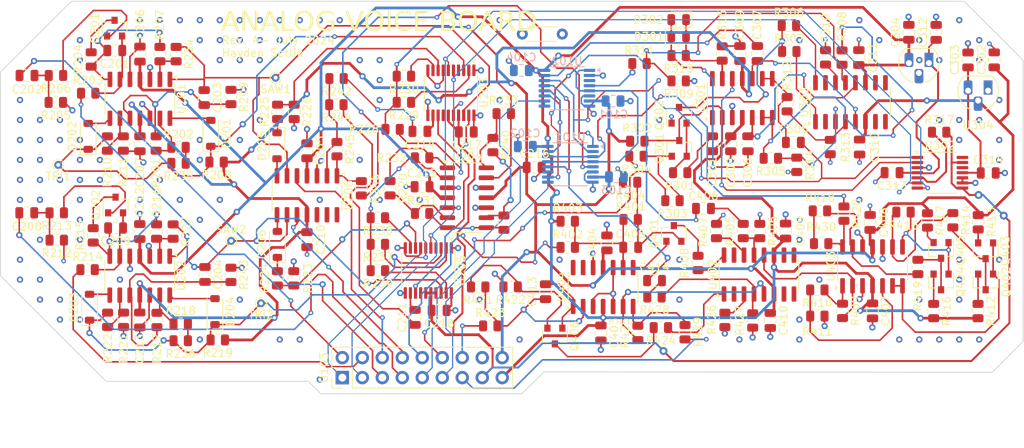
<source format=kicad_pcb>
(kicad_pcb (version 20240108) (generator "pcbnew") (generator_version "8.0")
  (layers (0 "F.Cu" signal) (1 "In1.Cu" signal) (2 "In2.Cu" signal) (31 "B.Cu" signal) (34 "B.Paste" user) (35 "F.Paste" user) (36 "B.SilkS" user "B.Silkscreen") (37 "F.SilkS" user "F.Silkscreen") (38 "B.Mask" user) (39 "F.Mask" user) (44 "Edge.Cuts" user))
  (net 0 "")
  (net 1 "Net-(Q201-E)")
  (net 2 "Net-(C201-Pad2)")
  (net 3 "CLK_1")
  (net 4 "Net-(C202-Pad2)")
  (net 5 "SAW1_FULL")
  (net 6 "Net-(U201C-+)")
  (net 7 "Net-(U202C-+)")
  (net 8 "Net-(U206A--)")
  (net 9 "GND")
  (net 10 "+12V")
  (net 11 "-12V")
  (net 12 "CLK_2")
  (net 13 "Net-(C208-Pad2)")
  (net 14 "Net-(Q202-E)")
  (net 15 "Net-(C209-Pad2)")
  (net 16 "SAW2_FULL")
  (net 17 "Net-(D205-K)")
  (net 18 "Net-(D205-A)")
  (net 19 "+3.3V")
  (net 20 "Net-(C301-Pad1)")
  (net 21 "Net-(Q301-C)")
  (net 22 "Net-(U301B--)")
  (net 23 "FILTER_OUT")
  (net 24 "Net-(U301C-+)")
  (net 25 "Net-(D301-K)")
  (net 26 "Net-(U301B-+)")
  (net 27 "HP_IN")
  (net 28 "Net-(U404C--)")
  (net 29 "Net-(Q401-E)")
  (net 30 "FOLDER_IN")
  (net 31 "Net-(C406-Pad2)")
  (net 32 "Net-(U404A--)")
  (net 33 "Net-(Q406-B)")
  (net 34 "VCA_IN")
  (net 35 "Net-(C414-Pad2)")
  (net 36 "Net-(D201-A)")
  (net 37 "Net-(D202-A)")
  (net 38 "Net-(D203-A)")
  (net 39 "Net-(D204-A)")
  (net 40 "Net-(D301-A)")
  (net 41 "SDA")
  (net 42 "SCL")
  (net 43 "FOLD_FIRST")
  (net 44 "HP_MODE")
  (net 45 "LEVEL_1_CV")
  (net 46 "LEVEL_2_CV")
  (net 47 "PWM_1_CV")
  (net 48 "PWM_2_CV")
  (net 49 "CUTOFF_CV")
  (net 50 "FOLD_CV")
  (net 51 "VCA_CV")
  (net 52 "VCA_OUT")
  (net 53 "Net-(Q201-B)")
  (net 54 "Net-(Q201-C)")
  (net 55 "Net-(Q202-B)")
  (net 56 "Net-(Q202-C)")
  (net 57 "Net-(Q301-B)")
  (net 58 "Net-(Q301-E)")
  (net 59 "Net-(Q302-C)")
  (net 60 "Net-(Q401-B)")
  (net 61 "Net-(Q401-C)")
  (net 62 "Net-(Q402-B)")
  (net 63 "Net-(Q402-E)")
  (net 64 "Net-(Q402-C)")
  (net 65 "Net-(Q403-E)")
  (net 66 "Net-(Q404-B)")
  (net 67 "Net-(Q404-E)")
  (net 68 "Net-(Q404-C)")
  (net 69 "Net-(Q405-E)")
  (net 70 "Net-(Q406-E)")
  (net 71 "Net-(Q406-C)")
  (net 72 "Net-(U201D--)")
  (net 73 "Net-(U201C--)")
  (net 74 "TRI1_FULL")
  (net 75 "Net-(U202D--)")
  (net 76 "Net-(U202C--)")
  (net 77 "TRI2_FULL")
  (net 78 "PULSE2_FULL")
  (net 79 "PULSE1_FULL")
  (net 80 "Net-(U203C-P2W)")
  (net 81 "Net-(U204C--)")
  (net 82 "Net-(U203A-P0W)")
  (net 83 "Net-(U203B-P1W)")
  (net 84 "Net-(U203D-P3W)")
  (net 85 "Net-(U204B--)")
  (net 86 "Net-(U204A--)")
  (net 87 "Net-(U205A-P0W)")
  (net 88 "Net-(U205B-P1W)")
  (net 89 "Net-(U205C-P2W)")
  (net 90 "Net-(U205D-P3W)")
  (net 91 "OSC_MIX")
  (net 92 "Net-(U303C-+)")
  (net 93 "Net-(U301C--)")
  (net 94 "Net-(R306-Pad2)")
  (net 95 "Net-(R307-Pad2)")
  (net 96 "Net-(U303A--)")
  (net 97 "Net-(U303A-+)")
  (net 98 "LP_IN")
  (net 99 "Net-(U303C--)")
  (net 100 "Net-(U402A--)")
  (net 101 "Net-(U402A-+)")
  (net 102 "Net-(R408-Pad1)")
  (net 103 "Net-(R409-Pad1)")
  (net 104 "Net-(U403A--)")
  (net 105 "Net-(U403B-+)")
  (net 106 "Net-(U403C--)")
  (net 107 "Net-(R418-Pad1)")
  (net 108 "Net-(U403D--)")
  (net 109 "FOLDER_OUT")
  (net 110 "Net-(R424-Pad1)")
  (net 111 "Net-(U404B--)")
  (net 112 "Net-(R425-Pad2)")
  (net 113 "Net-(U402C-+)")
  (net 114 "Net-(U402C--)")
  (net 117 "Net-(C211-Pad2)")
  (net 118 "Net-(C214-Pad2)")
  (net 119 "Net-(R220-Pad1)")
  (net 122 "Net-(U301D-+)")
  (net 123 "FILTER_IN")
  (net 139 "Net-(U205A-P0B)")
  (net 140 "Net-(U203A-P0B)")
  (net 141 "Net-(U201A--)")
  (net 142 "Net-(R202-Pad2)")
  (net 143 "Net-(U202A--)")
  (net 144 "Net-(R218-Pad2)")
  (net 145 "Net-(R420-Pad2)")
  (net 146 "Net-(D206-K)")
  (net 147 "Net-(D206-A)")
  (net 148 "-5V")
  (net 149 "Net-(R233-Pad2)")
  (net 150 "Net-(U204D--)")
  (net 151 "Net-(R245-Pad2)")
  (net 155 "+5V")
  (net 156 "Net-(U302-~{SHDN})")
  (footprint "Capacitor_SMD:C_0805_2012Metric" (layer "F.Cu") (at 55.7344 39.3353 180)
    (property "Reference" "C218")
    (property "Value" "100n")
  )
  (footprint "Resistor_SMD:R_0805_2012Metric" (layer "F.Cu") (at 7.0176 12.869 180)
    (property "Reference" "R205")
    (property "Value" "47k")
  )
  (footprint "Resistor_SMD:R_0805_2012Metric" (layer "F.Cu") (at 104.8439 7.1404 -90)
    (property "Reference" "R310")
    (property "Value" "470")
  )
  (footprint "Capacitor_SMD:C_0805_2012Metric" (layer "F.Cu") (at 38.9438 30.3288 90)
    (property "Reference" "C210")
    (property "Value" "100n")
  )
  (footprint "Capacitor_SMD:C_0805_2012Metric" (layer "F.Cu") (at 17.6875 29.3028 -90)
    (property "Reference" "C212")
    (property "Value" "100n")
  )
  (footprint "Diode_SMD:D_SOD-123" (layer "F.Cu") (at 11.1343 17.187 90)
    (property "Reference" "D202")
    (property "Value" "1N4148")
  )
  (footprint "Capacitor_SMD:C_0805_2012Metric" (layer "F.Cu") (at 97.8262 40.617 -90)
    (property "Reference" "C410")
    (property "Value" "100n")
  )
  (footprint "Package_SO:SOIC-16_3.9x9.9mm_P1.27mm" (layer "F.Cu") (at 108.0189 12.8442 90)
    (property "Reference" "U303")
    (property "Value" "LM13700")
  )
  (footprint "Package_SO:TSSOP-20_4.4x6.5mm_P0.65mm" (layer "F.Cu") (at 54.3628 34.2553 -90)
    (property "Reference" "U205")
    (property "Value" "MCP4451-104E-ST")
  )
  (footprint "Capacitor_SMD:C_0805_2012Metric" (layer "F.Cu") (at 122.96 7.47 90)
    (property "Reference" "C303")
    (property "Value" "100n")
  )
  (footprint "Capacitor_SMD:C_0805_2012Metric" (layer "F.Cu") (at 14.5125 6.265 180)
    (property "Reference" "C201")
    (property "Value" "1n")
  )
  (footprint "Resistor_SMD:R_0805_2012Metric" (layer "F.Cu") (at 11.5153 7.408 90)
    (property "Reference" "R204")
    (property "Value" "470")
  )
  (footprint "TestPoint:TestPoint_THTPad_D1.0mm_Drill0.5mm" (layer "F.Cu") (at 34.956 9.7294 180)
    (property "Reference" "SAW1")
    (property "Value" "SAW1_DC")
  )
  (footprint "Resistor_SMD:R_0805_2012Metric" (layer "F.Cu") (at 101.19 20.81 90)
    (property "Reference" "R314")
    (property "Value" "470")
  )
  (footprint "Resistor_SMD:R_0805_2012Metric" (layer "F.Cu") (at 29.28 34.8125 -90)
    (property "Reference" "R243")
    (property "Value" "10k")
  )
  (footprint "Resistor_SMD:R_0805_2012Metric" (layer "F.Cu") (at 22.3103 6.7222 -90)
    (property "Reference" "R234")
    (property "Value" "33k")
  )
  (footprint "Resistor_SMD:R_0805_2012Metric" (layer "F.Cu") (at 117.8052 27.8892 -90)
    (property "Reference" "R417")
    (property "Value" "22k")
  )
  (footprint "Capacitor_SMD:C_0805_2012Metric" (layer "F.Cu") (at 17.7129 18.1268 90)
    (property "Reference" "C207")
    (property "Value" "100n")
  )
  (footprint "Capacitor_SMD:C_0805_2012Metric" (layer "F.Cu") (at 25.978 34.7617 -90)
    (property "Reference" "C204")
    (property "Value" "1u")
  )
  (footprint "TestPoint:TestPoint_THTPad_D1.0mm_Drill0.5mm" (layer "F.Cu") (at 7.3243 20.8192 180)
    (property "Reference" "TRI1")
    (property "Value" "SAW1_DC")
  )
  (footprint "Resistor_SMD:R_0805_2012Metric" (layer "F.Cu") (at 15.6301 40.5296 90)
    (property "Reference" "R221")
    (property "Value" "10k")
  )
  (footprint "Resistor_SMD:R_0805_2012Metric" (layer "F.Cu") (at 11.1343 11.7006)
    (property "Reference" "R203")
    (property "Value" "100k")
  )
  (footprint "Resistor_SMD:R_0805_2012Metric" (layer "F.Cu") (at 104.14 26.67)
    (property "Reference" "R418")
    (property "Value" "100k")
  )
  (footprint "PCM_4ms_Package_SOT:SOT-23" (layer "F.Cu") (at 85.5726 29.5402 90)
    (property "Reference" "Q401")
    (property "Value" "BC857")
  )
  (footprint "Resistor_SMD:R_0805_2012Metric" (layer "F.Cu") (at 119.29 16.66 180)
    (property "Reference" "R317")
    (property "Value" "10k")
  )
  (footprint "PCM_4ms_Package_SOT:SOT-23" (layer "F.Cu") (at 14.4871 3.4202 90)
    (property "Reference" "Q201")
    (property "Value" "BC857")
  )
  (footprint "Resistor_SMD:R_0805_2012Metric" (layer "F.Cu") (at 13.5727 18.1014 90)
    (property "Reference" "R210")
    (property "Value" "10k")
  )
  (footprint "TestPoint:TestPoint_THTPad_D1.0mm_Drill0.5mm" (layer "F.Cu") (at 33.1018 38.4314 180)
    (property "Reference" "TRI2")
    (property "Value" "SAW1_DC")
  )
  (footprint "Resistor_SMD:R_0805_2012Metric" (layer "F.Cu") (at 63.975 28.175 -90)
    (property "Reference" "R241" (hide yes))
    (property "Value" "100k")
  )
  (footprint "Capacitor_SMD:C_0805_2012Metric" (layer "F.Cu") (at 77.0636 30.749201 90)
    (property "Reference" "C404")
    (property "Value" "100n")
  )
  (footprint "Capacitor_SMD:C_0805_2012Metric" (layer "F.Cu") (at 80.0862 31.308001)
    (property "Reference" "C405")
    (property "Value" "1n")
  )
  (footprint "Resistor_SMD:R_0805_2012Metric" (layer "F.Cu") (at 47.95 34.275 180)
    (property "Reference" "R239")
    (property "Value" "100k")
  )
  (footprint "Resistor_SMD:R_0805_2012Metric" (layer "F.Cu") (at 103.8098 40.0558)
    (property "Reference" "R411")
    (property "Value" "5k6")
  )
  (footprint "Resistor_SMD:R_0805_2012Metric" (layer "F.Cu") (at 64.83 36.34 180)
    (property "Reference" "R422")
    (property "Value" "1k")
  )
  (footprint "Resistor_SMD:R_0805_2012Metric" (layer "F.Cu") (at 86.99 42.11 -90)
    (property "Reference" "R429")
    (property "Value" "1k")
  )
  (footprint "Resistor_SMD:R_0805_2012Metric" (layer "F.Cu") (at 81.0006 42.204601 90)
    (property "Reference" "R425")
    (property "Value" "33k")
  )
  (footprint "Resistor_SMD:R_0805_2012Metric" (layer "F.Cu") (at 80.0125 23.025 180)
    (property "Reference" "R404")
    (property "Value" "1k")
  )
  (footprint "Capacitor_SMD:C_0805_2012Metric" (layer "F.Cu") (at 14.6141 28.8456 180)
    (property "Reference" "C209")
    (property "Value" "1n")
  )
  (footprint "Resistor_SMD:R_0805_2012Metric" (layer "F.Cu") (at 116.586 33.8074 90)
    (property "Reference" "R419")
    (property "Value" "10k")
  )
  (footprint "Resistor_SMD:R_0805_2012Metric" (layer "F.Cu") (at 19.7703 18.1014 -90)
    (property "Reference" "R201")
    (property "Value" "10k")
  )
  (footprint "PCM_4ms_Package_SOT:SOT-23" (layer "F.Cu") (at 86.233 14.5057 90)
    (property "Reference" "Q302")
    (property "Value" "BC857")
  )
  (footprint "Diode_SMD:D_SOD-123" (layer "F.Cu") (at 27.248 39.4861 90)
    (property "Reference" "D204")
    (property "Value" "1N4148")
  )
  (footprint "Capacitor_SMD:C_0805_2012Metric" (layer "F.Cu") (at 89.3318 26.3652)
    (property "Reference" "C406")
    (property "Value" "470n")
  )
  (footprint "Resistor_SMD:R_0805_2012Metric" (layer "F.Cu") (at 22.6151 20.616 180)
    (property "Reference" "R235")
    (property "Value" "10k")
  )
  (footprint "Package_SO:TSSOP-20_4.4x6.5mm_P0.65mm" (layer "F.Cu") (at 57.233 11.6493 -90)
    (property "Reference" "U203")
    (property "Value" "MCP4451-104E-ST")
  )
  (footprint "Capacitor_SMD:C_0805_2012Metric" (layer "F.Cu") (at 118.91 3.959999 90)
    (property "Reference" "C312")
    (property "Value" "100n")
  )
  (footprint "PCM_4ms_Package_SOT:SOT-23" (layer "F.Cu") (at 125.1966 31.75 -90)
    (property "Reference" "Q403")
    (property "Value" "BC847")
  )
  (footprint "Resistor_SMD:R_0805_2012Metric" (layer "F.Cu") (at 22.8945 41.0376)
    (property "Reference" "R218")
    (property "Value" "10k")
  )
  (footprint "Resistor_SMD:R_0805_2012Metric" (layer "F.Cu") (at 83.1088 37.632601 180)
    (property "Reference" "R428")
    (property "Value" "100k")
  )
  (footprint "Resistor_SMD:R_0805_2012Metric" (layer "F.Cu") (at 42.7538 18.8226 -90)
    (property "Reference" "R245")
    (property "Value" "56k")
  )
  (footprint "Capacitor_SMD:C_0805_2012Metric" (layer "F.Cu") (at 3.36 9.44)
    (property "Reference" "C202")
    (property "Value" "1n")
  )
  (footprint "Connector_PinHeader_2.54mm:PinHeader_2x09_P2.54mm_Vertical" (layer "F.Cu") (at 43.4375 47.8875 90)
    (property "Reference" "U103")
    (property "Value" "VoiceBoardConn_18P_254P")
  )
  (footprint "Capacitor_SMD:C_0805_2012Metric" (layer "F.Cu") (at 17.6875 40.555 90)
    (property "Reference" "C213")
    (property "Value" "100n")
  )
  (footprint "Package_SO:SOIC-14_3.9x8.7mm_P1.27mm" (layer "F.Cu") (at 17.7116 12.4118 -90)
    (property "Reference" "U201")
    (property "Value" "TL074")
  )
  (footprint "Package_SO:TSSOP-14_4.4x5mm_P0.65mm" (layer "F.Cu") (at 119.39 21.82)
    (property "Reference" "U302")
    (property "Value" "AD5280")
  )
  (footprint "LED_SMD:LED_0805_2012Metric" (layer "F.Cu") (at 86.18 4.497)
    (property "Reference" "D301")
    (property "Value" "LED")
  )
  (footprint "Diode_SMD:D_SOD-123" (layer "F.Cu") (at 35.1325 18.3908 -90)
    (property "Reference" "D205")
    (property "Value" "1N4148")
  )
  (footprint "Capacitor_SMD:C_0805_2012Metric" (layer "F.Cu") (at 110.8202 39.3954 -90)
    (property "Reference" "C407")
    (property "Value" "100n")
  )
  (footprint "Resistor_SMD:R_0805_2012Metric" (layer "F.Cu") (at 63.95 14.3 180)
    (property "Reference" "R233")
    (property "Value" "33k")
  )
  (footprint "Capacitor_SMD:C_0805_2012Metric" (layer "F.Cu") (at 94.9887 18.1274 -90)
    (property "Reference" "C306")
    (property "Value" "1n")
  )
  (footprint "Capacitor_SMD:C_0805_2012Metric" (layer "F.Cu") (at 92.8043 18.1274 -90)
    (property "Reference" "C308")
    (property "Value" "100n")
  )
  (footprint "Resistor_SMD:R_0805_2012Metric" (layer "F.Cu") (at 96.4966 29.2378 -90)
    (property "Reference" "R406")
    (property "Value" "680")
  )
  (footprint "PCM_4ms_Package_SOT:SOT-23" (layer "F.Cu") (at 70.45 42.6 -90)
    (property "Reference" "Q406")
    (property "Value" "BC857")
  )
  (footprint "Capacitor_SMD:C_0805_2012Metric" (layer "F.Cu") (at 96.1825 6.6466 90)
    (property "Reference" "C307")
    (property "Value" "1n")
  )
  (footprint "Resistor_SMD:R_0805_2012Metric" (layer "F.Cu") (at 22.6151 18.584)
    (property "Reference" "R202")
    (property "Value" "10k")
  )
  (footprint "LED_SMD:LED_0805_2012Metric" (layer "F.Cu") (at 86.18 2.338 180)
    (property "Reference" "D302")
    (property "Value" "LED")
  )
  (footprint "Capacitor_SMD:C_0805_2012Metric" (layer "F.Cu") (at 125.53 21.85)
    (property "Reference" "C314")
    (property "Value" "100n")
  )
  (footprint "Resistor_SMD:R_0805_2012Metric" (layer "F.Cu") (at 20.2529 6.7222 90)
    (property "Reference" "R207")
    (property "Value" "100k")
  )
  (footprint "Capacitor_SMD:C_0805_2012Metric" (layer "F.Cu") (at 69.2658 36.957 90)
    (property "Reference" "C413")
    (property "Value" "1n")
  )
  (footprint "Resistor_SMD:R_0805_2012Metric" (layer "F.Cu") (at 45.8526 23.8 -90)
    (property "Reference" "R246")
    (property "Value" "470")
  )
  (footprint "Resistor_SMD:R_0805_2012Metric" (layer "F.Cu") (at 105.45 18.55 90)
    (property "Reference" "R313")
    (property "Value" "470")
  )
  (footprint "Resistor_SMD:R_0805_2012Metric" (layer "F.Cu") (at 91.7121 6.6466 -90)
    (property "Reference" "R316")
    (property "Value" "1k8")
  )
  (footprint "Capacitor_SMD:C_0805_2012Metric" (layer "F.Cu") (at 17.7129 6.7222 -90)
    (property "Reference" "C206")
    (property "Value" "100n")
  )
  (footprint "Resistor_SMD:R_0805_2012Metric" (layer "F.Cu") (at 86.3758 21.8118)
    (property "Reference" "R301")
    (property "Value" "4k7")
  )
  (footprint "Resistor_SMD:R_0805_2012Metric" (layer "F.Cu") (at 53.5762 19.917)
    (property "Reference" "R232")
    (property "Value" "33k")
  )
  (footprint "Resistor_SMD:R_0805_2012Metric" (layer "F.Cu") (at 62.575 18.3 -90)
    (property "Reference" "R240")
    (property "Value" "100k")
  )
  (footprint "Resistor_SMD:R_0805_2012Metric" (layer "F.Cu") (at 49.5 23.7924 -90)
    (property "Reference" "R220")
    (property "Value" "100k")
  )
  (footprint "Resistor_SMD:R_0805_2012Metric" (layer "F.Cu") (at 72.0852 31.3182)
    (property "Reference" "R402")
    (property "Value" "100k")
  )
  (footprint "Diode_SMD:D_SOD-123" (layer "F.Cu") (at 26.7146 16.8039 90)
    (property "Reference" "D201")
    (property "Value" "1N4148")
  )
  (footprint "Resistor_SMD:R_0805_2012Metric" (layer "F.Cu") (at 42.703 9.831 180)
    (property "Reference" "R242")
    (property "Value" "10k")
  )
  (footprint "Resistor_SMD:R_0805_2012Metric" (layer "F.Cu") (at 51.2621 9.531401 180)
    (property "Reference" "R230")
    (property "Value" "100k")
  )
  (footprint "Resistor_SMD:R_0805_2012Metric" (layer "F.Cu") (at 27.4512 20.4615 180)
    (property "Reference" "R208")
    (property "Value" "10k")
  )
  (footprint "Resistor_SMD:R_0805_2012Metric" (layer "F.Cu") (at 22.8945 43.1966 180)
    (property "Reference" "R236")
    (property "Value" "10k")
  )
  (footprint "PCM_4ms_Package_SOT:SOT-23" (layer "F.Cu") (at 14.6141 25.9246 90)
    (property "Reference" "Q202")
    (property "Value" "BC857")
  )
  (footprint "Resistor_SMD:R_0805_2012Metric" (layer "F.Cu") (at 94.3884 29.2378 -90)
    (property "Reference" "R405")
    (property "Value" "100k")
  )
  (footprint "Resistor_SMD:R_0805_2012Metric" (layer "F.Cu") (at 7.1363 30.395 180)
    (property "Reference" "R212")
    (property "Value" "47k")
  )
  (footprint "Resistor_SMD:R_0805_2012Metric" (layer "F.Cu") (at 21.9293 29.3028 -90)
    (property "Reference" "R227")
    (property "Value" "33k")
  )
  (footprint "Resistor_SMD:R_0805_2012Metric" (layer "F.Cu") (at 80.0862 27.7622)
    (property "Reference" "R401")
    (property "Value" "6k8")
  )
  (footprint "Package_SO:SOIC-16_3.9x9.9mm_P1.27mm" (layer "F.Cu") (at 96.395 34.775 90)
    (property "Reference" "U402")
    (property "Value" "LM13700")
  )
  (footprint "TestPoint:TestPoint_THTPad_D1.0mm_Drill0.5mm" (layer "F.Cu") (at 29.3054 30.4945)
    (property "Reference" "SAW2")
    (property "Value" "SAW2_DC")
  )
  (footprint "Capacitor_SMD:C_0805_2012Metric" (layer "F.Cu") (at 93.9727 6.6466 90)
    (property "Reference" "C309")
    (property "Value" "100n")
  )
  (footprint "PCM_4ms_Package_SOT:SOT-23" (layer "F.Cu") (at 119.5324 35.7124 -90)
    (property "Reference" "Q404")
    (property "Value" "BC857")
  )
  (footprint "Capacitor_SMD:C_0805_2012Metric" (layer "F.Cu") (at 99.7732 29.2378 90)
    (property "Reference" "C409")
    (property "Value" "100n")
  )
  (footprint "PCM_4ms_Package_SOT:SOT-23" (layer "F.Cu") (at 125.1966 35.7124 -90)
    (property "Reference" "Q402")
    (property "Value" "BC857")
  )
  (footprint "Resistor_SMD:R_0805_2012Metric" (layer "F.Cu") (at 107.0102 39.3954 -90)
    (property "Reference" "R409")
    (property "Value" "47k")
  )
  (footprint "Resistor_SMD:R_0805_2012Metric" (layer "F.Cu") (at 124.2314 39.4208 -90)
    (property "Reference" "R412")
    (property "Value" "22k")
  )
  (footprint "Resistor_SMD:R_0805_2012Metric" (layer "F.Cu") (at 7.0333 9.440601 180)
    (property "Reference" "R206")
    (property "Value" "1k")
  )
  (footprint "Resistor_SMD:R_0805_2012Metric" (layer "F.Cu") (at 99.9671 13.0982 90)
    (property "Reference" "R312")
    (property "Value" "10k")
  )
  (footprint "Resistor_SMD:R_0805_2012Metric" (layer "F.Cu") (at 100.2446 6.3926)
    (property "Reference" "R307")
    (property "Value" "10k")
  )
  (footprint "Resistor_SMD:R_0805_2012Metric" (layer "F.Cu") (at 90.9848 29.2378 -90)
    (property "Reference" "R407")
    (property "Value" "680")
  )
  (footprint "Resistor_SMD:R_0805_2012Metric" (layer "F.Cu") (at 104.2924 30.8356 180)
    (property "Reference" "R430")
    (property "Value" "33k")
  )
  (footprint "Resistor_SMD:R_0805_2012Metric" (layer "F.Cu") (at 35.1833 35.2564 -90)
    (property "Reference" "R224")
    (property "Value" "100k")
  )
  (footprint "Resistor_SMD:R_0805_2012Metric" (layer "F.Cu") (at 19.8211 29.3028 90)
    (property "Reference" "R216")
    (property "Value" "100k")
  )
  (footprint "Resistor_SMD:R_0805_2012Metric" (layer "F.Cu") (at 11.7693 29.7854 90)
    (property "Reference" "R215")
    (property "Value" "470")
  )
  (footprint "Resistor_SMD:R_0805_2012Metric" (layer "F.Cu") (at 80.82 19.71 180)
    (property "Reference" "R304")
    (property "Value" "1k8")
  )
  (footprint "Capacitor_SMD:C_0805_2012Metric" (layer "F.Cu") (at 52.675 40.225 -90)
    (property "Reference" "C211")
    (property "Value" "1u")
  )
  (footprint "Resistor_SMD:R_0805_2012Metric" (layer "F.Cu") (at 107.188 27.0256 -90)
    (property "Reference" "R420")
    (property "Value" "1k")
  )
  (footprint "Capacitor_SMD:C_0805_2012Metric" (layer "F.Cu") (at 126.29 7.46 90)
    (property "Reference" "C302")
    (property "Value" "470n")
  )
  (footprint "Resistor_SMD:R_0805_2012Metric" (layer "F.Cu") (at 51.2621 12.8588 180)
    (property "Reference" "R229")
    (property "Value" "100k")
  )
  (footprint "Capacitor_SMD:C_0805_2012Metric" (layer "F.Cu") (at 59.1888 16.6277 180)
    (property "Reference" "C217")
    (property "Value" "100n")
  )
  (footprint "Capacitor_SMD:C_0805_2012Metric" (layer "F.Cu") (at 53.5762 23.5987)
    (property "Reference" "C215")
    (property "Value" "100n")
  )
  (footprint "Capacitor_SMD:C_0805_2012Metric" (layer "F.Cu") (at 109.0857 7.1658 90)
    (property "Reference" "C311")
    (property "Value" "100n")
  )
  (footprint "Capacitor_SMD:C_0805_2012Metric" (layer "F.Cu") (at 83.1147 35.544201)
    (property "Reference" "C414")
    (property "Value" "470n")
  )
  (footprint "Capacitor_SMD:C_0805_2012Metric" (layer "F.Cu") (at 67.818 21.1315 180)
    (property "Reference" "C216")
    (property "Value" "100n")
  )
  (footprint "Resistor_THT:R_Axial_DIN0204_L3.6mm_D1.6mm_P5.08mm_Horizontal" (layer "F.Cu") (at 66.31 4.175)
    (property "Reference" "R247" (hide yes))
    (property "Value" "LOOP" (hide yes))
  )
  (footprint "Resistor_SMD:R_0805_2012Metric" (layer "F.Cu") (at 86.18 6.91 180)
    (property "Reference" "R315")
    (property "Value" "10k")
  )
  (footprint "Package_SO:SOIC-14_3.9x8.7mm_P1.27mm" (layer "F.Cu") (at 110.8215 33.7312 90)
    (property "Reference" "U403")
    (property "Value" "TL074")
  )
  (footprint "Resistor_SMD:R_0805_2012Metric" (layer "F.Cu") (at 27.6036 43.0929 180)
    (property "Reference" "R219")
    (property "Value" "10k")
  )
  (footprint "Capacitor_SMD:C_0805_2012Metric" (layer "F.Cu") (at 53.3 16.55 180)
    (property "Reference" "C214")
    (property "Value" "1u")
  )
  (footprint "Resistor_SMD:R_0805_2012Metric" (layer "F.Cu") (at 35.2051 14.0728 90)
    (property "Reference" "R225")
    (property "Value" "92k")
  )
  (footprint "Resistor_SMD:R_0805_2012Metric" (layer "F.Cu") (at 85.3948 25.3746 180)
    (property "Reference" "R303")
    (property "Value" "100k")
  )
  (footprint "Resistor_SMD:R_0805_2012Metric" (layer "F.Cu") (at 13.5981 40.5296 90)
    (property "Reference" "R222")
    (property "Value" "10k")
  )
  (footprint "Resistor_SMD:R_0805_2012Metric" (layer "F.Cu") (at 29.28 12.1811 -90)
    (property "Reference" "R209")
    (property "Value" "10k")
  )
  (footprint "Resistor_SMD:R_0805_2012Metric" (layer "F.Cu") (at 103.8098 36.7284 180)
    (property "Reference" "R410")
    (property "Value" "47k")
  )
  (footprint "Capacitor_SMD:C_0805_2012Metric" (layer "F.Cu") (at 25.8764 12.2573 -90)
    (property "Reference" "C203")
    (property "Value" "1u")
  )
  (footprint "Resistor_SMD:R_0805_2012Metric" (layer "F.Cu") (at 53.575 27)
    (property "Reference" "R231")
    (property "Value" "100k")
  )
  (footprint "Resistor_SMD:R_0805_2012Metric" (layer "F.Cu") (at 47.95 30.9222 180)
    (property "Reference" "R237")
    (property "Value" "100k")
  )
  (footprint "Resistor_SMD:R_0805_2012Metric" (layer "F.Cu") (at 15.6047 18.1014 90)
    (property "Reference" "R211")
    (property "Value" "10k")
  )
  (footprint "Resistor_SMD:R_0805_2012Metric" (layer "F.Cu") (at 80.9244 17.8054)
    (property "Reference" "R302")
    (property "Value" "470k")
  )
  (footprint "Resistor_SMD:R_0805_2012Metric" (layer "F.Cu") (at 88.65 33.3 90)
    (property "Reference" "R408")
    (property "Value" "4k7")
  )
  (footprint "Resistor_SMD:R_0805_2012Metric" (layer "F.Cu") (at 97.9 19.98 180)
    (property "Reference" "R305")
    (property "Value" "10k")
  )
  (footprint "Resistor_SMD:R_0805_2012Metric" (layer "F.Cu") (at 42.6776 13.1584 180)
    (property "Reference" "R244")
    (property "Value" "10k")
  )
  (footprint "Package_SO:SOIC-14_3.9x8.7mm_P1.27mm" (layer "F.Cu") (at 38.9425 24.69 -90)
    (property "Reference" "U206")
    (property "Value" "TL074")
  )
  (footprint "Diode_SMD:D_SOD-123" (layer "F.Cu") (at 35.1833 30.9384 90)
    (property "Reference" "D206")
    (property "Value" "1N4148")
  )
  (footprint "Package_TO_SOT_THT:TO-92_HandSolder" (layer "F.Cu") (at 117.99 7.860001 180)
    (property "Reference" "U305" (hide yes))
    (property "Value" " DI78L05ZAB")
  )
  (footprint "PCM_4ms_Package_SOT:SOT-23" (layer "F.Cu") (at 86.26 18.72 90)
    (property "Reference" "Q301")
    (property "Value" "BC857")
  )
  (footprint "Capacitor_SMD:C_0805_2012Metric" (layer "F.Cu") (at 109.175 18.55 -90)
    (property "Reference" "C310")
    (property "Value" "100n")
  )
  (footprint "Resistor_SMD:R_0805_2012Metric" (layer "F.Cu") (at 121.031 27.8638 -90)
    (property "Reference" "R414")
    (property "Value" "10k")
  )
  (footprint "Resistor_SMD:R_0805_2012Metric" (layer "F.Cu") (at 118.5926 39.4208 -90)
    (property "Reference" "R416")
    (property "Value" "22k")
  )
  (footprint "PCM_4ms_Package_SOT:SOT-23" (layer "F.Cu") (at 119.5324 31.6992 -90)
    (property "Reference" "Q405")
    (property "Value" "BC847")
  )
  (footprint "Resistor_SMD:R_0805_2012Metric" (layer "F.Cu") (at 11.0581 34.1542)
    (property "Reference" "R214")
    (property "Value" "100k")
  )
  (footprint "Resistor_SMD:R_0805_2012Metric" (layer "F.Cu") (at 47.95 27.544 180)
    (property "Reference" "R238")
    (property "Value" "100k")
  )
  (footprint "Resistor_SMD:R_0805_2012Metric" (layer "F.Cu") (at 37.262499 35.2564 90)
    (property "Reference" "R223")
    (property "Value" "47k")
  )
  (footprint "Resistor_SMD:R_0805_2012Metric" (layer "F.Cu") (at 83.9216 41.518801 180)
    (property "Reference" "R424")
    (property "Value" "4k7")
  )
  (footprint "Resistor_SMD:R_0805_2012Metric" (layer "F.Cu") (at 95.591 40.617 90)
    (property "Reference" "R427")
    (property "Value" "680")
  )
  (footprint "Resistor_SMD:R_0805_2012Metric" (layer "F.Cu") (at 72.0852 27.9908)
    (property "Reference" "R403")
    (property "Value" "680k")
  )
  (footprint "Package_SO:SOIC-14_3.9x8.7mm_P1.27mm" (layer "F.Cu") (at 59.265 25)
    (property "Reference" "U204")
    (property "Value" "TL074")
  )
  (footprint "Capacitor_SMD:C_0805_2012Metric" (layer "F.Cu") (at 38.9438 19.0258 -90)
    (property "Reference" "C205")
    (property "Value" "100n")
  )
  (footprint "Capacitor_SMD:C_0805_2012Metric" (layer "F.Cu") (at 76.3016 42.204601 -90)
    (property "Reference" "C403")
    (property "Value" "100n")
  )
  (footprint "Resistor_SMD:R_0805_2012Metric" (layer "F.Cu") (at 100.1957 3.0906)
    (property "Reference" "R306")
    (property "Value" "10k")
  )
  (footprint "Capacitor_SMD:C_0805_2012Metric" (layer "F.Cu") (at 90.4675 18.1274 -90)
    (property "Reference" "C301")
    (property "Value" "4n7")
  )
  (footprint "Package_SO:SOIC-14_3.9x8.7mm_P1.27mm" (layer "F.Cu") (at 94.27 12.325 90)
    (property "Reference" "U301")
    (property "Value" "TL074")
  )
  (footprint "Capacitor_SMD:C_0805_2012Metric" (layer "F.Cu") (at 115.439999 3.950001 90)
    (property "Reference" "C304")
    (property "Value" "470n")
  )
  (footprint "Resistor_SMD:R_0805_2012Metric" (layer "F.Cu") (at 92.0604 40.5408 90)
    (property "Reference" "R426")
    (property "Value" "680")
  )
  (footprint "Package_SO:SOIC-14_3.9x8.7mm_P1.27mm" (layer "F.Cu") (at 76.5823 36.362601 90)
    (property "Reference" "U404")
    (property "Value" "TL074")
  )
  (footprint "Capacitor_SMD:C_0805_2012Metric" (layer "F.Cu") (at 100.76 17.96)
    (property "Reference" "C305")
    (property "Value" "470n")
  )
  (footprint "Capacitor_SMD:C_0805_2012Metric" (layer "F.Cu") (at 3.3263 26.9152)
    (property "Reference" "C208")
    (property "Value" "1n")
  )
  (footprint "Resistor_SMD:R_0805_2012Metric" (layer "F.Cu") (at 19.8719 40.555 90)
    (property "Reference" "R217")
    (property "Value" "10k")
  )
  (footprint "Capacitor_SMD:C_0805_2012Metric" (layer "F.Cu") (at 110.5154 28.1432 90)
    (property "Reference" "C408")
    (property "Value" "100n")
  )
  (footprint "Package_SO:SOIC-14_3.9x8.7mm_P1.27mm" (layer "F.Cu") (at 17.6875 34.9162 -90)
    (property "Reference" "U202")
    (property "Value" "TL074")
  )
  (footprint "Resistor_SMD:R_0805_2012Metric" (layer "F.Cu") (at 7.1363 26.9218 180)
    (property "Reference" "R213")
    (property "Value" "1k")
  )
  (footprint "Resistor_SMD:R_0805_2012Metric" (layer "F.Cu") (at 62.2368 41.3068)
    (property "Reference" "R423")
    (property "Value" "100k")
  )
  (footprint "Resistor_SMD:R_0805_2012Metric" (layer "F.Cu") (at 49.825 16.3 180)
    (property "Reference" "R228")
    (property "Value" "100k")
  )
  (footprint "Resistor_SMD:R_0805_2012Metric" (layer "F.Cu") (at 60.7 36.35 180)
    (property "Reference" "R421")
    (property "Value" "12k")
  )
  (footprint "Resistor_SMD:R_0805_2012Metric" (layer "F.Cu") (at 114.7572 26.8224 180)
    (property "Reference" "R415")
    (property "Value" "18k")
  )
  (footprint "Capacitor_SMD:C_0805_2012Metric" (layer "F.Cu") (at 113.31 21.81 180)
    (property "Reference" "C313")
    (property "Value" "100n")
  )
  (footprint "Package_TO_SOT_THT:TO-92_HandSolder" (layer "F.Cu") (at 125.51 11.37 180)
    (property "Reference" "U304")
    (property "Value" "DI79L05ZAB")
  )
  (footprint "Resistor_SMD:R_0805_2012Metric" (layer "F.Cu") (at 37.3169 14.0728 -90)
    (property "Reference" "R226")
    (property "Value" "100k")
  )
  (footprint "Resistor_SMD:R_0805_2012Metric" (layer "F.Cu") (at 106.9521 7.1658 90)
    (property "Reference" "R308")
    (property "Value" "10k")
  )
  (footprint "Resistor_SMD:R_0805_2012Metric" (layer "F.Cu") (at 81.2038 7.9248)
    (property "Reference" "R311")
    (property "Value" "10k")
  )
  (footprint "Diode_SMD:D_SOD-123" (layer "F.Cu") (at 11.3121 38.9294 90)
    (property "Reference" "D203")
    (property "Value" "1N4148")
  )
  (footprint "Resistor_SMD:R_0805_2012Metric" (layer "F.Cu") (at 124.2568 28.1178 -90)
    (property "Reference" "R413")
    (property "Value" "22k")
  )
  (footprint "Resistor_SMD:R_0805_2012Metric" (layer "F.Cu") (at 86.1822 10.1346 180)
    (property "Reference" "R309")
    (property "Value" "470")
  )
  (footprint "Package_SO:TSSOP-16_4.4x5mm_P0.65mm" (layer "B.Cu") (at 71.989838 11.0676 180)
    (property "Reference" "U102")
    (property "Value" "TMUX4053")
  )
  (footprint "Capacitor_SMD:C_0805_2012Metric" (layer "B.Cu") (at 77.841538 12.6932)
    (property "Reference" "C101")
    (property "Value" "100n")
  )
  (footprint "Capacitor_SMD:C_0805_2012Metric" (layer "B.Cu") (at 66.690938 18.4844 180)
    (property "Reference" "C102")
    (property "Value" "100n")
  )
  (footprint "Capacitor_SMD:C_0805_2012Metric" (layer "B.Cu") (at 66.182938 8.807 180)
    (property "Reference" "C104")
    (property "Value" "100n")
  )
  (footprint "Capacitor_SMD:C_0805_2012Metric" (layer "B.Cu") (at 78.273338 22.3452)
    (property "Reference" "C103")
    (property "Value" "100n")
  )
  (footprint "Package_SO:TSSOP-16_4.4x5mm_P0.65mm" (layer "B.Cu") (at 72.4175 20.745 180)
    (property "Reference" "U101")
    (property "Value" "TMUX4053")
  )
  (gr_poly (pts (xy 66.2125 49.9375) (xy 68.159215 48.070595) (xy 69.091476 47.154449) (xy 126.046077 47.210829) (xy 129.9625 43.2816) (xy 129.9625 7.5125) (xy 122.4525 0.0025) (xy 8.9801 0.0025) (xy -0.0125 8.9951) (xy -0.0125 34.9425) (xy 13.4041 48.3591) (xy 39.1091 48.3591) (xy 40.6875 49.9375)) (stroke (width 0.1)) (fill none) (layer "Edge.Cuts"))
  (gr_text "ANALOG VOICE BOARD" (at 27.9794 4.1988 0) (layer "F.SilkS") (effects (font (size 2.5 2.5)) (justify left bottom)))
  (gr_text "Rev. 4- July 2024\nHayden Setlik" (at 28.02 7.16 0) (layer "F.SilkS") (effects (font (size 1 1)) (justify left bottom)))
  (segment (start 15.4371 4.4202) (end 15.4371 6.239601) (width 0.2032) (layer "F.Cu") (net 1))
  (segment (start 15.1716 10.911799) (end 15.1716 9.9368) (width 0.2032) (layer "F.Cu") (net 1))
  (segment (start 15.462499 9.645901) (end 15.1716 9.9368) (width 0.2032) (layer "F.Cu") (net 1))
  (segment (start 12.0468 11.7006) (end 14.382799 11.7006) (width 0.2032) (layer "F.Cu") (net 1))
  (segment (start 14.382799 11.7006) (end 15.1716 10.911799) (width 0.2032) (layer "F.Cu") (net 1))
  (segment (start 15.462499 6.265) (end 15.462499 9.645901) (width 0.2032) (layer "F.Cu") (net 1))
  (segment (start 13.1618 9.9368) (end 13.9016 9.9368) (width 0.2032) (layer "F.Cu") (net 2))
  (segment (start 11.5153 8.312201) (end 13.562501 6.265) (width 0.2032) (layer "F.Cu") (net 2))
  (segment (start 20.2529 5.8097) (end 20.2529 4.0529) (width 0.2032) (layer "F.Cu") (net 2))
  (segment (start 11.5455 8.3205) (end 13.1618 9.9368) (width 0.2032) (layer "F.Cu") (net 2))
  (segment (start 20.2529 4.0529) (end 20.2 4) (width 0.2032) (layer "F.Cu") (net 2))
  (segment (start 12.347501 5.05) (end 13.562501 6.265) (width 0.2032) (layer "F.Cu") (net 2))
  (segment (start 12.325 5.05) (end 12.347501 5.05) (width 0.2032) (layer "F.Cu") (net 2))
  (via (at 12.325 5.05) (size 0.8) (drill 0.4) (layers "F.Cu" "B.Cu") (net 2))
  (via (at 20.2 4) (size 0.8) (drill 0.4) (layers "F.Cu" "B.Cu") (net 2))
  (segment (start 20.2 4) (end 19.8984 3.6984) (width 0.2032) (layer "B.Cu") (net 2))
  (segment (start 13.6766 3.6984) (end 12.325 5.05) (width 0.2032) (layer "B.Cu") (net 2))
  (segment (start 19.8984 3.6984) (end 13.6766 3.6984) (width 0.2032) (layer "B.Cu") (net 2))
  (segment (start 47.275 46.645) (end 48.5175 47.8875) (width 0.2032) (layer "F.Cu") (net 3))
  (segment (start 40.925 36.025) (end 40.925 38.1) (width 0.2032) (layer "F.Cu") (net 3))
  (segment (start 4.25 7.6) (end 2.41 9.44) (width 0.2032) (layer "F.Cu") (net 3))
  (segment (start 47.275 44.45) (end 47.275 46.645) (width 0.2032) (layer "F.Cu") (net 3))
  (segment (start 40.925 38.1) (end 47.275 44.45) (width 0.2032) (layer "F.Cu") (net 3))
  (via (at 4.25 7.6) (size 0.8) (drill 0.4) (layers "F.Cu" "B.Cu") (net 3))
  (via (at 40.925 36.025) (size 0.8) (drill 0.4) (layers "F.Cu" "B.Cu") (net 3))
  (segment (start 40.925 36.025) (end 36.6 36.025) (width 0.2032) (layer "B.Cu") (net 3))
  (segment (start 8.175 7.6) (end 4.25 7.6) (width 0.2032) (layer "B.Cu") (net 3))
  (segment (start 36.6 36.025) (end 8.175 7.6) (width 0.2032) (layer "B.Cu") (net 3))
  (segment (start 4.31 9.44) (end 6.120199 9.44) (width 0.2032) (layer "F.Cu") (net 4))
  (segment (start 6.1051 12.869) (end 6.1051 9.456301) (width 0.2032) (layer "F.Cu") (net 4))
  (segment (start 25.8632 9.9368) (end 25.8764 9.95) (width 0.2032) (layer "F.Cu") (net 5))
  (segment (start 23.5347 5.8097) (end 25.8764 8.1514) (width 0.2032) (layer "F.Cu") (net 5))
  (segment (start 58.858 14.5118) (end 58.858 13.842) (width 0.2032) (layer "F.Cu") (net 5))
  (segment (start 41.5604 3.125) (end 34.956 9.7294) (width 0.2032) (layer "F.Cu") (net 5))
  (segment (start 32.1 16.53) (end 32.1 12.5854) (width 0.2032) (layer "F.Cu") (net 5))
  (segment (start 33.77 18.2) (end 32.1 16.53) (width 0.2032) (layer "F.Cu") (net 5))
  (segment (start 22.3103 5.8097) (end 23.5347 5.8097) (width 0.2032) (layer "F.Cu") (net 5))
  (segment (start 36.4025 19.2025) (end 35.4 18.2) (width 0.2032) (layer "F.Cu") (net 5))
  (segment (start 25.8764 9.95) (end 25.8764 11.307301) (width 0.2032) (layer "F.Cu") (net 5))
  (segment (start 32.84 11.8454) (end 32.84 9.7294) (width 0.2032) (layer "F.Cu") (net 5))
  (segment (start 25.8764 8.1514) (end 25.8764 9.725) (width 0.2032) (layer "F.Cu") (net 5))
  (segment (start 25.8764 9.725) (end 25.8764 9.95) (width 0.2032) (layer "F.Cu") (net 5))
  (segment (start 36.4025 22.215) (end 36.4025 19.2025) (width 0.2032) (layer "F.Cu") (net 5))
  (segment (start 21.5216 9.9368) (end 25.8632 9.9368) (width 0.2032) (layer "F.Cu") (net 5))
  (segment (start 32.84 9.7294) (end 25.8808 9.7294) (width 0.2032) (layer "F.Cu") (net 5))
  (segment (start 32.1 12.5854) (end 32.84 11.8454) (width 0.2032) (layer "F.Cu") (net 5))
  (segment (start 35.4 18.2) (end 33.77 18.2) (width 0.2032) (layer "F.Cu") (net 5))
  (segment (start 34.956 9.7294) (end 32.84 9.7294) (width 0.2032) (layer "F.Cu") (net 5))
  (segment (start 56.95 3.125) (end 41.5604 3.125) (width 0.2032) (layer "F.Cu") (net 5))
  (segment (start 62.1 8.275) (end 56.95 3.125) (width 0.2032) (layer "F.Cu") (net 5))
  (segment (start 58.858 13.842) (end 62.1 10.6) (width 0.2032) (layer "F.Cu") (net 5))
  (segment (start 62.1 8.275) (end 62.1 10.6) (width 0.2032) (layer "F.Cu") (net 5))
  (segment (start 25.8808 9.7294) (end 25.8764 9.725) (width 0.2032) (layer "F.Cu") (net 5))
  (segment (start 29.28 13.0936) (end 25.990099 13.0936) (width 0.2032) (layer "F.Cu") (net 6))
  (segment (start 18.55 12) (end 19.65 13.1) (width 0.2032) (layer "F.Cu") (net 6))
  (segment (start 24.219101 11.55) (end 24.175 11.55) (width 0.2032) (layer "F.Cu") (net 6))
  (segment (start 16.5 12) (end 18.55 12) (width 0.2032) (layer "F.Cu") (net 6))
  (segment (start 16.4416 14.538986) (end 15.65 13.747386) (width 0.2032) (layer "F.Cu") (net 6))
  (segment (start 16.4416 14.8868) (end 16.4416 14.538986) (width 0.2032) (layer "F.Cu") (net 6))
  (segment (start 15.65 13.747386) (end 15.65 12.85) (width 0.2032) (layer "F.Cu") (net 6))
  (segment (start 25.8764 13.207299) (end 24.219101 11.55) (width 0.2032) (layer "F.Cu") (net 6))
  (segment (start 15.65 12.85) (end 16.5 12) (width 0.2032) (layer "F.Cu") (net 6))
  (segment (start 19.65 17.0686) (end 19.65 13.1) (width 0.2032) (layer "F.Cu") (net 6))
  (via (at 19.65 13.1) (size 0.8) (drill 0.4) (layers "F.Cu" "B.Cu") (net 6))
  (via (at 24.175 11.55) (size 0.8) (drill 0.4) (layers "F.Cu" "B.Cu") (net 6))
  (segment (start 21.2 11.55) (end 19.65 13.1) (width 0.2032) (layer "B.Cu") (net 6))
  (segment (start 24.175 11.55) (end 21.2 11.55) (width 0.2032) (layer "B.Cu") (net 6))
  (segment (start 16.4175 35.4825) (end 17.175 34.725) (width 0.2032) (layer "F.Cu") (net 7))
  (segment (start 18.175 34.725) (end 19.161699 35.711699) (width 0.2032) (layer "F.Cu") (net 7))
  (segment (start 19.8719 42.5381) (end 18.64 43.77) (width 0.2032) (layer "F.Cu") (net 7))
  (segment (start 25.978 35.711699) (end 29.266699 35.711699) (width 0.2032) (layer "F.Cu") (net 7))
  (segment (start 17.39 43.77) (end 16.6609 43.0409) (width 0.2032) (layer "F.Cu") (net 7))
  (segment (start 16.6609 37.6346) (end 16.4175 37.3912) (width 0.2032) (layer "F.Cu") (net 7))
  (segment (start 16.6609 43.0409) (end 16.6609 37.6346) (width 0.2032) (layer "F.Cu") (net 7))
  (segment (start 17.175 34.725) (end 18.175 34.725) (width 0.2032) (layer "F.Cu") (net 7))
  (segment (start 19.8719 41.4675) (end 19.8719 42.5381) (width 0.2032) (layer "F.Cu") (net 7))
  (segment (start 19.161699 35.711699) (end 25.978 35.711699) (width 0.2032) (layer "F.Cu") (net 7))
  (segment (start 16.4175 37.3912) (end 16.4175 35.4825) (width 0.2032) (layer "F.Cu") (net 7))
  (segment (start 18.64 43.77) (end 17.39 43.77) (width 0.2032) (layer "F.Cu") (net 7))
  (segment (start 41.4825 22.215) (end 41.4825 19.1814) (width 0.2032) (layer "F.Cu") (net 8))
  (segment (start 41.7905 9.831) (end 41.7905 13.133) (width 0.2032) (layer "F.Cu") (net 8))
  (segment (start 41.7905 13.133) (end 41.7651 13.1584) (width 0.2032) (layer "F.Cu") (net 8))
  (segment (start 41.7651 14.4901) (end 41.7651 13.1584) (width 0.2032) (layer "F.Cu") (net 8))
  (segment (start 42.7538 15.4788) (end 41.7651 14.4901) (width 0.2032) (layer "F.Cu") (net 8))
  (segment (start 41.4825 19.1814) (end 42.7538 17.9101) (width 0.2032) (layer "F.Cu") (net 8))
  (segment (start 42.7538 17.9101) (end 42.7538 15.4788) (width 0.2032) (layer "F.Cu") (net 8))
  (segment (start 57.2878 37.1178) (end 57.2878 38.731899) (width 0.25) (layer "F.Cu") (net 9))
  (segment (start 104.7223 40.0558) (end 104.7223 41.3223) (width 0.2032) (layer "F.Cu") (net 9))
  (segment (start 104.7223 41.3223) (end 104.725 41.325) (width 0.2032) (layer "F.Cu") (net 9))
  (segment (start 95.591 41.5295) (end 95.591 42.759) (width 0.2032) (layer "F.Cu") (net 9))
  (segment (start 75.3123 32.1123) (end 75.31 32.11) (width 0.2032) (layer "F.Cu") (net 9))
  (segment (start 56.258 8.7868) (end 56.258 10.042) (width 0.2032) (layer "F.Cu") (net 9))
  (segment (start 110.8202 40.345399) (end 110.8202 41.4798) (width 0.2032) (layer "F.Cu") (net 9))
  (segment (start 122.96 5.36) (end 122.95 5.35) (width 0.2032) (layer "F.Cu") (net 9))
  (segment (start 18.8703 37.4784) (end 18.8703 40.322199) (width 0.2032) (layer "F.Cu") (net 9))
  (segment (start 61.0368 8.7868) (end 61.05 8.8) (width 0.2032) (layer "F.Cu") (net 9))
  (segment (start 17.7129 4.4121) (end 17.725 4.4) (width 0.2032) (layer "F.Cu") (net 9))
  (segment (start 17.7129 19.076799) (end 17.7129 20.0629) (width 0.2032) (layer "F.Cu") (net 9))
  (segment (start 92.0604 41.4533) (end 92.0604 42.2646) (width 0.2032) (layer "F.Cu") (net 9))
  (segment (start 95.591 42.759) (end 95.575 42.775) (width 0.2032) (layer "F.Cu") (net 9))
  (segment (start 15.6301 41.4421) (end 15.6301 42.5949) (width 0.2032) (layer "F.Cu") (net 9))
  (segment (start 54.308 9.558) (end 55.525 10.775) (width 0.2032) (layer "F.Cu") (net 9))
  (segment (start 8.0488 30.395) (end 8.0488 33.0212) (width 0.2032) (layer "F.Cu") (net 9))
  (segment (start 97.8262 42.6988) (end 97.825 42.7) (width 0.2032) (layer "F.Cu") (net 9))
  (segment (start 93.9727 5.696601) (end 93.9727 5.0477) (width 0.2032) (layer "F.Cu") (net 9))
  (segment (start 16.4175 34.0425) (end 16.45 34.075) (width 0.2032) (layer "F.Cu") (net 9))
  (segment (start 17.6875 41.504999) (end 17.6875 42.5875) (width 0.2032) (layer "F.Cu") (net 9))
  (segment (start 115.439999 3.000002) (end 115.439999 2.014999) (width 0.2032) (layer "F.Cu") (net 9))
  (segment (start 104.8439 4.8939) (end 104.825 4.875) (width 0.18) (layer "F.Cu") (net 9))
  (segment (start 122.2525 23.12) (end 123.88 23.12) (width 0.25) (layer "F.Cu") (net 9))
  (segment (start 118.91 3.01) (end 118.91 1.985) (width 0.2032) (layer "F.Cu") (net 9))
  (segment (start 60.405 23.73) (end 60.4 23.725) (width 0.2032) (layer "F.Cu") (net 9))
  (segment (start 92.0604 42.2646) (end 92.05 42.275) (width 0.2032) (layer "F.Cu") (net 9))
  (segment (start 15.6301 42.5949) (end 15.625 42.6) (width 0.2032) (layer "F.Cu") (net 9))
  (segment (start 109.0857 4.8893) (end 109.1 4.875) (width 0.18) (layer "F.Cu") (net 9))
  (segment (start 77.0636 29.799202) (end 77.0636 28.4386) (width 0.2032) (layer "F.Cu") (net 9))
  (segment (start 51.4378 37.1178) (end 50.8072 37.1178) (width 0.2032) (layer "F.Cu") (net 9))
  (segment (start 93.9727 5.0477) (end 93.4 4.475) (width 0.2032) (layer "F.Cu") (net 9))
  (segment (start 79.1 23.025) (end 79.1 21.96) (width 0.2032) (layer "F.Cu") (net 9))
  (segment (start 30.8564 11.2686) (end 30.875 11.25) (width 0.2032) (layer "F.Cu") (net 9))
  (segment (start 50.8072 37.1178) (end 50.8 37.125) (width 0.2032) (layer "F.Cu") (net 9))
  (segment (start 109.5515 31.2562) (end 109.5515 30.0765) (width 0.2032) (layer "F.Cu") (net 9))
  (segment (start 18.9816 9.9368) (end 18.9816 8.4434) (width 0.2032) (layer "F.Cu") (net 9))
  (segment (start 101.19 21.7225) (end 100.0775 21.7225) (width 0.18) (layer "F.Cu") (net 9))
  (segment (start 79.9075 20.1575) (end 80.725 20.975) (width 0.2032) (layer "F.Cu") (net 9))
  (segment (start 85.283 15.5057) (end 85.283 14.683) (width 0.2032) (layer "F.Cu") (net 9))
  (segment (start 51.6069 32.4319) (end 51.4378 32.2628) (width 0.2032) (layer "F.Cu") (net 9))
  (segment (start 18.9575 31.263402) (end 18.835814 31.141716) (width 0.2032) (layer "F.Cu") (net 9))
  (segment (start 53.3878 32.130299) (end 53.086199 32.4319) (width 0.2032) (layer "F.Cu") (net 9))
  (segment (start 18.9816 8.4434) (end 19 8.425) (width 0.2032) (layer "F.Cu") (net 9))
  (segment (start 109.175 19.499999) (end 109.175 20.525) (width 0.2032) (layer "F.Cu") (net 9))
  (segment (start 56.684399 39.3353) (end 57.7897 39.3353) (width 0.2032) (layer "F.Cu") (net 9))
  (segment (start 109.5515 30.0765) (end 108.9 29.425) (width 0.2032) (layer "F.Cu") (net 9))
  (segment (start 110.5154 27.193201) (end 110.5154 26.0404) (width 0.18) (layer "F.Cu") (net 9))
  (segment (start 75.3123 38.837601) (end 75.3123 37.862602) (width 0.2032) (layer "F.Cu") (net 9))
  (segment (start 57.558 14.5118) (end 57.558 13.774301) (width 0.2032) (layer "F.Cu") (net 9))
  (segment (start 18.9575 32.4412) (end 18.9575 31.263402) (width 0.2032) (layer "F.Cu") (net 9))
  (segment (start 50.4678 31.3928) (end 50.45 31.375) (width 0.2032) (layer "F.Cu") (net 9))
  (segment (start 51.4378 32.2628) (end 51.4378 31.3928) (width 0.2032) (layer "F.Cu") (net 9))
  (segment (start 17.7129 5.772201) (end 17.7129 4.4121) (width 0.2032) (layer "F.Cu") (net 9))
  (segment (start 112.0915 32.7665) (end 112.1 32.775) (width 0.2032) (layer "F.Cu") (net 9))
  (segment (start 77.8523 38.837601) (end 77.8523 37.2023) (width 0.2032) (layer "F.Cu") (net 9))
  (segment (start 110.5154 26.0404) (end 110.5 26.025) (width 0.18) (layer "F.Cu") (net 9))
  (segment (start 116.5275 21.17) (end 118 21.17) (width 0.2032) (layer "F.Cu") (net 9))
  (segment (start 16.4416 7.043501) (end 17.7129 5.772201) (width 0.2032) (layer "F.Cu") (net 9))
  (segment (start 40.2125 20.8625) (end 40.75 20.325) (width 0.2032) (layer "F.Cu") (net 9))
  (segment (start 37.262499 34.3439) (end 37.262499 33.112499) (width 0.2032) (layer "F.Cu") (net 9))
  (segment (start 104.8439 6.2279) (end 104.8439 4.8939) (width 0.18) (layer "F.Cu") (net 9))
  (segment (start 56.258 10.042) (end 55.525 10.775) (width 0.2032) (layer "F.Cu") (net 9))
  (segment (start 100.0775 21.7225) (end 100.075 21.725) (width 0.18) (layer "F.Cu") (net 9))
  (segment (start 112.360001 21.81) (end 112.360001 21.814999) (width 0.2032) (layer "F.Cu") (net 9))
  (segment (start 61.74 23.73) (end 60.405 23.73) (width 0.2032) (layer "F.Cu") (net 9))
  (segment (start 122.2525 23.12) (end 122.2525 22.47) (width 0.25) (layer "F.Cu") (net 9))
  (segment (start 57.558 13.774301) (end 58.332301 13) (width 0.2032) (layer "F.Cu") (net 9))
  (segment (start 99.7732 28.287801) (end 99.7732 27.1268) (width 0.2032) (layer "F.Cu") (net 9))
  (segment (start 58.195 23.73) (end 58.2 23.725) (width 0.25) (layer "F.Cu") (net 9))
  (segment (start 126.29 6.510001) (end 126.29 6.02) (width 0.2032) (layer "F.Cu") (net 9))
  (segment (start 61.74 26.27) (end 60.355 26.27) (width 0.2032) (layer "F.Cu") (net 9))
  (segment (start 51.4378 31.3928) (end 50.4678 31.3928) (width 0.2032) (layer "F.Cu") (net 9))
  (segment (start 93.9727 5.696601) (end 91.749599 5.696601) (width 0.2032) (layer "F.Cu") (net 9))
  (segment (start 8.119 12.869) (end 9.125 13.875) (width 0.2032) (layer "F.Cu") (net 9))
  (segment (start 37.3169 16.1331) (end 37.3 16.15) (width 0.2032) (layer "F.Cu") (net 9))
  (segment (start 18.8703 40.322199) (end 17.6875 41.504999) (width 0.2032) (layer "F.Cu") (net 9))
  (segment (start 57.2878 38.731899) (end 56.684399 39.3353) (width 0.25) (layer "F.Cu") (net 9))
  (segment (start 93 14.8) (end 93 13.325) (width 0.2032) (layer "F.Cu") (net 9))
  (segment (start 99.7732 27.1268) (end 99.775 27.125) (width 0.2032) (layer "F.Cu") (net 9))
  (segment (start 51.5263 23.5987) (end 51.525 23.6) (width 0.2032) (layer "F.Cu") (net 9))
  (segment (start 37.262499 33.112499) (end 37.25 33.1) (width 0.2032) (layer "F.Cu") (net 9))
  (segment (start 109.5515 37.5235) (end 109.175 37.9) (width 0.2032) (layer "F.Cu") (net 9))
  (segment (start 112.360001 21.814999) (end 111.175 23) (width 0.2032) (layer "F.Cu") (net 9))
  (segment (start 122.96 6.520001) (end 122.96 5.36) (width 0.2032) (layer "F.Cu") (net 9))
  (segment (start 109.0857 6.215801) (end 109.0857 4.8893) (width 0.18) (layer "F.Cu") (net 9))
  (segment (start 57.2878 31.3928) (end 58.1428 31.3928) (width 0.2032) (layer "F.Cu") (net 9))
  (segment (start 90.9848 28.3253) (end 90.9848 28.0652) (width 0.2032) (layer "F.Cu") (net 9))
  (segment (start 77.8523 37.1977) (end 77.85 37.2) (width 0.2032) (layer "F.Cu") (net 9))
  (segment (start 63.9175 35.7675) (end 62.825 34.675) (width 0.2032) (layer "F.Cu") (net 9))
  (segment (start 17.6875 27.0625) (end 17.7 27.05) (width 0.2032) (layer "F.Cu") (net 9))
  (segment (start 54.308 8.7868) (end 54.308 9.558) (width 0.2032) (layer "F.Cu") (net 9))
  (segment (start 29.28 33.9) (end 30.65 33.9) (width 0.2032) (layer "F.Cu") (net 9))
  (segment (start 60.158 14.5118) (end 60.9618 14.5118) (width 0.2032) (layer "F.Cu") (net 9))
  (segment (start 105.45 19.4625) (end 105.45 20.525) (width 0.2032) (layer "F.Cu") (net 9))
  (segment (start 75.3123 33.887601) (end 75.3123 32.1123) (width 0.2032) (layer "F.Cu") (net 9))
  (segment (start 126.29 6.02) (end 125.67 5.4) (width 0.2032) (layer "F.Cu") (net 9))
  (segment (start 37.3169 14.9853) (end 37.3169 16.1331) (width 0.2032) (layer "F.Cu") (net 9))
  (segment (start 97.8262 41.566999) (end 97.8262 42.6988) (width 0.2032) (layer "F.Cu") (net 9))
  (segment (start 56.79 23.73) (end 58.195 23.73) (width 0.25) (layer "F.Cu") (net 9))
  (segment (start 115.439999 2.014999) (end 115.4 1.975) (width 0.2032) (layer "F.Cu") (net 9))
  (segment (start 60.138799 14.531001) (end 60.158 14.5118) (width 0.2032) (layer "F.Cu") (net 9))
  (segment (start 16.4175 32.4412) (end 16.4175 34.0425) (width 0.2032) (layer "F.Cu") (net 9))
  (segment (start 18.9816 14.0566) (end 18 13.075) (width 0.2032) (layer "F.Cu") (net 9))
  (segment (start 79.1 21.96) (end 78.44 21.3) (width 0.2032) (layer "F.Cu") (net 9))
  (segment (start 92.8043 20.2957) (end 92.8 20.3) (width 0.2032) (layer "F.Cu") (net 9))
  (segment (start 76.3016 44.3284) (end 76.28 44.35) (width 0.2032) (layer "F.Cu") (net 9))
  (segment (start 8.0488 33.0212) (end 8.02 33.05) (width 0.2032) (layer "F.Cu") (net 9))
  (segment (start 90.9848 28.0652) (end 91.85 27.2) (width 0.2032) (layer "F.Cu") (net 9))
  (segment (start 17.6875 28.352801) (end 17.6875 27.0625) (width 0.2032) (layer "F.Cu") (net 9))
  (segment (start 60.355 26.27) (end 60.35 26.275) (width 0.2032) (layer "F.Cu") (net 9))
  (segment (start 77.8523 37.2023) (end 77.85 37.2) (width 0.2032) (layer "F.Cu") (net 9))
  (segment (start 17.7129 19.076799) (end 15.667599 19.076799) (width 0.2032) (layer "F.Cu") (net 9))
  (segment (start 60.9618 14.5118) (end 60.975 14.525) (width 0.2032) (layer "F.Cu") (net 9))
  (segment (start 56.79 26.27) (end 58.195 26.27) (width 0.25) (layer "F.Cu") (net 9))
  (segment (start 38.9438 16.2812) (end 38.95 16.275) (width 0.2032) (layer "F.Cu") (net 9))
  (segment (start 109.5515 36.2062) (end 109.5515 37.5235) (width 0.2032) (layer "F.Cu") (net 9))
  (segment (start 79.9075 19.71) (end 79.9075 20.1575) (width 0.2032) (layer "F.Cu") (net 9))
  (segment (start 38.9438 18.075801) (end 38.9438 16.2812) (width 0.2032) (layer "F.Cu") (net 9))
  (segment (start 92.8043 19.077399) (end 92.8043 20.2957) (width 0.2032) (layer "F.Cu") (net 9))
  (segment (start 17.6875 42.5875) (end 17.7 42.6) (width 0.2032) (layer "F.Cu") (net 9))
  (segment (start 112.0915 31.2562) (end 112.0915 32.7665) (width 0.2032) (layer "F.Cu") (net 9))
  (segment (start 60.138799 16.6277) (end 60.138799 14.531001) (width 0.2032) (layer "F.Cu") (net 9))
  (segment (start 77.0636 28.4386) (end 77.05 28.425) (width 0.2032) (layer "F.Cu") (net 9))
  (segment (start 54.308 12.808) (end 54.3 12.8) (width 0.2032) (layer "F.Cu") (net 9))
  (segment (start 60.158 8.7868) (end 61.0368 8.7868) (width 0.2032) (layer "F.Cu") (net 9))
  (segment (start 77.8523 33.887601) (end 77.8523 37.1977) (width 0.2032) (layer "F.Cu") (net 9))
  (segment (start 68.767999 21.1315) (end 68.767999 21.632001) (width 0.2032) (layer "F.Cu") (net 9))
  (segment (start 76.3016 43.1546) (end 76.3016 44.3284) (width 0.2032) (layer "F.Cu") (net 9))
  (segment (start 57.7897 39.3353) (end 57.8 39.325) (width 0.2032) (layer "F.Cu") (net 9))
  (segment (start 40.2125 22.215) (end 40.2125 20.8625) (width 0.2032) (layer "F.Cu") (net 9))
  (segment (start 54.308 14.5118) (end 54.308 12.808) (width 0.2032) (layer "F.Cu") (net 9))
  (segment (start 96.4966 27.1534) (end 96.525 27.125) (width 0.2032) (layer "F.Cu") (net 9))
  (segment (start 53.086199 32.4319) (end 51.6069 32.4319) (width 0.2032) (layer "F.Cu") (net 9))
  (segment (start 68.767999 21.632001) (end 67.8 22.6) (width 0.2032) (layer "F.Cu") (net 9))
  (segment (start 88.1596 10.1346) (end 88.175 10.15) (width 0.2032) (layer "F.Cu") (net 9))
  (segment (start 53.3878 31.3928) (end 53.3878 32.130299) (width 0.2032) (layer "F.Cu") (net 9))
  (segment (start 75.974902 37.2) (end 77.85 37.2) (width 0.2032) (layer "F.Cu") (net 9))
  (segment (start 126.479999 21.85) (end 127.64 21.85) (width 0.25) (layer "F.Cu") (net 9))
  (segment (start 110.8202 41.4798) (end 110.8 41.5) (width 0.2032) (layer "F.Cu") (net 9))
  (segment (start 58.1428 31.3928) (end 58.15 31.4) (width 0.2032) (layer "F.Cu") (net 9))
  (segment (start 58.195 26.27) (end 58.2 26.275) (width 0.25) (layer "F.Cu") (net 9))
  (segment (start 38.9438 31.278799) (end 38.9438 32.2188) (width 0.2032) (layer "F.Cu") (net 9))
  (segment (start 123.88 23.12) (end 123.89 23.11) (width 0.25) (layer "F.Cu") (net 9))
  (segment (start 38.9438 32.2188) (end 38.95 32.225) (width 0.2032) (layer "F.Cu") (net 9))
  (segment (start 17.7129 20.0629) (end 18.15 20.5) (width 0.2032) (layer "F.Cu") (net 9))
  (segment (start 29.28 11.2686) (end 30.8564 11.2686) (width 0.2032) (layer "F.Cu") (net 9))
  (segment (start 16.4416 9.9368) (end 16.4416 7.043501) (width 0.2032) (layer "F.Cu") (net 9))
  (segment (start 75.3123 37.862602) (end 75.974902 37.2) (width 0.2032) (layer "F.Cu") (net 9))
  (segment (start 96.4966 28.3253) (end 96.4966 27.1534) (width 0.2032) (layer "F.Cu") (net 9))
  (segment (start 52.626201 23.5987) (end 51.5263 23.5987) (width 0.2032) (layer "F.Cu") (net 9))
  (segment (start 118.91 1.985) (end 118.9 1.975) (width 0.2032) (layer "F.Cu") (net 9))
  (segment (start 85.283 14.683) (end 85.275 14.675) (width 0.2032) (layer "F.Cu") (net 9))
  (segment (start 87.0947 10.1346) (end 88.1596 10.1346) (width 0.2032) (layer "F.Cu") (net 9))
  (segment (start 58.332301 13) (end 58.5 13) (width 0.2032) (layer "F.Cu") (net 9))
  (via (at 2.465 17.6425) (size 0.8) (drill 0.4) (layers "F.Cu" "B.Cu") (net 9))
  (via (at 51.525 23.6) (size 0.6) (drill 0.3) (layers "F.Cu" "B.Cu") (net 9))
  (via (at 118 21.17) (size 0.8) (drill 0.4) (layers "F.Cu" "B.Cu") (net 9))
  (via (at 55.525 10.775) (size 0.8) (drill 0.4) (layers "F.Cu" "B.Cu") (net 9))
  (via (at 30.405 37.9625) (size 0.8) (drill 0.4) (layers "F.Cu" "B.Cu") (net 9))
  (via (at 18 13.075) (size 0.8) (drill 0.4) (layers "F.Cu" "B.Cu") (net 9))
  (via (at 27.865 25.2625) (size 0.8) (drill 0.4) (layers "F.Cu" "B.Cu") (net 9))
  (via (at 71.045 32.8825) (size 0.8) (drill 0.4) (layers "F.Cu" "B.Cu") (net 9))
  (via (at 121.845 17.6425) (size 0.8) (drill 0.4) (layers "F.Cu" "B.Cu") (net 9))
  (via (at 93.905 43.0425) (size 0.8) (drill 0.4) (layers "F.Cu" "B.Cu") (net 9))
  (via (at 2.465 22.7225) (size 0.8) (drill 0.4) (layers "F.Cu" "B.Cu") (net 9))
  (via (at 10.085 17.6425) (size 0.8) (drill 0.4) (layers "F.Cu" "B.Cu") (net 9))
  (via (at 97.825 42.7) (size 0.8) (drill 0.4) (layers "F.Cu" "B.Cu") (net 9))
  (via (at 25.325 27.8025) (size 0.8) (drill 0.4) (layers "F.Cu" "B.Cu") (net 9))
  (via (at 58.15 31.4) (size 0.8) (drill 0.4) (layers "F.Cu" "B.Cu") (net 9))
  (via (at 20.245 22.7225) (size 0.8) (drill 0.4) (layers "F.Cu" "B.Cu") (net 9))
  (via (at 27.865 4.9425) (size 0.8) (drill 0.4) (layers "F.Cu" "B.Cu") (net 9))
  (via (at 58.5 13) (size 0.6) (drill 0.3) (layers "F.Cu" "B.Cu") (net 9))
  (via (at 30.405 7.4825) (size 0.8) (drill 0.4) (layers "F.Cu" "B.Cu") (net 9))
  (via (at 86.285 32.8825) (size 0.8) (drill 0.4) (layers "F.Cu" "B.Cu") (net 9))
  (via (at 8.02 33.05) (size 0.6) (drill 0.3) (layers "F.Cu" "B.Cu") (net 9))
  (via (at 45.645 20.1825) (size 0.8) (drill 0.4) (layers "F.Cu" "B.Cu") (net 9))
  (via (at 27.865 7.4825) (size 0.8) (drill 0.4) (layers "F.Cu" "B.Cu") (net 9))
  (via (at 121.845 37.9625) (size 0.8) (drill 0.4) (layers "F.Cu" "B.Cu") (net 9))
  (via (at 25.325 4.9425) (size 0.8) (drill 0.4) (layers "F.Cu" "B.Cu") (net 9))
  (via (at 124.385 43.0425) (size 0.8) (drill 0.4) (layers "F.Cu" "B.Cu") (net 9))
  (via (at 116.765 4.9425) (size 0.8) (drill 0.4) (layers "F.Cu" "B.Cu") (net 9))
  (via (at 30.405 4.9425) (size 0.8) (drill 0.4) (layers "F.Cu" "B.Cu") (net 9))
  (via (at 50.45 31.375) (size 0.8) (drill 0.4) (layers "F.Cu" "B.Cu") (net 9))
  (via (at 92.8 20.3) (size 0.8) (drill 0.4) (layers "F.Cu" "B.Cu") (net 9))
  (via (at 30.405 17.6425) (size 0.8) (drill 0.4) (layers "F.Cu" "B.Cu") (net 9))
  (via (at 15.625 42.6) (size 0.8) (drill 0.4) (layers "F.Cu" "B.Cu") (net 9))
  (via (at 10.085 7.4825) (size 0.8) (drill 0.4) (layers "F.Cu" "B.Cu") (net 9))
  (via (at 92.05 42.275) (size 0.8) (drill 0.4) (layers "F.Cu" "B.Cu") (net 9))
  (via (at 5.005 20.1825) (size 0.8) (drill 0.4) (layers "F.Cu" "B.Cu") (net 9))
  (via (at 32.945 15.1025) (size 0.8) (drill 0.4) (layers "F.Cu" "B.Cu") (net 9))
  (via (at 32.945 4.9425) (size 0.8) (drill 0.4) (layers "F.Cu" "B.Cu") (net 9))
  (via (at 111.685 4.9425) (size 0.8) (drill 0.4) (layers "F.Cu" "B.Cu") (net 9))
  (via (at 27.865 2.4025) (size 0.8) (drill 0.4) (layers "F.Cu" "B.Cu") (net 9))
  (via (at 2.465 32.8825) (size 0.8) (drill 0.4) (layers "F.Cu" "B.Cu") (net 9))
  (via (at 101.525 30.3425) (size 0.8) (drill 0.4) (layers "F.Cu" "B.Cu") (net 9))
  (via (at 17.7 42.6) (size 0.8) (drill 0.4) (layers "F.Cu" "B.Cu") (net 9))
  (via (at 48.185 12.5625) (size 0.8) (drill 0.4) (layers "F.Cu" "B.Cu") (net 9))
  (via (at 114.225 43.0425) (size 0.8) (drill 0.4) (layers "F.Cu" "B.Cu") (net 9))
  (via (at 25.325 43.0425) (size 0.8) (drill 0.4) (layers "F.Cu" "B.Cu") (net 9))
  (via (at 95.575 42.775) (size 0.8) (drill 0.4) (layers "F.Cu" "B.Cu") (net 9))
  (via (at 5.005 30.3425) (size 0.8) (drill 0.4) (layers "F.Cu" "B.Cu") (net 9))
  (via (at 17.705 25.2625) (size 0.8) (drill 0.4) (layers "F.Cu" "B.Cu") (net 9))
  (via (at 17.725 4.4) (size 0.8) (drill 0.4) (layers "F.Cu" "B.Cu") (net 9))
  (via (at 38.025 43.0425) (size 0.8) (drill 0.4) (layers "F.Cu" "B.Cu") (net 9))
  (via (at 124.385 4.9425) (size 0.8) (drill 0.4) (layers "F.Cu" "B.Cu") (net 9))
  (via (at 53.265 25.2625) (size 0.8) (drill 0.4) (layers "F.Cu" "B.Cu") (net 9))
  (via (at 45.645 7.4825) (size 0.8) (drill 0.4) (layers "F.Cu" "B.Cu") (net 9))
  (via (at 104.725 41.325) (size 0.8) (drill 0.4) (layers "F.Cu" "B.Cu") (net 9))
  (via (at 124.385 15.1025) (size 0.8) (drill 0.4) (layers "F.Cu" "B.Cu") (net 9))
  (via (at 7.545 17.6425) (size 0.8) (drill 0.4) (layers "F.Cu" "B.Cu") (net 9))
  (via (at 75.375 14.325) (size 0.8) (drill 0.4) (layers "F.Cu" "B.Cu") (net 9))
  (via (at 64.6 7.575) (size 0.8) (drill 0.4) (layers "F.Cu" "B.Cu") (net 9))
  (via (at 48.185 10.0225) (size 0.8) (drill 0.4) (layers "F.Cu" "B.Cu") (net 9))
  (via (at 62.825 34.675) (size 0.8) (drill 0.4) (layers "F.Cu" "B.Cu") (net 9))
  (via (at 37.3 16.15) (size 0.8) (drill 0.4) (layers "F.Cu" "B.Cu") (net 9))
  (via (at 63.425 12.5625) (size 0.8) (drill 0.4) (layers "F.Cu" "B.Cu") (net 9))
  (via (at 109.175 20.525) (size 0.6) (drill 0.3) (layers "F.Cu" "B.Cu") (net 9))
  (via (at 32.945 2.4025) (size 0.8) (drill 0.4) (layers "F.Cu" "B.Cu") (net 9))
  (via (at 108.9 29.425) (size 0.8) (drill 0.4) (layers "F.Cu" "B.Cu") (net 9))
  (via (at 12.625 20.1825) (size 0.8) (drill 0.4) (layers "F.Cu" "B.Cu") (net 9))
  (via (at 77.85 37.2) (size 0.8) (drill 0.4) (layers "F.Cu" "B.Cu") (net 9))
  (via (at 109.145 25.2625) (size 0.8) (drill 0.4) (layers "F.Cu" "B.Cu") (net 9))
  (via (at 124.385 7.4825) (size 0.8) (drill 0.4) (layers "F.Cu" "B.Cu") (net 9))
  (via (at 48.185 7.4825) (size 0.8) (drill 0.4) (layers "F.Cu" "B.Cu") (net 9))
  (via (at 96.525 27.125) (size 0.6) (drill 0.3) (layers "F.Cu" "B.Cu") (net 9))
  (via (at 12.625 22.7225) (size 0.8) (drill 0.4) (layers "F.Cu" "B.Cu") (net 9))
  (via (at 7.545 40.5025) (size 0.8) (drill 0.4) (layers "F.Cu" "B.Cu") (net 9))
  (via (at 40.565 25.2625) (size 0.8) (drill 0.4) (layers "F.Cu" "B.Cu") (net 9))
  (via (at 10.085 22.7225) (size 0.8) (drill 0.4) (layers "F.Cu" "B.Cu") (net 9))
  (via (at 93.4 4.475) (size 0.8) (drill 0.4) (layers "F.Cu" "B.Cu") (net 9))
  (via (at 35.485 43.0425) (size 0.8) (drill 0.4) (layers "F.Cu" "B.Cu") (net 9))
  (via (at 119.305 7.4825) (size 0.8) (drill 0.4) (layers "F.Cu" "B.Cu") (net 9))
  (via (at 121.845 32.8825) (size 0.8) (drill 0.4) (layers "F.Cu" "B.Cu") (net 9))
  (via (at 10.085 20.1825) (size 0.8) (drill 0.4) (layers "F.Cu" "B.Cu") (net 9))
  (via (at 30.875 11.25) (size 0.8) (drill 0.4) (layers "F.Cu" "B.Cu") (net 9))
  (via (at 10.085 27.8025) (size 0.8) (drill 0.4) (layers "F.Cu" "B.Cu") (net 9))
  (via (at 40.565 48.1225) (size 0.8) (drill 0.4) (layers "F.Cu" "B.Cu") (net 9))
  (via (at 119.305 43.0425) (size 0.8) (drill 0.4) (layers "F.Cu" "B.Cu") (net 9))
  (via (at 118.9 1.975) (size 0.8) (drill 0.4) (layers "F.Cu" "B.Cu") (net 9))
  (via (at 60.975 14.525) (size 0.8) (drill 0.4) (layers "F.Cu" "B.Cu") (net 9))
  (via (at 101.525 27.8025) (size 0.8) (drill 0.4) (layers "F.Cu" "B.Cu") (net 9))
  (via (at 126.925 12.5625) (size 0.8) (drill 0.4) (layers "F.Cu" "B.Cu") (net 9))
  (via (at 35.485 2.4025) (size 0.8) (drill 0.4) (layers "F.Cu" "B.Cu") (net 9))
  (via (at 75.275 23.95) (size 0.8) (drill 0.4) (layers "F.Cu" "B.Cu") (net 9))
  (via (at 25.325 2.4025) (size 0.8) (drill 0.4) (layers "F.Cu" "B.Cu") (net 9))
  (via (at 119.305 15.1025) (size 0.8) (drill 0.4) (layers "F.Cu" "B.Cu") (net 9))
  (via (at 110.8 41.5) (size 0.8) (drill 0.4) (layers "F.Cu" "B.Cu") (net 9))
  (via (at 116.765 37.9625) (size 0.8) (drill 0.4) (layers "F.Cu" "B.Cu") (net 9))
  (via (at 105.45 20.525) (size 0.6) (drill 0.3) (layers "F.Cu" "B.Cu") (net 9))
  (via (at 43.105 2.4025) (size 0.8) (drill 0.4) (layers "F.Cu" "B.Cu") (net 9))
  (via (at 10.085 4.9425) (size 0.8) (drill 0.4) (layers "F.Cu" "B.Cu") (net 9))
  (via (at 125.67 5.4) (size 0.6) (drill 0.3) (layers "F.Cu" "B.Cu") (net 9))
  (via (at 100.075 21.725) (size 0.6) (drill 0.3) (layers "F.Cu" "B.Cu") (net 9))
  (via (at 17.7 27.05) (size 0.8) (drill 0.4) (layers "F.Cu" "B.Cu") (net 9))
  (via (at 16.45 34.075) (size 0.8) (drill 0.4) (layers "F.Cu" "B.Cu") (net 9))
  (via (at 116.765 7.4825) (size 0.8) (drill 0.4) (layers "F.Cu" "B.Cu") (net 9))
  (via (at 76.28 44.35) (size 0.8) (drill 0.4) (layers "F.Cu" "B.Cu") (net 9))
  (via (at 5.005 35.4225) (size 0.8) (drill 0.4) (layers "F.Cu" "B.Cu") (net 9))
  (via (at 77.05 28.425) (size 0.8) (drill 0.4) (layers "F.Cu" "B.Cu") (net 9))
  (via (at 22.785 25.2625) (size 0.8) (drill 0.4) (layers "F.Cu" "B.Cu") (net 9))
  (via (at 60.4 23.725) (size 0.8) (drill 0.4) (layers "F.Cu" "B.Cu") (net 9))
  (via (at 30.65 33.9) (size 0.8) (drill 0.4) (layers "F.Cu" "B.Cu") (net 9))
  (via (at 78.44 21.3) (size 0.6) (drill 0.3) (layers "F.Cu" "B.Cu") (net 9))
  (via (at 32.945 7.4825) (size 0.8) (drill 0.4) (layers "F.Cu" "B.Cu") (net 9))
  (via (at 76.55 9.45) (size 0.8) (drill 0.4) (layers "F.Cu" "B.Cu") (net 9))
  (via (at 10.085 40.5025) (size 0.8) (drill 0.4) (layers "F.Cu" "B.Cu") (net 9))
  (via (at 25.325 20.1825) (size 0.8) (drill 0.4) (layers "F.Cu" "B.Cu") (net 9))
  (via (at 101.525 43.0425) (size 0.8) (drill 0.4) (layers "F.Cu" "B.Cu") (net 9))
  (via (at 38.025 2.4025) (size 0.8) (drill 0.4) (layers "F.Cu" "B.Cu") (net 9))
  (via (at 93 13.325) (size 0.8) (drill 0.4) (layers "F.Cu" "B.Cu") (net 9))
  (via (at 109.175 37.9) (size 0.8) (drill 0.4) (layers "F.Cu" "B.Cu") (net 9))
  (via (at 121.845 2.4025) (size 0.8) (drill 0.4) (layers "F.Cu" "B.Cu") (net 9))
  (via (at 67.8 22.6) (size 0.8) (drill 0.4) (layers "F.Cu" "B.Cu") (net 9))
  (via (at 40.75 20.325) (size 0.8) (drill 0.4) (layers "F.Cu" "B.Cu") (net 9))
  (via (at 48.185 25.2625) (size 0.8) (drill 0.4) (layers "F.Cu" "B.Cu") (net 9))
  (via (at 57.8 39.325) (size 0.8) (drill 0.4) (layers "F.Cu" "B.Cu") (net 9))
  (via (at 2.465 25.2625) (size 0.8) (drill 0.4) (layers "F.Cu" "B.Cu") (net 9))
  (via (at 83.745 15.1025) (size 0.8) (drill 0.4) (layers "F.Cu" "B.Cu") (net 9))
  (via (at 15.165 35.4225) (size 0.8) (drill 0.4) (layers "F.Cu" "B.Cu") (net 9))
  (via (at 104.065 35.4225) (size 0.8) (drill 0.4) (layers "F.Cu" "B.Cu") (net 9))
  (via (at 2.465 15.1025) (size 0.8) (drill 0.4) (layers "F.Cu" "B.Cu") (net 9))
  (via (at 7.545 15.1025) (size 0.8) (drill 0.4) (layers "F.Cu" "B.Cu") (net 9))
  (via (at 38.95 16.275) (size 0.8) (drill 0.4) (layers "F.Cu" "B.Cu") (net 9))
  (via (at 18.15 20.5) (size 0.8) (drill 0.4) (layers "F.Cu" "B.Cu") (net 9))
  (via (at 111.175 23) (size 0.6) (drill 0.3) (layers "F.Cu" "B.Cu") (net 9))
  (via (at 18.835814 31.141716) (size 0.8) (drill 0.4) (layers "F.Cu" "B.Cu") (net 9))
  (via (at 17.705 2.4025) (size 0.8) (drill 0.4) (layers "F.Cu" "B.Cu") (net 9))
  (via (at 9.125 13.875) (size 0.8) (drill 0.4) (layers "F.Cu" "B.Cu") (net 9))
  (via (at 2.465 20.1825) (size 0.8) (drill 0.4) (layers "F.Cu" "B.Cu") (net 9))
  (via (at 10.085 30.3425) (size 0.8) (drill 0.4) (layers "F.Cu" "B.Cu") (net 9))
  (via (at 54.3 12.8) (size 0.8) (drill 0.4) (layers "F.Cu" "B.Cu") (net 9))
  (via (at 5.005 22.7225) (size 0.8) (drill 0.4) (layers "F.Cu" "B.Cu") (net 9))
  (via (at 75.31 32.11) (size 0.8) (drill 0.4) (layers "F.Cu" "B.Cu") (net 9))
  (via (at 80.05 12.7) (size 0.8) (drill 0.4) (layers "F.Cu" "B.Cu") (net 9))
  (via (at 109.1 4.875) (size 0.6) (drill 0.3) (layers "F.Cu" "B.Cu") (net 9))
  (via (at 63.425 2.4025) (size 0.8) (drill 0.4) (layers "F.Cu" "B.Cu") (net 9))
  (via (at 19 8.425) (size 0.8) (drill 0.4) (layers "F.Cu" "B.Cu") (net 9))
  (via (at 25.325 17.6425) (size 0.8) (drill 0.4) (layers "F.Cu" "B.Cu") (net 9))
  (via (at 2.465 12.5625) (size 0.8) (drill 0.4) (layers "F.Cu" "B.Cu") (net 9))
  (via (at 2.465 35.4225) (size 0.8) (drill 0.4) (layers "F.Cu" "B.Cu") (net 9))
  (via (at 80.725 20.975) (size 0.6) (drill 0.3) (layers "F.Cu" "B.Cu") (net 9))
  (via (at 37.25 33.1) (size 0.8) (drill 0.4) (layers "F.Cu" "B.Cu") (net 9))
  (via (at 38.95 32.225) (size 0.6) (drill 0.3) (layers "F.Cu" "B.Cu") (net 9))
  (via (at 50.8 37.125) (size 0.8) (drill 0.4) (layers "F.Cu" "B.Cu") (net 9))
  (via (at 7.545 22.7225) (size 0.8) (drill 0.4) (layers "F.Cu" "B.Cu") (net 9))
  (via (at 60.35 26.275) (size 0.8) (drill 0.4) (layers "F.Cu" "B.Cu") (net 9))
  (via (at 91.85 27.2) (size 0.6) (drill 0.3) (layers "F.Cu" "B.Cu") (net 9))
  (via (at 110.5 26.025) (size 0.6) (drill 0.3) (layers "F.Cu" "B.Cu") (net 9))
  (via (at 101.525 40.5025) (size 0.8) (drill 0.4) (layers "F.Cu" "B.Cu") (net 9))
  (via (at 35.485 4.9425) (size 0.8) (drill 0.4) (layers "F.Cu" "B.Cu") (net 9))
  (via (at 115.4 1.975) (size 0.8) (drill 0.4) (layers "F.Cu" "B.Cu") (net 9))
  (via (at 58.2 23.725) (size 0.6) (drill 0.3) (layers "F.Cu" "B.Cu") (net 9))
  (via (at 20.245 2.4025) (size 0.8) (drill 0.4) (layers "F.Cu" "B.Cu") (net 9))
  (via (at 30.405 2.4025) (size 0.8) (drill 0.4) (layers "F.Cu" "B.Cu") (net 9))
  (via (at 5.005 25.2625) (size 0.8) (drill 0.4) (layers "F.Cu" "B.Cu") (net 9))
  (via (at 109.145 2.4025) (size 0.8) (drill 0.4) (layers "F.Cu" "B.Cu") (net 9))
  (via (at 61.05 8.8) (size 0.8) (drill 0.4) (layers "F.Cu" "B.Cu") (net 9))
  (via (at 123.89 23.11) (size 0.8) (drill 0.4) (layers "F.Cu" "B.Cu") (net 9))
  (via (at 60.885 37.9625) (size 0.8) (drill 0.4) (layers "F.Cu" "B.Cu") (net 9))
  (via (at 101.525 4.9425) (size 0.8) (drill 0.4) (layers "F.Cu" "B.Cu") (net 9))
  (via (at 58.2 26.275) (size 0.6) (drill 0.3) (layers "F.Cu" "B.Cu") (net 9))
  (via (at 10.085 25.2625) (size 0.8) (drill 0.4) (layers "F.Cu" "B.Cu") (net 9))
  (via (at 7.545 37.9625) (size 0.8) (drill 0.4) (layers "F.Cu" "B.Cu") (net 9))
  (via (at 65.965 43.0425) (size 0.8) (drill 0.4) (layers "F.Cu" "B.Cu") (net 9))
  (via (at 65.75 17.175) (size 0.6) (drill 0.3) (layers "F.Cu" "B.Cu") (net 9))
  (via (at 121.845 15.1025) (size 0.8) (drill 0.4) (layers "F.Cu" "B.Cu") (net 9))
  (via (at 5.005 17.6425) (size 0.8) (drill 0.4) (layers "F.Cu" "B.Cu") (net 9))
  (via (at 126.925 20.1825) (size 0.8) (drill 0.4) (layers "F.Cu" "B.Cu") (net 9))
  (via (at 5.005 37.9625) (size 0.8) (drill 0.4) (layers "F.Cu" "B.Cu") (net 9))
  (via (at 121.845 43.0425) (size 0.8) (drill 0.4) (layers "F.Cu" "B.Cu") (net 9))
  (via (at 5.005 15.1025) (size 0.8) (drill 0.4) (layers "F.Cu" "B.Cu") (net 9))
  (via (at 126.925 32.8825) (size 0.8) (drill 0.4) (layers "F.Cu" "B.Cu") (net 9))
  (via (at 112.1 32.775) (size 0.8) (drill 0.4) (layers "F.Cu" "B.Cu") (net 9))
  (via (at 40.565 2.4025) (size 0.8) (drill 0.4) (layers "F.Cu" "B.Cu") (net 9))
  (via (at 88.175 10.15) (size 0.8) (drill 0.4) (layers "F.Cu" "B.Cu") (net 9))
  (via (at 116.765 43.0425) (size 0.8) (drill 0.4) (layers "F.Cu" "B.Cu") (net 9))
  (via (at 99.775 27.125) (size 0.8) (drill 0.4) (layers "F.Cu" "B.Cu") (net 9))
  (via (at 86.285 37.9625) (size 0.8) (drill 0.4) (layers "F.Cu" "B.Cu") (net 9))
  (via (at 104.825 4.875) (size 0.6) (drill 0.3) (layers "F.Cu" "B.Cu") (net 9))
  (via (at 122.95 5.35) (size 0.8) (drill 0.4) (layers "F.Cu" "B.Cu") (net 9))
  (via (at 85.275 14.675) (size 0.6) (drill 0.3) (layers "F.Cu" "B.Cu") (net 9))
  (via (at 121.845 35.4225) (size 0.8) (drill 0.4) (layers "F.Cu" "B.Cu") (net 9))
  (via (at 22.785 2.4025) (size 0.8) (drill 0.4) (layers "F.Cu" "B.Cu") (net 9))
  (via (at 127.64 21.85) (size 0.8) (drill 0.4) (layers "F.Cu" "B.Cu") (net 9))
  (via (at 126.925 17.6425) (size 0.8) (drill 0.4) (layers "F.Cu" "B.Cu") (net 9))
  (segment (start 76.5426 9.4426) (end 76.55 9.45) (width 0.2032) (layer "B.Cu") (net 9))
  (segment (start 75.28 23.945) (end 75.275 23.95) (width 0.2032) (layer "B.Cu") (net 9))
  (segment (start 75.28 23.02) (end 75.28 23.945) (width 0.2032) (layer "B.Cu") (net 9))
  (segment (start 74.852338 13.3426) (end 74.852338 13.802338) (width 0.2032) (layer "B.Cu") (net 9))
  (segment (start 74.542501 23.02) (end 75.28 23.02) (width 0.2032) (layer "B.Cu") (net 9))
  (segment (start 78.791537 12.6932) (end 80.0432 12.6932) (width 0.2032) (layer "B.Cu") (net 9))
  (segment (start 74.0574 12.0426) (end 73.813238 12.286762) (width 0.2032) (layer "B.Cu") (net 9))
  (segment (start 74.542501 21.72) (end 74.225 22.037501) (width 0.2032) (layer "B.Cu") (net 9))
  (segment (start 74.225 22.037501) (end 74.225 22.702499) (width 0.2032) (layer "B.Cu") (net 9))
  (segment (start 74.852338 12.0426) (end 74.0574 12.0426) (width 0.2032) (layer "B.Cu") (net 9))
  (segment (start 74.852338 13.802338) (end 75.375 14.325) (width 0.2032) (layer "B.Cu") (net 9))
  (segment (start 74.225 22.702499) (end 74.542501 23.02) (width 0.2032) (layer "B.Cu") (net 9))
  (segment (start 65.740938 17.184062) (end 65.75 17.175) (width 0.2032) (layer "B.Cu") (net 9))
  (segment (start 73.813238 12.963238) (end 74.1926 13.3426) (width 0.2032) (layer "B.Cu") (net 9))
  (segment (start 65.232938 8.807) (end 65.232938 8.207938) (width 0.2032) (layer "B.Cu") (net 9))
  (segment (start 65.740938 18.4844) (end 65.740938 17.184062) (width 0.2032) (layer "B.Cu") (net 9))
  (segment (start 65.232938 8.207938) (end 64.6 7.575) (width 0.2032) (layer "B.Cu") (net 9))
  (segment (start 74.1926 13.3426) (end 74.852338 13.3426) (width 0.2032) (layer "B.Cu") (net 9))
  (segment (start 79.223337 22.083337) (end 78.44 21.3) (width 0.2032) (layer "B.Cu") (net 9))
  (segment (start 73.813238 12.286762) (end 73.813238 12.963238) (width 0.2032) (layer "B.Cu") (net 9))
  (segment (start 80.0432 12.6932) (end 80.05 12.7) (width 0.2032) (layer "B.Cu") (net 9))
  (segment (start 79.223337 22.3452) (end 79.223337 22.083337) (width 0.2032) (layer "B.Cu") (net 9))
  (segment (start 75.28 21.72) (end 74.542501 21.72) (width 0.2032) (layer "B.Cu") (net 9))
  (segment (start 74.852338 9.4426) (end 76.5426 9.4426) (width 0.2032) (layer "B.Cu") (net 9))
  (segment (start 21.875 11.3) (end 23.475 12.9) (width 0.35) (layer "F.Cu") (net 10))
  (segment (start 98.05 26.375) (end 98.05 29.35) (width 0.35) (layer "F.Cu") (net 10))
  (segment (start 58.125 1.975) (end 61.225488 1.975) (width 0.35) (layer "F.Cu") (net 10))
  (segment (start 92.8043 17.461589) (end 91.6 18.665889) (width 0.35) (layer "F.Cu") (net 10))
  (segment (start 113.725 4.9) (end 115.439999 4.9) (width 0.35) (layer "F.Cu") (net 10))
  (segment (start 70.0158 27.9908) (end 70 27.975) (width 0.35) (layer "F.Cu") (net 10))
  (segment (start 107.435 33.31) (end 108.75 34.625) (width 0.35) (layer "F.Cu") (net 10))
  (segment (start 92.8043 17.177401) (end 92.8043 17.461589) (width 0.35) (layer "F.Cu") (net 10))
  (segment (start 88.19 23.04) (end 90.225 25.075) (width 0.35) (layer "F.Cu") (net 10))
  (segment (start 70.05 21.75) (end 69.65 22.15) (width 0.35) (layer "F.Cu") (net 10))
  (segment (start 96.75 25.075) (end 98.05 26.375) (width 0.35) (layer "F.Cu") (net 10))
  (segment (start 56.79 25) (end 55.927499 25) (width 0.35) (layer "F.Cu") (net 10))
  (segment (start 40.725 18.525) (end 40.725 16.225) (width 0.35) (layer "F.Cu") (net 10))
  (segment (start 54.526199 22.451199) (end 54.125 22.05) (width 0.35) (layer "F.Cu") (net 10))
  (segment (start 115.194202 8.115799) (end 109.0857 8.115799) (width 0.35) (layer "F.Cu") (net 10))
  (segment (start 70.675 24.35) (end 70.7 24.35) (width 0.35) (layer "F.Cu") (net 10))
  (segment (start 109.6 0.775) (end 113.725 4.9) (width 0.35) (layer "F.Cu") (net 10))
  (segment (start 73.36 42.56) (end 69.085 42.56) (width 0.35) (layer "F.Cu") (net 10))
  (segment (start 69.55 17.45) (end 69.55 19.525) (width 0.35) (layer "F.Cu") (net 10))
  (segment (start 69.55 15.925) (end 69.525 15.925) (width 0.35) (layer "F.Cu") (net 10))
  (segment (start 88.19 21.535) (end 88.19 23.04) (width 0.35) (layer "F.Cu") (net 10))
  (segment (start 101.915 33.31) (end 107.435 33.31) (width 0.35) (layer "F.Cu") (net 10))
  (segment (start 71.1727 27.9908) (end 70.0158 27.9908) (width 0.35) (layer "F.Cu") (net 10))
  (segment (start 109.9239 8.953999) (end 109.0857 8.115799) (width 0.35) (layer "F.Cu") (net 10))
  (segment (start 69.55 17.45) (end 69.55 16.425) (width 0.35) (layer "F.Cu") (net 10))
  (segment (start 115.439999 7.85) (end 115.45 7.860001) (width 0.35) (layer "F.Cu") (net 10))
  (segment (start 69.525 15.925) (end 68.9 15.3) (width 0.35) (layer "F.Cu") (net 10))
  (segment (start 72.55 6.925) (end 78.7 0.775) (width 0.35) (layer "F.Cu") (net 10))
  (segment (start 76.5823 40.25) (end 76.5823 40.973902) (width 0.35) (layer "F.Cu") (net 10))
  (segment (start 98.3 33.85) (end 98.3 32.3) (width 0.35) (layer "F.Cu") (net 10))
  (segment (start 17.7116 9.9368) (end 17.7116 10.911799) (width 0.35) (layer "F.Cu") (net 10))
  (segment (start 98.887799 30.187799) (end 99.7732 30.187799) (width 0.35) (layer "F.Cu") (net 10))
  (segment (start 68.9 9.649512) (end 68.048255 8.797767) (width 0.35) (layer "F.Cu") (net 10))
  (segment (start 110.8202 38.445401) (end 110.8202 36.2075) (width 0.35) (layer "F.Cu") (net 10))
  (segment (start 116.925 40.325) (end 118.5843 40.325) (width 0.35) (layer "F.Cu") (net 10))
  (segment (start 69.65 23.325) (end 70.675 24.35) (width 0.35) (layer "F.Cu") (net 10))
  (segment (start 38.9425 22.215) (end 38.9425 19.977099) (width 0.35) (layer "F.Cu") (net 10))
  (segment (start 109.9239 10.3692) (end 109.9239 8.953999) (width 0.35) (layer "F.Cu") (net 10))
  (segment (start 55.927499 25) (end 54.526199 23.5987) (width 0.35) (layer "F.Cu") (net 10))
  (segment (start 94.27 15.711701) (end 92.8043 17.177401) (width 0.35) (layer "F.Cu") (net 10))
  (segment (start 91.6 18.665889) (end 91.6 19.560709) (width 0.35) (layer "F.Cu") (net 10))
  (segment (start 69.55 16) (end 69.55 15.925) (width 0.35) (layer "F.Cu") (net 10))
  (segment (start 100.85 34.375) (end 101.915 33.31) (width 0.35) (layer "F.Cu") (net 10))
  (segment (start 69.55 16.425) (end 69.55 16) (width 0.35) (layer "F.Cu") (net 10))
  (segment (start 115.439999 4.9) (end 115.439999 7.85) (width 0.35) (layer "F.Cu") (net 10))
  (segment (start 115.45 7.860001) (end 115.194202 8.115799) (width 0.35) (layer "F.Cu") (net 10))
  (segment (start 98.825 34.375) (end 100.85 34.375) (width 0.35) (layer "F.Cu") (net 10))
  (segment (start 70.9 6.925) (end 72.55 6.925) (width 0.35) (layer "F.Cu") (net 10))
  (segment (start 90.225 25.075) (end 96.75 25.075) (width 0.35) (layer "F.Cu") (net 10))
  (segment (start 89.6 20.125) (end 88.19 21.535) (width 0.35) (layer "F.Cu") (net 10))
  (segment (start 98.3 31.660999) (end 99.7732 30.187799) (width 0.35) (layer "F.Cu") (net 10))
  (segment (start 74.665398 41.254602) (end 73.36 42.56) (width 0.35) (layer "F.Cu") (net 10))
  (segment (start 118.5926 40.3333) (end 124.2314 40.3333) (width 0.35) (layer "F.Cu") (net 10))
  (segment (start 78.7 0.775) (end 109.6 0.775) (width 0.35) (layer "F.Cu") (net 10))
  (segment (start 17.6875 32.4412) (end 17.6875 30.252799) (width 0.35) (layer "F.Cu") (net 10))
  (segment (start 110.215299 34.625) (end 110.8215 35.231201) (width 0.35) (layer "F.Cu") (net 10))
  (segment (start 69.55 19.525) (end 70.05 20.025) (width 0.35) (layer "F.Cu") (net 10))
  (segment (start 70.05 20.025) (end 70.05 21.375) (width 0.35) (layer "F.Cu") (net 10))
  (segment (start 17.6875 33.1625) (end 19.15 34.625) (width 0.35) (layer "F.Cu") (net 10))
  (segment (start 70.05 21.375) (end 70.05 21.75) (width 0.35) (layer "F.Cu") (net 10))
  (segment (start 110.8215 35.231201) (end 110.8215 36.2062) (width 0.35) (layer "F.Cu") (net 10))
  (segment (start 39.274201 19.975799) (end 40.725 18.525) (width 0.35) (layer "F.Cu") (net 10))
  (segment (start 94.27 14.8) (end 94.27 15.711701) (width 0.35) (layer "F.Cu") (net 10))
  (segment (start 30 26.8) (end 30.025 26.8) (width 0.35) (layer "F.Cu") (net 10))
  (segment (start 17.7116 10.911799) (end 18.099801 11.3) (width 0.35) (layer "F.Cu") (net 10))
  (segment (start 61.225488 1.975) (end 68.048255 8.797767) (width 0.35) (layer "F.Cu") (net 10))
  (segment (start 98.05 29.35) (end 98.887799 30.187799) (width 0.35) (layer "F.Cu") (net 10))
  (segment (start 91.035709 20.125) (end 89.6 20.125) (width 0.35) (layer "F.Cu") (net 10))
  (segment (start 98.3 33.85) (end 98.825 34.375) (width 0.35) (layer "F.Cu") (net 10))
  (segment (start 19.15 34.625) (end 22.175 34.625) (width 0.35) (layer "F.Cu") (net 10))
  (segment (start 69.085 42.56) (end 63.7575 47.8875) (width 0.35) (layer "F.Cu") (net 10))
  (segment (start 118.5843 40.325) (end 118.5926 40.3333) (width 0.35) (layer "F.Cu") (net 10))
  (segment (start 91.6 19.560709) (end 91.035709 20.125) (width 0.35) (layer "F.Cu") (net 10))
  (segment (start 18.099801 11.3) (end 21.875 11.3) (width 0.35) (layer "F.Cu") (net 10))
  (segment (start 54.526199 23.5987) (end 54.526199 22.451199) (width 0.35) (layer "F.Cu") (net 10))
  (segment (start 69.65 22.15) (end 69.65 23.325) (width 0.35) (layer "F.Cu") (net 10))
  (segment (start 108.75 34.625) (end 110.215299 34.625) (width 0.35) (layer "F.Cu") (net 10))
  (segment (start 76.3016 41.254602) (end 74.665398 41.254602) (width 0.35) (layer "F.Cu") (net 10))
  (segment (start 68.9 15.3) (end 68.9 9.649512) (width 0.35) (layer "F.Cu") (net 10))
  (segment (start 17.7116 9.9368) (end 17.7116 7.673499) (width 0.35) (layer "F.Cu") (net 10))
  (segment (start 76.5823 38.837601) (end 76.5823 40.25) (width 0.35) (layer "F.Cu") (net 10))
  (segment (start 110.179599 38.445401) (end 109.25 39.375) (width 0.35) (layer "F.Cu") (net 10))
  (segment (start 110.8202 38.445401) (end 110.179599 38.445401) (width 0.35) (layer "F.Cu") (net 10))
  (segment (start 22.175 34.625) (end 30 26.8) (width 0.35) (layer "F.Cu") (net 10))
  (via (at 76.5823 40.25) (size 0.8) (drill 0.4) (layers "F.Cu" "B.Cu") (net 10))
  (via (at 70 27.975) (size 0.8) (drill 0.4) (layers "F.Cu" "B.Cu") (net 10))
  (via (at 23.475 12.9) (size 0.8) (drill 0.4) (layers "F.Cu" "B.Cu") (net 10))
  (via (at 30.025 26.8) (size 0.8) (drill 0.4) (layers "F.Cu" "B.Cu") (net 10))
  (via (at 69.55 17.45) (size 0.8) (drill 0.4) (layers "F.Cu" "B.Cu") (net 10))
  (via (at 58.125 1.975) (size 0.8) (drill 0.4) (layers "F.Cu" "B.Cu") (net 10))
  (via (at 116.925 40.325) (size 0.8) (drill 0.4) (layers "F.Cu" "B.Cu") (net 10))
  (via (at 109.25 39.375) (size 0.8) (drill 0.4) (layers "F.Cu" "B.Cu") (net 10))
  (via (at 40.725 16.225) (size 0.8) (drill 0.4) (layers "F.Cu" "B.Cu") (net 10))
  (via (at 54.125 22.05) (size 0.8) (drill 0.4) (layers "F.Cu" "B.Cu") (net 10))
  (via (at 98.3 33.85) (size 0.8) (drill 0.4) (layers "F.Cu" "B.Cu") (net 10))
  (via (at 70.7 24.35) (size 0.8) (drill 0.4) (layers "F.Cu" "B.Cu") (net 10))
  (via (at 68.048255 8.797767) (size 0.8) (drill 0.4) (layers "F.Cu" "B.Cu") (net 10))
  (via (at 70.9 6.925) (size 0.8) (drill 0.4) (layers "F.Cu" "B.Cu") (net 10))
  (segment (start 54.12 22.05) (end 48.31 16.24) (width 0.35) (layer "B.Cu") (net 10))
  (segment (start 40.725 7.825) (end 47.7 0.85) (width 0.35) (layer "B.Cu") (net 10))
  (segment (start 48.31 16.24) (end 40.74 16.24) (width 0.35) (layer "B.Cu") (net 10))
  (segment (start 33.6875 23.1125) (end 33.6875 23.1375) (width 0.35) (layer "B.Cu") (net 10))
  (segment (start 70.9 7.019938) (end 69.127338 8.7926) (width 0.35) (layer "B.Cu") (net 10))
  (segment (start 69.122171 8.797767) (end 69.127338 8.7926) (width 0.35) (layer "B.Cu") (net 10))
  (segment (start 68.048255 8.797767) (end 69.122171 8.797767) (width 0.35) (layer "B.Cu") (net 10))
  (segment (start 40.725 16.225) (end 40.725 7.825) (width 0.35) (layer "B.Cu") (net 10))
  (segment (start 98.3 33.85) (end 98.3 37.925) (width 0.35) (layer "B.Cu") (net 10))
  (segment (start 54.125 22.05) (end 54.12 22.05) (width 0.35) (layer "B.Cu") (net 10))
  (segment (start 69.555 18.47) (end 69.555 17.455) (width 0.35) (layer "B.Cu") (net 10))
  (segment (start 69.5406 18.4844) (end 69.555 18.47) (width 0.35) (layer "B.Cu") (net 10))
  (segment (start 67.640938 18.4844) (end 69.5406 18.4844) (width 0.35) (layer "B.Cu") (net 10))
  (segment (start 74.675 40.25) (end 76.5823 40.25) (width 0.35) (layer "B.Cu") (net 10))
  (segment (start 23.475 12.9) (end 33.6875 23.1125) (width 0.35) (layer "B.Cu") (net 10))
  (segment (start 98.3 37.925) (end 95.955 40.27) (width 0.35) (layer "B.Cu") (net 10))
  (segment (start 95.955 40.27) (end 76.6023 40.27) (width 0.35) (layer "B.Cu") (net 10))
  (segment (start 70 35.575) (end 74.675 40.25) (width 0.35) (layer "B.Cu") (net 10))
  (segment (start 69.112938 8.807) (end 69.127338 8.7926) (width 0.35) (layer "B.Cu") (net 10))
  (segment (start 30.025 26.8) (end 33.6875 23.1375) (width 0.35) (layer "B.Cu") (net 10))
  (segment (start 70.7 24.35) (end 70 25.05) (width 0.35) (layer "B.Cu") (net 10))
  (segment (start 109.25 39.375) (end 115.975 39.375) (width 0.35) (layer "B.Cu") (net 10))
  (segment (start 115.975 39.375) (end 116.925 40.325) (width 0.35) (layer "B.Cu") (net 10))
  (segment (start 67.132938 8.807) (end 69.112938 8.807) (width 0.35) (layer "B.Cu") (net 10))
  (segment (start 70.9 6.925) (end 70.9 7.019938) (width 0.35) (layer "B.Cu") (net 10))
  (segment (start 70 25.05) (end 70 27.975) (width 0.35) (layer "B.Cu") (net 10))
  (segment (start 40.74 16.24) (end 40.725 16.225) (width 0.35) (layer "B.Cu") (net 10))
  (segment (start 40.6 16.225) (end 40.725 16.225) (width 0.35) (layer "B.Cu") (net 10))
  (segment (start 70 27.975) (end 70 35.575) (width 0.35) (layer "B.Cu") (net 10))
  (segment (start 57 0.85) (end 58.125 1.975) (width 0.35) (layer "B.Cu") (net 10))
  (segment (start 69.555 17.455) (end 69.55 17.45) (width 0.35) (layer "B.Cu") (net 10))
  (segment (start 76.6023 40.27) (end 76.5823 40.25) (width 0.35) (layer "B.Cu") (net 10))
  (segment (start 33.6875 23.1375) (end 40.6 16.225) (width 0.35) (layer "B.Cu") (net 10))
  (segment (start 47.7 0.85) (end 57 0.85) (width 0.35) (layer "B.Cu") (net 10))
  (segment (start 37.9 25.1) (end 38.9425 26.1425) (width 0.35) (layer "F.Cu") (net 11))
  (segment (start 122.55 25) (end 117.8948 25) (width 0.35) (layer "F.Cu") (net 11))
  (segment (start 17.6875 37.3912) (end 17.6875 35.9125) (width 0.35) (layer "F.Cu") (net 11))
  (segment (start 28.3637 21.9887) (end 29.675 23.3) (width 0.35) (layer "F.Cu") (net 11))
  (segment (start 38.9425 26.1425) (end 38.9425 27.165) (width 0.35) (layer "F.Cu") (net 11))
  (segment (start 38.9438 29.378801) (end 38.9438 27.1663) (width 0.35) (layer "F.Cu") (net 11))
  (segment (start 65.5 10.425) (end 64.925 10.425) (width 0.35) (layer "F.Cu") (net 11))
  (segment (start 68.01 25.671999) (end 66.868001 24.53) (width 0.35) (layer "F.Cu") (net 11))
  (segment (start 68.35 31.925) (end 68.01 31.925) (width 0.35) (layer "F.Cu") (net 11))
  (segment (start 44.35 7.9) (end 41.025 7.9) (width 0.35) (layer "F.Cu") (net 11))
  (segment (start 37.971199 29.378801) (end 38.9438 29.378801) (width 0.35) (layer "F.Cu") (net 11))
  (segment (start 110.5154 29.093199) (end 110.5154 30.9501) (width 0.35) (layer "F.Cu") (net 11))
  (segment (start 75.2849 36.16) (end 76.5823 34.8626) (width 0.35) (layer "F.Cu") (net 11))
  (segment (start 17.6875 35.9125) (end 17.7 35.9) (width 0.35) (layer "F.Cu") (net 11))
  (segment (start 66.868001 24.53) (end 66.868001 21.1315) (width 0.35) (layer "F.Cu") (net 11))
  (segment (start 17.6875 39.605001) (end 17.6875 37.3912) (width 0.35) (layer "F.Cu") (net 11))
  (segment (start 76.5823 34.8626) (end 76.5823 33.887601) (width 0.35) (layer "F.Cu") (net 11))
  (segment (start 128.675 17.075) (end 126.975 15.375) (width 0.35) (layer "F.Cu") (net 11))
  (segment (start 34.8 40.275) (end 35.15 39.925) (width 0.35) (layer "F.Cu") (net 11))
  (segment (start 35.15 39.925) (end 35.15 38.325) (width 0.35) (layer "F.Cu") (net 11))
  (segment (start 126.975 15.375) (end 124.24 12.64) (width 0.35) (layer "F.Cu") (net 11))
  (segment (start 28.3637 20.4615) (end 28.3637 21.9887) (width 0.35) (layer "F.Cu") (net 11))
  (segment (start 98.3 36.4) (end 95.925 34.025) (width 0.35) (layer "F.Cu") (net 11))
  (segment (start 117.715 12.65) (end 117.725 12.64) (width 0.35) (layer "F.Cu") (net 11))
  (segment (start 65.9685 21.1315) (end 66.868001 21.1315) (width 0.35) (layer "F.Cu") (net 11))
  (segment (start 30.2885 20.4615) (end 28.3637 20.4615) (width 0.35) (layer "F.Cu") (net 11))
  (segment (start 110.8 32.95) (end 110.8 31.2777) (width 0.35) (layer "F.Cu") (net 11))
  (segment (start 17.7129 17.176801) (end 17.7129 14.8881) (width 0.35) (layer "F.Cu") (net 11))
  (segment (start 109.9239 16.851101) (end 109.175 17.600001) (width 0.35) (layer "F.Cu") (net 11))
  (segment (start 76.5823 33.887601) (end 76.5823 32.1805) (width 0.35) (layer "F.Cu") (net 11))
  (segment (start 68.01 25.875) (end 68.01 25.671999) (width 0.35) (layer "F.Cu") (net 11))
  (segment (start 109.9239 15.3192) (end 109.9239 14.3261) (width 0.35) (layer "F.Cu") (net 11))
  (segment (start 94.27 7.893899) (end 93.9727 7.596599) (width 0.35) (layer "F.Cu") (net 11))
  (segment (start 35.15 38.325) (end 33 36.175) (width 0.35) (layer "F.Cu") (net 11))
  (segment (start 36.025 31.325) (end 37.971199 29.378801) (width 0.35) (layer "F.Cu") (net 11))
  (segment (start 117.8052 26.9767) (end 117.8052 26.4052) (width 0.35) (layer "F.Cu") (net 11))
  (segment (start 72.585 36.16) (end 68.35 31.925) (width 0.35) (layer "F.Cu") (net 11))
  (segment (start 75.65 25.875) (end 68.01 25.875) (width 0.35) (layer "F.Cu") (net 11))
  (segment (start 29.675 23.3) (end 31.475 25.1) (width 0.35) (layer "F.Cu") (net 11))
  (segment (start 95.925 34.025) (end 95.375 34.025) (width 0.35) (layer "F.Cu") (net 11))
  (segment (start 59.575 11.525) (end 59.1234 11.9766) (width 0.35) (layer "F.Cu") (net 11))
  (segment (start 33 32.825) (end 34.5 31.325) (width 0.35) (layer "F.Cu") (net 11))
  (segment (start 117.8052 26.4052) (end 117.1474 25.7474) (width 0.35) (layer "F.Cu") (net 11))
  (segment (start 109.9239 15.3192) (end 109.9239 16.851101) (width 0.35) (layer "F.Cu") (net 11))
  (segment (start 77.323339 16.525) (end 77.323339 23.875) (width 0.35) (layer "F.Cu") (net 11))
  (segment (start 80.0119 17.8054) (end 78.603739 17.8054) (width 0.35) (layer "F.Cu") (net 11))
  (segment (start 111.381801 29.093199) (end 110.5154 29.093199) (width 0.35) (layer "F.Cu") (net 11))
  (segment (start 31.875 18.875) (end 30.2885 20.4615) (width 0.35) (layer "F.Cu") (net 11))
  (segment (start 75.2849 36.16) (end 72.585 36.16) (width 0.35) (layer "F.Cu") (net 11))
  (segment (start 124.2568 26.7068) (end 122.55 25) (width 0.35) (layer "F.Cu") (net 11))
  (segment (start 62.65 25) (end 64.22 23.43) (width 0.35) (layer "F.Cu") (net 11))
  (segment (start 124.2568 27.2053) (end 125.4197 27.2053) (width 0.35) (layer "F.Cu") (net 11))
  (segment (start 124.2568 27.2053) (end 124.2568 26.7068) (width 0.35) (layer "F.Cu") (net 11))
  (segment (start 41.025 7.9) (end 38.925 10) (width 0.35) (layer "F.Cu") (net 11))
  (segment (start 117.1474 25.7474) (end 112.9026 25.7474) (width 0.35) (layer "F.Cu") (net 11))
  (segment (start 78.603739 17.8054) (end 77.323339 16.525) (width 0.35) (layer "F.Cu") (net 11))
  (segment (start 98.3 37.25) (end 98.3 36.4) (width 0.35) (layer "F.Cu") (net 11))
  (segment (start 112.25 28.225) (end 111.381801 29.093199) (width 0.35) (layer "F.Cu") (net 11))
  (segment (start 98.3 39.193201) (end 97.8262 39.667001) (width 0.35) (layer "F.Cu") (net 11))
  (segment (start 95.125 11.825) (end 94.27 10.97) (width 0.35) (layer "F.Cu") (net 11))
  (segment (start 76.5823 32.1805) (end 77.0636 31.6992) (width 0.35) (layer "F.Cu") (net 11))
  (segment (start 109.9239 14.3261) (end 111.6 12.65) (width 0.35) (layer "F.Cu") (net 11))
  (segment (start 68.01 25.875) (end 68.01 31.925) (width 0.35) (layer "F.Cu") (net 11))
  (segment (start 68.01 31.925) (end 66.868001 31.925) (width 0.35) (layer "F.Cu") (net 11))
  (segment (start 125.4197 27.2053) (end 128.675 23.95) (width 0.35) (layer "F.Cu") (net 11))
  (segment (start 77.323339 23.875) (end 77.323339 24.201661) (width 0.35) (layer "F.Cu") (net 11))
  (segment (start 64.22 22.88) (end 65.9685 21.1315) (width 0.35) (layer "F.Cu") (net 11))
  (segment (start 17.7116 14.8868) (end 17.7116 14.1866) (width 0.35) (layer "F.Cu") (net 11))
  (segment (start 17.7116 14.1866) (end 16.675 13.15) (width 0.35) (layer "F.Cu") (net 11))
  (segment (start 56.2984 11.9766) (end 55.675 12.6) (width 0.35) (layer "F.Cu") (net 11))
  (segment (start 112.9026 25.7474) (end 112.25 26.4) (width 0.35) (layer "F.Cu") (net 11))
  (segment (start 98.3 37.25) (end 98.3 39.193201) (width 0.35) (layer "F.Cu") (net 11))
  (segment (start 128.05 10.169999) (end 128.05 14.3) (width 0.35) (layer "F.Cu") (net 11))
  (segment (start 66.86 11.785) (end 65.5 10.425) (width 0.35) (layer "F.Cu") (net 11))
  (segment (start 28.5161 43.0929) (end 31.9821 43.0929) (width 0.35) (layer "F.Cu") (net 11))
  (segment (start 61.74 25) (end 62.65 25) (width 0.35) (layer "F.Cu") (net 11))
  (segment (start 77.323339 24.201661) (end 75.65 25.875) (width 0.35) (layer "F.Cu") (net 11))
  (segment (start 111.6 12.65) (end 117.715 12.65) (width 0.35) (layer "F.Cu") (net 11))
  (segment (start 110.5154 30.9501) (end 110.8215 31.2562) (width 0.35) (layer "F.Cu") (net 11))
  (segment (start 64.22 23.43) (end 64.22 22.88) (width 0.35) (layer "F.Cu") (net 11))
  (segment (start 94.27 10.97) (end 94.27 9.85) (width 0.35) (layer "F.Cu") (net 11))
  (segment (start 31.475 25.1) (end 37.9 25.1) (width 0.35) (layer "F.Cu") (net 11))
  (segment (start 31.9821 43.0929) (end 34.8 40.275) (width 0.35) (layer "F.Cu") (net 11))
  (segment (start 117.8948 25) (end 117.1474 25.7474) (width 0.35) (layer "F.Cu") (net 11))
  (segment (start 128.05 14.3) (end 126.975 15.375) (width 0.35) (layer "F.Cu") (net 11))
  (segment (start 46 9.55) (end 44.35 7.9) (width 0.35) (layer "F.Cu") (net 11))
  (segment (start 66.868001 21.1315) (end 66.86 21.123499) (width 0.35) (layer "F.Cu") (net 11))
  (segment (start 126.29 8.409999) (end 128.05 10.169999) (width 0.35) (layer "F.Cu") (net 11))
  (segment (start 66.86 21.123499) (end 66.86 11.785) (width 0.35) (layer "F.Cu") (net 11))
  (segment (start 94.27 9.85) (end 94.27 7.893899) (width 0.35) (layer "F.Cu") (net 11))
  (segment (start 128.675 23.95) (end 128.675 17.075) (width 0.35) (layer "F.Cu") (net 11))
  (segment (start 59.1234 11.9766) (end 56.2984 11.9766) (width 0.35) (layer "F.Cu") (net 11))
  (segment (start 112.25 26.4) (end 112.25 28.225) (width 0.35) (layer "F.Cu") (net 11))
  (segment (start 38.925 10) (end 38.925 11.8) (width 0.35) (layer "F.Cu") (net 11))
  (segment (start 33 36.175) (end 33 32.825) (width 0.35) (layer "F.Cu") (net 11))
  (segment (start 34.5 31.325) (end 36.025 31.325) (width 0.35) (layer "F.Cu") (net 11))
  (via (at 117.725 12.64) (size 0.8) (drill 0.4) (layers "F.Cu" "B.Cu") (net 11))
  (via (at 46 9.55) (size 0.8) (drill 0.4) (layers "F.Cu" "B.Cu") (net 11))
  (via (at 95.125 11.825) (size 0.8) (drill 0.4) (layers "F.Cu" "B.Cu") (net 11))
  (via (at 38.925 11.8) (size 0.8) (drill 0.4) (layers "F.Cu" "B.Cu") (net 11))
  (via (at 75.2849 36.16) (size 0.8) (drill 0.4) (layers "F.Cu" "B.Cu") (net 11))
  (via (at 64.925 10.425) (size 0.8) (drill 0.4) (layers "F.Cu" "B.Cu") (net 11))
  (via (at 16.675 13.15) (size 0.8) (drill 0.4) (layers "F.Cu" "B.Cu") (net 11))
  (via (at 59.575 11.525) (size 0.8) (drill 0.4) (layers "F.Cu" "B.Cu") (net 11))
  (via (at 95.375 34.025) (size 0.8) (drill 0.4) (layers "F.Cu" "B.Cu") (net 11))
  (via (at 29.675 23.3) (size 0.8) (drill 0.4) (layers "F.Cu" "B.Cu") (net 11))
  (via (at 34.8 40.275) (size 0.8) (drill 0.4) (layers "F.Cu" "B.Cu") (net 11))
  (via (at 110.8 32.95) (size 0.8) (drill 0.4) (layers "F.Cu" "B.Cu") (net 11))
  (via (at 31.875 18.875) (size 0.8) (drill 0.4) (layers "F.Cu" "B.Cu") (net 11))
  (via (at 66.868001 31.925) (size 0.8) (drill 0.4) (layers "F.Cu" "B.Cu") (net 11))
  (via (at 77.323339 16.525) (size 0.8) (drill 0.4) (layers "F.Cu" "B.Cu") (net 11))
  (via (at 17.7 35.9) (size 0.8) (drill 0.4) (layers "F.Cu" "B.Cu") (net 11))
  (via (at 55.675 12.6) (size 0.8) (drill 0.4) (layers "F.Cu" "B.Cu") (net 11))
  (via (at 77.323339 23.875) (size 0.8) (drill 0.4) (layers "F.Cu" "B.Cu") (net 11))
  (segment (start 63.075 8.575) (end 63.075 6.725) (width 0.35) (layer "B.Cu") (net 11))
  (segment (start 55.675 12.6) (end 55.575 12.6) (width 0.35) (layer "B.Cu") (net 11))
  (segment (start 63.7575 45.3475) (end 63.7575 35.035501) (width 0.35) (layer "B.Cu") (net 11))
  (segment (start 16.675 13.15) (end 26.825 23.3) (width 0.35) (layer "B.Cu") (net 11))
  (segment (start 22.075 40.275) (end 34.8 40.275) (width 0.35) (layer "B.Cu") (net 11))
  (segment (start 63.85 5.95) (end 72.825 5.95) (width 0.35) (layer "B.Cu") (net 11))
  (segment (start 90.175 3.975) (end 95.125 8.925) (width 0.35) (layer "B.Cu") (net 11))
  (segment (start 63.7575 35.035501) (end 66.868001 31.925) (width 0.35) (layer "B.Cu") (net 11))
  (segment (start 64.7625 10.2625) (end 60.8375 10.2625) (width 0.35) (layer "B.Cu") (net 11))
  (segment (start 75.28 22.37) (end 77.298539 22.37) (width 0.35) (layer "B.Cu") (net 11))
  (segment (start 72.825 5.95) (end 74.8 3.975) (width 0.35) (layer "B.Cu") (net 11))
  (segment (start 60.8375 10.2625) (end 59.575 11.525) (width 0.35) (layer "B.Cu") (net 11))
  (segment (start 31.875 18.85) (end 31.875 18.875) (width 0.35) (layer "B.Cu") (net 11))
  (segment (start 77.298539 22.37) (end 77.323339 22.3452) (width 0.35) (layer "B.Cu") (net 11))
  (segment (start 77.323339 16.525) (end 77.323339 16.225) (width 0.35) (layer "B.Cu") (net 11))
  (segment (start 109.875 32.025) (end 110.8 32.95) (width 0.35) (layer "B.Cu") (net 11))
  (segment (start 74.852338 12.6926) (end 76.890939 12.6926) (width 0.35) (layer "B.Cu") (net 11))
  (segment (start 17.7 35.9) (end 22.075 40.275) (width 0.35) (layer "B.Cu") (net 11))
  (segment (start 77.4199 34.025) (end 75.2849 36.16) (width 0.35) (layer "B.Cu") (net 11))
  (segment (start 38.925 11.8) (end 31.875 18.85) (width 0.35) (layer "B.Cu") (net 11))
  (segment (start 77.323339 13.125) (end 76.891539 12.6932) (width 0.35) (layer "B.Cu") (net 11))
  (segment (start 63.075 6.725) (end 63.85 5.95) (width 0.35) (layer "B.Cu") (net 11))
  (segment (start 64.925 10.425) (end 63.075 8.575) (width 0.35) (layer "B.Cu") (net 11))
  (segment (start 64.925 10.425) (end 64.7625 10.2625) (width 0.35) (layer "B.Cu") (net 11))
  (segment (start 95.375 34.025) (end 97.375 32.025) (width 0.35) (layer "B.Cu") (net 11))
  (segment (start 95.125 8.925) (end 95.125 11.825) (width 0.35) (layer "B.Cu") (net 11))
  (segment (start 77.323339 16.225) (end 77.323339 13.125) (width 0.35) (layer "B.Cu") (net 11))
  (segment (start 95.375 34.025) (end 77.4199 34.025) (width 0.35) (layer "B.Cu") (net 11))
  (segment (start 53.975 11) (end 47.45 11) (width 0.35) (layer "B.Cu") (net 11))
  (segment (start 97.375 32.025) (end 109.875 32.025) (width 0.35) (layer "B.Cu") (net 11))
  (segment (start 124.24 12.64) (end 117.725 12.64) (width 0.35) (layer "B.Cu") (net 11))
  (segment (start 77.323339 22.3452) (end 77.323339 23.875) (width 0.35) (layer "B.Cu") (net 11))
  (segment (start 26.825 23.3) (end 29.675 23.3) (width 0.35) (layer "B.Cu") (net 11))
  (segment (start 47.45 11) (end 46 9.55) (width 0.35) (layer "B.Cu") (net 11))
  (segment (start 76.890939 12.6926) (end 76.891539 12.6932) (width 0.35) (layer "B.Cu") (net 11))
  (segment (start 55.575 12.6) (end 53.975 11) (width 0.35) (layer "B.Cu") (net 11))
  (segment (start 74.8 3.975) (end 90.175 3.975) (width 0.35) (layer "B.Cu") (net 11))
  (segment (start 2.3763 29.7487) (end 2.3763 26.9152) (width 0.2032) (layer "F.Cu") (net 12))
  (segment (start 39.45 35.675) (end 39.45 39.63) (width 0.2032) (layer "F.Cu") (net 12))
  (segment (start 41.275 34.775) (end 40.35 34.775) (width 0.2032) (layer "F.Cu") (net 12))
  (segment (start 40.35 34.775) (end 39.45 35.675) (width 0.2032) (layer "F.Cu") (net 12))
  (segment (start 51.0575 47.8875) (end 49.8 46.63) (width 0.2032) (layer "F.Cu") (net 12))
  (segment (start 49.8 44.67) (end 48.67 43.54) (width 0.2032) (layer "F.Cu") (net 12))
  (segment (start 48.19 43.54) (end 42.225 37.575) (width 0.2032) (layer "F.Cu") (net 12))
  (segment (start 42.225 35.725) (end 41.275 34.775) (width 0.2032) (layer "F.Cu") (net 12))
  (segment (start 48.67 43.54) (end 48.19 43.54) (width 0.2032) (layer "F.Cu") (net 12))
  (segment (start 49.8 46.63) (end 49.8 44.67) (width 0.2032) (layer "F.Cu") (net 12))
  (segment (start 42.225 37.575) (end 42.225 35.725) (width 0.2032) (layer "F.Cu") (net 12))
  (segment (start 2.375 29.75) (end 2.3763 29.7487) (width 0.2032) (layer "F.Cu") (net 12))
  (segment (start 39.45 39.63) (end 39.44 39.64) (width 0.2032) (layer "F.Cu") (net 12))
  (via (at 39.44 39.64) (size 0.6) (drill 0.3) (layers "F.Cu" "B.Cu") (net 12))
  (via (at 2.375 29.75) (size 0.8) (drill 0.4) (layers "F.Cu" "B.Cu") (net 12))
  (segment (start 39.44 39.65) (end 37.34 41.75) (width 0.2032) (layer "B.Cu") (net 12))
  (segment (start 39.44 39.64) (end 39.44 39.65) (width 0.2032) (layer "B.Cu") (net 12))
  (segment (start 14.375 41.75) (end 2.375 29.75) (width 0.2032) (layer "B.Cu") (net 12))
  (segment (start 37.34 41.75) (end 14.375 41.75) (width 0.2032) (layer "B.Cu") (net 12))
  (segment (start 6.2238 26.9218) (end 6.2238 30.395) (width 0.2032) (layer "F.Cu") (net 13))
  (segment (start 4.2763 26.9152) (end 6.2172 26.9152) (width 0.2032) (layer "F.Cu") (net 13))
  (segment (start 15.564099 26.924601) (end 15.5641 26.9246) (width 0.2032) (layer "F.Cu") (net 14))
  (segment (start 15.564099 28.8456) (end 15.564099 26.924601) (width 0.2032) (layer "F.Cu") (net 14))
  (segment (start 14.409499 34.1542) (end 15.1475 33.416199) (width 0.2032) (layer "F.Cu") (net 14))
  (segment (start 15.1475 32.4412) (end 15.1475 29.262199) (width 0.2032) (layer "F.Cu") (net 14))
  (segment (start 11.9706 34.1542) (end 14.409499 34.1542) (width 0.2032) (layer "F.Cu") (net 14))
  (segment (start 15.1475 33.416199) (end 15.1475 32.4412) (width 0.2032) (layer "F.Cu") (net 14))
  (segment (start 15.1475 29.262199) (end 15.564099 28.8456) (width 0.2032) (layer "F.Cu") (net 14))
  (segment (start 13.8775 32.4412) (end 12.1342 30.6979) (width 0.2032) (layer "F.Cu") (net 15))
  (segment (start 13.85 29.031499) (end 13.85 30.55) (width 0.2032) (layer "F.Cu") (net 15))
  (segment (start 12.1342 30.6979) (end 11.7693 30.6979) (width 0.2032) (layer "F.Cu") (net 15))
  (segment (start 13.85 32.4137) (end 13.8775 32.4412) (width 0.2032) (layer "F.Cu") (net 15))
  (segment (start 19.8211 27.1789) (end 19.85 27.15) (width 0.2032) (layer "F.Cu") (net 15))
  (segment (start 13.85 30.55) (end 13.85 32.4137) (width 0.2032) (layer "F.Cu") (net 15))
  (segment (start 19.8211 28.3903) (end 19.8211 27.1789) (width 0.2032) (layer "F.Cu") (net 15))
  (segment (start 13.664101 28.8456) (end 13.85 29.031499) (width 0.2032) (layer "F.Cu") (net 15))
  (via (at 13.85 30.55) (size 0.8) (drill 0.4) (layers "F.Cu" "B.Cu") (net 15))
  (via (at 19.85 27.15) (size 0.8) (drill 0.4) (layers "F.Cu" "B.Cu") (net 15))
  (segment (start 19.85 27.5) (end 16.8 30.55) (width 0.2032) (layer "B.Cu") (net 15))
  (segment (start 16.8 30.55) (end 13.85 30.55) (width 0.2032) (layer "B.Cu") (net 15))
  (segment (start 19.85 27.15) (end 19.85 27.5) (width 0.2032) (layer "B.Cu") (net 15))
  (segment (start 32.55 30.4945) (end 29.3054 30.4945) (width 0.2032) (layer "F.Cu") (net 16))
  (segment (start 47.399604 35.9) (end 47.85 35.449604) (width 0.2032) (layer "F.Cu") (net 16))
  (segment (start 55.9878 36.1878) (end 55.9878 37.1178) (width 0.2032) (layer "F.Cu") (net 16))
  (segment (start 36.4025 29.6475) (end 35.5555 30.4945) (width 0.2032) (layer "F.Cu") (net 16))
  (segment (start 23.725 31.075) (end 23.725 29.925) (width 0.2032) (layer "F.Cu") (net 16))
  (segment (start 46.775 35.9) (end 47.399604 35.9) (width 0.2032) (layer "F.Cu") (net 16))
  (segment (start 25.978 33.811701) (end 29.295201 30.4945) (width 0.2032) (layer "F.Cu") (net 16))
  (segment (start 29.295201 30.4945) (end 29.3054 30.4945) (width 0.2032) (layer "F.Cu") (net 16))
  (segment (start 23.725 29.925) (end 22.1903 28.3903) (width 0.2032) (layer "F.Cu") (net 16))
  (segment (start 55.249604 35.449604) (end 47.85 35.449604) (width 0.2032) (layer "F.Cu") (net 16))
  (segment (start 21.4975 32.4412) (end 22.3588 32.4412) (width 0.2032) (layer "F.Cu") (net 16))
  (segment (start 25.978 33.811701) (end 24.636701 33.811701) (width 0.2032) (layer "F.Cu") (net 16))
  (segment (start 22.3588 32.4412) (end 23.725 31.075) (width 0.2032) (layer "F.Cu") (net 16))
  (segment (start 35.5555 30.4945) (end 32.55 30.4945) (width 0.2032) (layer "F.Cu") (net 16))
  (segment (start 55.249604 35.449604) (end 55.9878 36.1878) (width 0.2032) (layer "F.Cu") (net 16))
  (segment (start 24.636701 33.811701) (end 24.625 33.8) (width 0.2032) (layer "F.Cu") (net 16))
  (segment (start 22.1903 28.3903) (end 21.9293 28.3903) (width 0.2032) (layer "F.Cu") (net 16))
  (segment (start 36.4025 27.165) (end 36.4025 29.6475) (width 0.2032) (layer "F.Cu") (net 16))
  (via (at 23.725 29.925) (size 0.8) (drill 0.4) (layers "F.Cu" "B.Cu") (net 16))
  (via (at 46.775 35.9) (size 0.6) (drill 0.3) (layers "F.Cu" "B.Cu") (net 16))
  (via (at 32.55 30.4945) (size 0.8) (drill 0.4) (layers "F.Cu" "B.Cu") (net 16))
  (via (at 24.625 33.8) (size 0.8) (drill 0.4) (layers "F.Cu" "B.Cu") (net 16))
  (segment (start 32.55 29.075) (end 33.975 27.65) (width 0.2032) (layer "B.Cu") (net 16))
  (segment (start 24.625 33.8) (end 23.725 32.9) (width 0.2032) (layer "B.Cu") (net 16))
  (segment (start 33.975 27.65) (end 37.85 27.65) (width 0.2032) (layer "B.Cu") (net 16))
  (segment (start 46.1 35.9) (end 46.775 35.9) (width 0.2032) (layer "B.Cu") (net 16))
  (segment (start 23.725 32.9) (end 23.725 29.925) (width 0.2032) (layer "B.Cu") (net 16))
  (segment (start 37.85 27.65) (end 46.1 35.9) (width 0.2032) (layer "B.Cu") (net 16))
  (segment (start 32.55 30.4945) (end 32.55 29.075) (width 0.2032) (layer "B.Cu") (net 16))
  (segment (start 35.2051 14.9853) (end 35.2051 16.6682) (width 0.2032) (layer "F.Cu") (net 17))
  (segment (start 35.2051 16.6682) (end 35.1325 16.7408) (width 0.2032) (layer "F.Cu") (net 17))
  (segment (start 35.1325 20.0408) (end 35.1325 22.215) (width 0.2032) (layer "F.Cu") (net 18))
  (segment (start 58.1 29.425) (end 58.1 30.25) (width 0.25) (layer "F.Cu") (net 19))
  (segment (start 84.25 44.5) (end 85.525 45.775) (width 0.25) (layer "F.Cu") (net 19))
  (segment (start 120.875 17.325) (end 120.21 16.66) (width 0.25) (layer "F.Cu") (net 19))
  (segment (start 123.1325 24.65) (end 122.2525 23.77) (width 0.25) (layer "F.Cu") (net 19))
  (segment (start 54.784401 39.3353) (end 54.784401 40.684401) (width 0.35) (layer "F.Cu") (net 19))
  (segment (start 58.1 30.25) (end 59 31.15) (width 0.25) (layer "F.Cu") (net 19))
  (segment (start 56.5318 42.4318) (end 57.55 42.4318) (width 0.35) (layer "F.Cu") (net 19))
  (segment (start 62.5325 46.5725) (end 62.5325 44.2075) (width 0.25) (layer "F.Cu") (net 19))
  (segment (start 58.208 16.596899) (end 58.238801 16.6277) (width 0.25) (layer "F.Cu") (net 19))
  (segment (start 57.55 40.825) (end 57.55 42.4318) (width 0.25) (layer "F.Cu") (net 19))
  (segment (start 128.225 40.95) (end 128.225 28) (width 0.25) (layer "F.Cu") (net 19))
  (segment (start 122.2525 20.52) (end 120.88 20.52) (width 0.25) (layer "F.Cu") (net 19))
  (segment (start 58.238801 16.6277) (end 58.238801 18.193396) (width 0.25) (layer "F.Cu") (net 19))
  (segment (start 123.4 45.775) (end 128.225 40.95) (width 0.25) (layer "F.Cu") (net 19))
  (segment (start 56.908 15.296899) (end 56.908 14.5118) (width 0.25) (layer "F.Cu") (net 19))
  (segment (start 58.238801 18.193396) (end 60.24 20.194595) (width 0.25) (layer "F.Cu") (net 19))
  (segment (start 60.7568 42.4318) (end 62.5325 44.2075) (width 0.35) (layer "F.Cu") (net 19))
  (segment (start 58.208 14.5118) (end 58.208 16.596899) (width 0.25) (layer "F.Cu") (net 19))
  (segment (start 59.45 23.41) (end 59.45 28.075) (width 0.25) (layer "F.Cu") (net 19))
  (segment (start 61.2175 47.8875) (end 62.5325 46.5725) (width 0.25) (layer "F.Cu") (net 19))
  (segment (start 59.45 28.075) (end 58.1 29.425) (width 0.25) (layer "F.Cu") (net 19))
  (segment (start 54.0378 37.1178) (end 55.3378 37.1178) (width 0.35) (layer "F.Cu") (net 19))
  (segment (start 58.7 34.325) (end 58.7 39.675) (width 0.25) (layer "F.Cu") (net 19))
  (segment (start 59 34.025) (end 58.7 34.325) (width 0.25) (layer "F.Cu") (net 19))
  (segment (start 60.24 22.62) (end 59.45 23.41) (width 0.25) (layer "F.Cu") (net 19))
  (segment (start 121.490478 23.77) (end 120.875 23.154522) (width 0.25) (layer "F.Cu") (net 19))
  (segment (start 60.24 20.194595) (end 60.24 22.62) (width 0.25) (layer "F.Cu") (net 19))
  (segment (start 120.88 20.52) (end 120.875 20.525) (width 0.25) (layer "F.Cu") (net 19))
  (segment (start 59 31.15) (end 59 34.025) (width 0.25) (layer "F.Cu") (net 19))
  (segment (start 122.2525 23.77) (end 121.490478 23.77) (width 0.25) (layer "F.Cu") (net 19))
  (segment (start 128.225 28) (end 127.5 27.275) (width 0.25) (layer "F.Cu") (net 19))
  (segment (start 54.6878 37.1178) (end 54.6878 39.238699) (width 0.35) (layer "F.Cu") (net 19))
  (segment (start 85.525 45.775) (end 123.4 45.775) (width 0.25) (layer "F.Cu") (net 19))
  (segment (start 120.21 16.66) (end 120.2025 16.66) (width 0.25) (layer "F.Cu") (net 19))
  (segment (start 57.55 42.4318) (end 60.7568 42.4318) (width 0.35) (layer "F.Cu") (net 19))
  (segment (start 54.784401 40.684401) (end 56.5318 42.4318) (width 0.35) (layer "F.Cu") (net 19))
  (segment (start 58.238801 16.6277) (end 56.908 15.296899) (width 0.25) (layer "F.Cu") (net 19))
  (segment (start 120.875 23.154522) (end 120.875 20.525) (width 0.25) (layer "F.Cu") (net 19))
  (segment (start 58.7 39.675) (end 57.55 40.825) (width 0.25) (layer "F.Cu") (net 19))
  (segment (start 124.3 24.65) (end 123.1325 24.65) (width 0.25) (layer "F.Cu") (net 19))
  (segment (start 120.875 20.525) (end 120.875 17.325) (width 0.25) (layer "F.Cu") (net 19))
  (via (at 127.5 27.275) (size 1) (drill 0.5) (layers "F.Cu" "B.Cu") (net 19))
  (via (at 84.25 44.5) (size 1) (drill 0.5) (layers "F.Cu" "B.Cu") (net 19))
  (via (at 124.3 24.65) (size 1) (drill 0.5) (layers "F.Cu" "B.Cu") (net 19))
  (segment (start 127.5 27.275) (end 124.875 24.65) (width 0.25) (layer "B.Cu") (net 19))
  (segment (start 62.505 46.6) (end 65.8 46.6) (width 0.25) (layer "B.Cu") (net 19))
  (segment (start 68.9 43.5) (end 83.27 43.5) (width 0.25) (layer "B.Cu") (net 19))
  (segment (start 65.8 46.6) (end 68.9 43.5) (width 0.25) (layer "B.Cu") (net 19))
  (segment (start 83.27 43.5) (end 84.25 44.48) (width 0.25) (layer "B.Cu") (net 19))
  (segment (start 84.25 44.48) (end 84.25 44.5) (width 0.25) (layer "B.Cu") (net 19))
  (segment (start 61.2175 47.8875) (end 62.505 46.6) (width 0.25) (layer "B.Cu") (net 19))
  (segment (start 124.875 24.65) (end 124.3 24.65) (width 0.25) (layer "B.Cu") (net 19))
  (segment (start 90.4675 14.8075) (end 90.46 14.8) (width 0.2032) (layer "F.Cu") (net 20))
  (segment (start 88.575 20) (end 88.575 19.069901) (width 0.2032) (layer "F.Cu") (net 20))
  (segment (start 87.2883 21.2867) (end 88.575 20) (width 0.2032) (layer "F.Cu") (net 20))
  (segment (start 90.4675 17.177401) (end 90.4675 14.8075) (width 0.2032) (layer "F.Cu") (net 20))
  (segment (start 87.2883 21.8118) (end 87.2883 21.2867) (width 0.2032) (layer "F.Cu") (net 20))
  (segment (start 88.575 19.069901) (end 90.4675 17.177401) (width 0.2032) (layer "F.Cu") (net 20))
  (segment (start 90.4675 19.077399) (end 91.73 17.814899) (width 0.2032) (layer "F.Cu") (net 21))
  (segment (start 91.73 13.825001) (end 91.73 14.8) (width 0.2032) (layer "F.Cu") (net 21))
  (segment (start 81.9223 17.72) (end 81.8369 17.8054) (width 0.2032) (layer "F.Cu") (net 21))
  (segment (start 91.73 17.814899) (end 91.73 14.8) (width 0.2032) (layer "F.Cu") (net 21))
  (segment (start 86.26 17.72) (end 81.9223 17.72) (width 0.2032) (layer "F.Cu") (net 21))
  (segment (start 89.85 13.35) (end 91.254999 13.35) (width 0.2032) (layer "F.Cu") (net 21))
  (segment (start 91.254999 13.35) (end 91.73 13.825001) (width 0.2032) (layer "F.Cu") (net 21))
  (segment (start 86.85 14.45) (end 88.75 14.45) (width 0.2032) (layer "F.Cu") (net 21))
  (segment (start 88.75 14.45) (end 89.85 13.35) (width 0.2032) (layer "F.Cu") (net 21))
  (segment (start 86.26 17.72) (end 86.26 15.04) (width 0.2032) (layer "F.Cu") (net 21))
  (segment (start 86.26 15.04) (end 86.85 14.45) (width 0.2032) (layer "F.Cu") (net 21))
  (segment (start 98.08 14.8) (end 98.08 17.57) (width 0.2032) (layer "F.Cu") (net 22))
  (segment (start 98.08 17.57) (end 97.875 17.775) (width 0.2032) (layer "F.Cu") (net 22))
  (segment (start 98.08 14.8) (end 96.81 14.8) (width 0.2032) (layer "F.Cu") (net 22))
  (segment (start 113.45 17.075) (end 113.45 16.25) (width 0.2032) (layer "F.Cu") (net 22))
  (segment (start 106.9521 3.3021) (end 106.9521 6.2533) (width 0.2032) (layer "F.Cu") (net 22))
  (segment (start 106.95 3.3) (end 106.9521 3.3021) (width 0.2032) (layer "F.Cu") (net 22))
  (segment (start 96.9875 18.6625) (end 97.875 17.775) (width 0.2032) (layer "F.Cu") (net 22))
  (segment (start 96.9875 19.98) (end 96.9875 18.6625) (width 0.2032) (layer "F.Cu") (net 22))
  (segment (start 113.45 16.25) (end 115.85 13.85) (width 0.2032) (layer "F.Cu") (net 22))
  (segment (start 96.9875 14.9775) (end 96.81 14.8) (width 0.2032) (layer "F.Cu") (net 22))
  (via (at 106.95 3.3) (size 0.6) (drill 0.3) (layers "F.Cu" "B.Cu") (net 22))
  (via (at 115.85 13.85) (size 0.6) (drill 0.3) (layers "F.Cu" "B.Cu") (net 22))
  (via (at 97.875 17.775) (size 0.6) (drill 0.3) (layers "F.Cu" "B.Cu") (net 22))
  (via (at 113.45 17.075) (size 0.6) (drill 0.3) (layers "F.Cu" "B.Cu") (net 22))
  (segment (start 106.05 12.2) (end 107.35 13.5) (width 0.2032) (layer "B.Cu") (net 22))
  (segment (start 107.35 14.85) (end 109.575 17.075) (width 0.2032) (layer "B.Cu") (net 22))
  (segment (start 109.5 3.3) (end 106.95 3.3) (width 0.2032) (layer "B.Cu") (net 22))
  (segment (start 115.85 13.85) (end 115.85 12.3) (width 0.2032) (layer "B.Cu") (net 22))
  (segment (start 115.85 12.3) (end 110.775 7.225) (width 0.2032) (layer "B.Cu") (net 22))
  (segment (start 110.775 7.225) (end 110.775 4.575) (width 0.2032) (layer "B.Cu") (net 22))
  (segment (start 110.775 4.575) (end 109.5 3.3) (width 0.2032) (layer "B.Cu") (net 22))
  (segment (start 97.875 17.775) (end 103.45 12.2) (width 0.2032) (layer "B.Cu") (net 22))
  (segment (start 109.575 17.075) (end 113.45 17.075) (width 0.2032) (layer "B.Cu") (net 22))
  (segment (start 103.45 12.2) (end 106.05 12.2) (width 0.2032) (layer "B.Cu") (net 22))
  (segment (start 107.35 13.5) (end 107.35 14.85) (width 0.2032) (layer "B.Cu") (net 22))
  (segment (start 101.835 17.96) (end 101.71 17.96) (width 0.18) (layer "F.Cu") (net 23))
  (segment (start 92.81 22.94) (end 103.935 22.94) (width 0.18) (layer "F.Cu") (net 23))
  (segment (start 83.65 10.075) (end 82.325 11.4) (width 0.18) (layer "F.Cu") (net 23))
  (segment (start 76.85 11.4) (end 74.65 13.6) (width 0.18) (layer "F.Cu") (net 23))
  (segment (start 89.0734 22.525) (end 92.395 22.525) (width 0.18) (layer "F.Cu") (net 23))
  (segment (start 111.255 19.87) (end 116.5275 19.87) (width 0.18) (layer "F.Cu") (net 23))
  (segment (start 101.71 17.96) (end 104.35 20.6) (width 0.18) (layer "F.Cu") (net 23))
  (segment (start 103.935 22.94) (end 104.35 22.525) (width 0.18) (layer "F.Cu") (net 23))
  (segment (start 104.35 22.525) (end 108.6 22.525) (width 0.18) (layer "F.Cu") (net 23))
  (segment (start 82.325 11.4) (end 76.85 11.4) (width 0.18) (layer "F.Cu") (net 23))
  (segment (start 104.35 20.6) (end 104.35 22.525) (width 0.18) (layer "F.Cu") (net 23))
  (segment (start 108.6 22.525) (end 111.255 19.87) (width 0.18) (layer "F.Cu") (net 23))
  (segment (start 92.395 22.525) (end 92.81 22.94) (width 0.18) (layer "F.Cu") (net 23))
  (segment (start 74.65 13.6) (end 74.65 15.1) (width 0.18) (layer "F.Cu") (net 23))
  (via (at 74.65 15.1) (size 0.6) (drill 0.3) (layers "F.Cu" "B.Cu") (net 23))
  (via (at 83.65 10.075) (size 0.6) (drill 0.3) (layers "F.Cu" "B.Cu") (net 23))
  (via (at 89.0734 22.525) (size 0.6) (drill 0.3) (layers "F.Cu" "B.Cu") (net 23))
  (segment (start 74.65 15.1) (end 72.84 15.1) (width 0.18) (layer "B.Cu") (net 23))
  (segment (start 74.621782 19.12) (end 72.84 17.338218) (width 0.2032) (layer "B.Cu") (net 23))
  (segment (start 82.925 10.8) (end 83.65 10.075) (width 0.18) (layer "B.Cu") (net 23))
  (segment (start 72.84 11.915) (end 71.0176 10.0926) (width 0.2032) (layer "B.Cu") (net 23))
  (segment (start 71.0176 10.0926) (end 69.127338 10.0926) (width 0.2032) (layer "B.Cu") (net 23))
  (segment (start 84.475 13.675) (end 83.575 12.775) (width 0.18) (layer "B.Cu") (net 23))
  (segment (start 83.575 12.775) (end 82.925 12.125) (width 0.18) (layer "B.Cu") (net 23))
  (segment (start 72.84 15.1) (end 72.84 11.915) (width 0.2032) (layer "B.Cu") (net 23))
  (segment (start 89.0734 22.525) (end 89.0734 17.0484) (width 0.18) (layer "B.Cu") (net 23))
  (segment (start 75.28 19.12) (end 74.621782 19.12) (width 0.2032) (layer "B.Cu") (net 23))
  (segment (start 85.85 13.675) (end 84.475 13.675) (width 0.18) (layer "B.Cu") (net 23))
  (segment (start 82.925 12.125) (end 82.925 10.8) (width 0.18) (layer "B.Cu") (net 23))
  (segment (start 89.0734 17.0484) (end 89.0734 16.8984) (width 0.18) (layer "B.Cu") (net 23))
  (segment (start 89.0734 16.8984) (end 85.85 13.675) (width 0.18) (layer "B.Cu") (net 23))
  (segment (start 72.84 17.338218) (end 72.84 15.1) (width 0.2032) (layer "B.Cu") (net 23))
  (segment (start 108.65 15.3153) (end 108.6539 15.3192) (width 0.18) (layer "F.Cu") (net 24))
  (segment (start 98.171599 7.596599) (end 98.475 7.9) (width 0.18) (layer "F.Cu") (net 24))
  (segment (start 108.65 13.725) (end 108.65 15.3153) (width 0.18) (layer "F.Cu") (net 24))
  (segment (start 95.54 9.85) (end 95.54 8.239099) (width 0.18) (layer "F.Cu") (net 24))
  (segment (start 96.1825 7.596599) (end 98.171599 7.596599) (width 0.18) (layer "F.Cu") (net 24))
  (segment (start 95.54 8.239099) (end 96.1825 7.596599) (width 0.18) (layer "F.Cu") (net 24))
  (via (at 108.65 13.725) (size 0.6) (drill 0.3) (layers "F.Cu" "B.Cu") (net 24))
  (via (at 98.475 7.9) (size 0.6) (drill 0.3) (layers "F.Cu" "B.Cu") (net 24))
  (segment (start 98.475 7.9) (end 102.825 7.9) (width 0.18) (layer "B.Cu") (net 24))
  (segment (start 102.825 7.9) (end 108.65 13.725) (width 0.18) (layer "B.Cu") (net 24))
  (segment (start 86.7825 8.425) (end 85.2675 6.91) (width 0.2032) (layer "F.Cu") (net 25))
  (segment (start 89.035 8.425) (end 86.7825 8.425) (width 0.2032) (layer "F.Cu") (net 25))
  (segment (start 94.525 21.1) (end 90.525 21.1) (width 0.2032) (layer "F.Cu") (net 25))
  (segment (start 94.9887 19.077399) (end 94.9887 20.6363) (width 0.2032) (layer "F.Cu") (net 25))
  (segment (start 90.46 9.85) (end 89.43 8.82) (width 0.2032) (layer "F.Cu") (net 25))
  (segment (start 94.9887 20.6363) (end 94.525 21.1) (width 0.2032) (layer "F.Cu") (net 25))
  (segment (start 85.242499 6.800499) (end 85.242499 2.338) (width 0.2032) (layer "F.Cu") (net 25))
  (segment (start 89.43 8.82) (end 89.035 8.425) (width 0.2032) (layer "F.Cu") (net 25))
  (via (at 90.525 21.1) (size 0.6) (drill 0.3) (layers "F.Cu" "B.Cu") (net 25))
  (via (at 89.43 8.82) (size 0.6) (drill 0.3) (layers "F.Cu" "B.Cu") (net 25))
  (segment (start 90.525 21.1) (end 90.525 9.915) (width 0.2032) (layer "B.Cu") (net 25))
  (segment (start 90.525 9.915) (end 89.43 8.82) (width 0.2032) (layer "B.Cu") (net 25))
  (segment (start 94.9887 17.177401) (end 96.177401 17.177401) (width 0.2032) (layer "F.Cu") (net 26))
  (segment (start 103.475 12.275) (end 102.1 10.9) (width 0.18) (layer "F.Cu") (net 26))
  (segment (start 102.1 10.9) (end 102.1 9.375) (width 0.18) (layer "F.Cu") (net 26))
  (segment (start 108.6539 10.3692) (end 108.6539 10.7461) (width 0.18) (layer "F.Cu") (net 26))
  (segment (start 96.177401 17.177401) (end 96.2 17.2) (width 0.2032) (layer "F.Cu") (net 26))
  (segment (start 95.54 16.626101) (end 94.9887 17.177401) (width 0.2032) (layer "F.Cu") (net 26))
  (segment (start 107.125 12.275) (end 103.475 12.275) (width 0.18) (layer "F.Cu") (net 26))
  (segment (start 108.6539 10.7461) (end 107.125 12.275) (width 0.18) (layer "F.Cu") (net 26))
  (segment (start 95.54 14.8) (end 95.54 16.626101) (width 0.2032) (layer "F.Cu") (net 26))
  (via (at 102.1 9.375) (size 0.6) (drill 0.3) (layers "F.Cu" "B.Cu") (net 26))
  (via (at 96.2 17.2) (size 0.8) (drill 0.4) (layers "F.Cu" "B.Cu") (net 26))
  (segment (start 96.2 17.2) (end 98.425 14.975) (width 0.2032) (layer "B.Cu") (net 26))
  (segment (start 102.1 9.375) (end 100.175 9.375) (width 0.18) (layer "B.Cu") (net 26))
  (segment (start 98.425 11.125) (end 100.175 9.375) (width 0.2032) (layer "B.Cu") (net 26))
  (segment (start 98.425 14.975) (end 98.425 11.125) (width 0.2032) (layer "B.Cu") (net 26))
  (segment (start 94.185899 3.7) (end 96.1825 5.696601) (width 0.2032) (layer "F.Cu") (net 27))
  (segment (start 91.4 3.7) (end 89.8 5.3) (width 0.2032) (layer "F.Cu") (net 27))
  (segment (start 94.185899 3.7) (end 91.4 3.7) (width 0.2032) (layer "F.Cu") (net 27))
  (via (at 89.8 5.3) (size 0.6) (drill 0.3) (layers "F.Cu" "B.Cu") (net 27))
  (segment (start 89.8 5.3) (end 74.975 5.3) (width 0.2032) (layer "B.Cu") (net 27))
  (segment (start 70.8324 9.4426) (end 69.127338 9.4426) (width 0.2032) (layer "B.Cu") (net 27))
  (segment (start 74.975 5.3) (end 70.8324 9.4426) (width 0.2032) (layer "B.Cu") (net 27))
  (segment (start 72.9977 27.9908) (end 72.9977 31.3182) (width 0.2032) (layer "F.Cu") (net 28))
  (segment (start 79.1223 33.887601) (end 79.1223 31.321901) (width 0.2032) (layer "F.Cu") (net 28))
  (segment (start 79.1362 31.308001) (end 79.1362 27.7997) (width 0.2032) (layer "F.Cu") (net 28))
  (segment (start 73.507837 30.808063) (end 78.636262 30.808063) (width 0.2032) (layer "F.Cu") (net 28))
  (segment (start 72.9977 31.3182) (end 73.507837 30.808063) (width 0.2032) (layer "F.Cu") (net 28))
  (segment (start 78.636262 30.808063) (end 79.1362 31.308001) (width 0.2032) (layer "F.Cu") (net 28))
  (segment (start 80.925 23.025) (end 80.925 27.6885) (width 0.2032) (layer "F.Cu") (net 29))
  (segment (start 80.925 27.6885) (end 80.9987 27.7622) (width 0.2032) (layer "F.Cu") (net 29))
  (segment (start 85.4324 29.45) (end 86.5226 30.5402) (width 0.2032) (layer "F.Cu") (net 29))
  (segment (start 80.9987 27.7622) (end 80.9987 31.270501) (width 0.2032) (layer "F.Cu") (net 29))
  (segment (start 82.894201 29.45) (end 85.4324 29.45) (width 0.2032) (layer "F.Cu") (net 29))
  (segment (start 81.0362 31.308001) (end 82.894201 29.45) (width 0.2032) (layer "F.Cu") (net 29))
  (segment (start 70.475 11.2) (end 72.175 9.5) (width 0.2032) (layer "F.Cu") (net 30))
  (segment (start 71.1 15.4) (end 71.1 13.175) (width 0.2032) (layer "F.Cu") (net 30))
  (segment (start 70.475 12.55) (end 70.475 11.2) (width 0.2032) (layer "F.Cu") (net 30))
  (segment (start 88.3818 26.3652) (end 88.3818 27.8068) (width 0.2032) (layer "F.Cu") (net 30))
  (segment (start 88.3818 27.8068) (end 88.4 27.825) (width 0.2032) (layer "F.Cu") (net 30))
  (segment (start 71.1 13.175) (end 70.475 12.55) (width 0.2032) (layer "F.Cu") (net 30))
  (via (at 88.4 27.825) (size 0.6) (drill 0.3) (layers "F.Cu" "B.Cu") (net 30))
  (via (at 72.175 9.5) (size 0.6) (drill 0.3) (layers "F.Cu" "B.Cu") (net 30))
  (via (at 71.1 15.4) (size 0.6) (drill 0.3) (layers "F.Cu" "B.Cu") (net 30))
  (segment (start 82.1 25.475) (end 84.45 27.825) (width 0.2032) (layer "B.Cu") (net 30))
  (segment (start 72.175 9.5) (end 74.775 6.9) (width 0.2032) (layer "B.Cu") (net 30))
  (segment (start 82.1 8.175) (end 82.1 25.475) (width 0.2032) (layer "B.Cu") (net 30))
  (segment (start 69.555 19.12) (end 70.292499 19.12) (width 0.2032) (layer "B.Cu") (net 30))
  (segment (start 84.45 27.825) (end 88.4 27.825) (width 0.2032) (layer "B.Cu") (net 30))
  (segment (start 71.1 18.312499) (end 71.1 15.4) (width 0.2032) (layer "B.Cu") (net 30))
  (segment (start 70.292499 19.12) (end 71.1 18.312499) (width 0.2032) (layer "B.Cu") (net 30))
  (segment (start 74.775 6.9) (end 80.825 6.9) (width 0.2032) (layer "B.Cu") (net 30))
  (segment (start 69.864837 11.3926) (end 69.127338 11.3926) (width 0.2032) (layer "B.Cu") (net 30))
  (segment (start 80.825 6.9) (end 82.1 8.175) (width 0.2032) (layer "B.Cu") (net 30))
  (segment (start 71.1 12.627763) (end 69.864837 11.3926) (width 0.2032) (layer "B.Cu") (net 30))
  (segment (start 71.1 15.4) (end 71.1 12.627763) (width 0.2032) (layer "B.Cu") (net 30))
  (segment (start 94.3884 28.3253) (end 92.4283 26.3652) (width 0.2032) (layer "F.Cu") (net 31))
  (segment (start 92.4283 26.3652) (end 90.2818 26.3652) (width 0.2032) (layer "F.Cu") (net 31))
  (segment (start 67.818001 37.906999) (end 66.4875 39.2375) (width 0.2032) (layer "F.Cu") (net 32))
  (segment (start 74.0423 40.1827) (end 73.525 40.7) (width 0.2032) (layer "F.Cu") (net 32))
  (segment (start 66.4875 39.2375) (end 64.4182 41.3068) (width 0.2032) (layer "F.Cu") (net 32))
  (segment (start 69.2658 37.906999) (end 67.818001 37.906999) (width 0.2032) (layer "F.Cu") (net 32))
  (segment (start 64.4182 41.3068) (end 63.1493 41.3068) (width 0.2032) (layer "F.Cu") (net 32))
  (segment (start 61.6125 39.2125) (end 63.1493 40.7493) (width 0.2032) (layer "F.Cu") (net 32))
  (segment (start 61.6125 36.35) (end 61.6125 39.2125) (width 0.2032) (layer "F.Cu") (net 32))
  (segment (start 74.0423 38.837601) (end 74.0423 40.1827) (width 0.2032) (layer "F.Cu") (net 32))
  (via (at 66.4875 39.2375) (size 0.8) (drill 0.4) (layers "F.Cu" "B.Cu") (net 32))
  (via (at 73.525 40.7) (size 0.8) (drill 0.4) (layers "F.Cu" "B.Cu") (net 32))
  (segment (start 73.525 40.7) (end 67.95 40.7) (width 0.2032) (layer "B.Cu") (net 32))
  (segment (start 67.95 40.7) (end 66.4875 39.2375) (width 0.2032) (layer "B.Cu") (net 32))
  (segment (start 69.2658 36.007001) (end 70.982001 36.007001) (width 0.2032) (layer "F.Cu") (net 33))
  (segment (start 72.7723 37.7973) (end 72.7723 38.837601) (width 0.2032) (layer "F.Cu") (net 33))
  (segment (start 71.4 40.209901) (end 72.7723 38.837601) (width 0.2032) (layer "F.Cu") (net 33))
  (segment (start 70.982001 36.007001) (end 72.7723 37.7973) (width 0.2032) (layer "F.Cu") (net 33))
  (segment (start 71.4 41.6) (end 71.4 40.209901) (width 0.2032) (layer "F.Cu") (net 33))
  (segment (start 84.775 32.933901) (end 84.775 32.65) (width 0.2032) (layer "F.Cu") (net 34))
  (segment (start 72.25 12.75) (end 71.875 12.375) (width 0.2032) (layer "F.Cu") (net 34))
  (segment (start 72.25 21.625) (end 72.25 12.75) (width 0.2032) (layer "F.Cu") (net 34))
  (segment (start 82.1647 35.544201) (end 84.775 32.933901) (width 0.2032) (layer "F.Cu") (net 34))
  (via (at 84.775 32.65) (size 0.8) (drill 0.4) (layers "F.Cu" "B.Cu") (net 34))
  (via (at 72.25 21.625) (size 0.6) (drill 0.3) (layers "F.Cu" "B.Cu") (net 34))
  (via (at 71.875 12.375) (size 0.6) (drill 0.3) (layers "F.Cu" "B.Cu") (net 34))
  (segment (start 71.695 21.07) (end 72.25 21.625) (width 0.2032) (layer "B.Cu") (net 34))
  (segment (start 84.775 32.65) (end 79.45 27.325) (width 0.2032) (layer "B.Cu") (net 34))
  (segment (start 75.85 27.325) (end 72.25 23.725) (width 0.2032) (layer "B.Cu") (net 34))
  (segment (start 72.25 23.725) (end 72.25 21.625) (width 0.2032) (layer "B.Cu") (net 34))
  (segment (start 69.127338 10.7426) (end 70.2426 10.7426) (width 0.2032) (layer "B.Cu") (net 34))
  (segment (start 79.45 27.325) (end 75.85 27.325) (width 0.2032) (layer "B.Cu") (net 34))
  (segment (start 69.555 21.07) (end 71.695 21.07) (width 0.2032) (layer "B.Cu") (net 34))
  (segment (start 70.2426 10.7426) (end 71.875 12.375) (width 0.2032) (layer "B.Cu") (net 34))
  (segment (start 84.0647 35.544201) (end 82.1963 37.412601) (width 0.2032) (layer "F.Cu") (net 35))
  (segment (start 21.5216 14.8868) (end 26.4475 14.8868) (width 0.2032) (layer "F.Cu") (net 36))
  (segment (start 13.9016 14.8868) (end 13.2514 15.537) (width 0.2032) (layer "F.Cu") (net 37))
  (segment (start 13.2514 15.537) (end 11.1343 15.537) (width 0.2032) (layer "F.Cu") (net 37))
  (segment (start 11.3121 37.2794) (end 13.7657 37.2794) (width 0.2032) (layer "F.Cu") (net 38))
  (segment (start 13.7657 37.2794) (end 13.8775 37.3912) (width 0.2032) (layer "F.Cu") (net 38))
  (segment (start 21.4975 37.3912) (end 21.9424 37.8361) (width 0.2032) (layer "F.Cu") (net 39))
  (segment (start 21.9424 37.8361) (end 27.248 37.8361) (width 0.2032) (layer "F.Cu") (net 39))
  (segment (start 87.7416 7.5591) (end 87.0925 6.91) (width 0.2032) (layer "F.Cu") (net 40))
  (segment (start 87.117501 2.338) (end 87.117501 6.884999) (width 0.2032) (layer "F.Cu") (net 40))
  (segment (start 91.7121 7.5591) (end 87.7416 7.5591) (width 0.2032) (layer "F.Cu") (net 40))
  (segment (start 91.7121 7.5591) (end 91.7121 9.8321) (width 0.2032) (layer "F.Cu") (net 40))
  (segment (start 91.7121 9.8321) (end 91.73 9.85) (width 0.2032) (layer "F.Cu") (net 40))
  (segment (start 54.0378 31.3928) (end 54.0378 32.5922) (width 0.1524) (layer "F.Cu") (net 41))
  (segment (start 117.84 23.76) (end 116.5375 23.76) (width 0.1524) (layer "F.Cu") (net 41))
  (segment (start 56.908 8.7868) (end 56.908 7.728) (width 0.1524) (layer "F.Cu") (net 41))
  (segment (start 56.908 7.728) (end 56.53 7.35) (width 0.1524) (layer "F.Cu") (net 41))
  (segment (start 54.0378 32.5922) (end 54.03 32.6) (width 0.1524) (layer "F.Cu") (net 41))
  (via (at 56.53 7.35) (size 0.6) (drill 0.3) (layers "F.Cu" "B.Cu") (net 41))
  (via (at 54.03 32.6) (size 0.6) (drill 0.3) (layers "F.Cu" "B.Cu") (net 41))
  (via (at 117.84 23.76) (size 0.6) (drill 0.3) (layers "F.Cu" "B.Cu") (net 41))
  (segment (start 116.95 16.125) (end 116.95 22.87) (width 0.1524) (layer "B.Cu") (net 41))
  (segment (start 41.625 46.075) (end 41.625 43.685) (width 0.1524) (layer "B.Cu") (net 41))
  (segment (start 54.03 32.6) (end 54.03 30.65) (width 0.1524) (layer "B.Cu") (net 41))
  (segment (start 41.625 43.685) (end 52.71 32.6) (width 0.1524) (layer "B.Cu") (net 41))
  (segment (start 54.03 30.65) (end 53.75 30.37) (width 0.1524) (layer "B.Cu") (net 41))
  (segment (start 56.53 7.35) (end 56.53 7.345) (width 0.1524) (layer "B.Cu") (net 41))
  (segment (start 53.75 30.37) (end 53.75 28.63) (width 0.1524) (layer "B.Cu") (net 41))
  (segment (start 56.53 7.345) (end 62.595 1.28) (width 0.1524) (layer "B.Cu") (net 41))
  (segment (start 53.75 28.63) (end 56.53 25.85) (width 0.1524) (layer "B.Cu") (net 41))
  (segment (start 62.595 1.28) (end 102.105 1.28) (width 0.1524) (layer "B.Cu") (net 41))
  (segment (start 102.105 1.28) (end 116.95 16.125) (width 0.1524) (layer "B.Cu") (net 41))
  (segment (start 43.4375 47.8875) (end 41.625 46.075) (width 0.1524) (layer "B.Cu") (net 41))
  (segment (start 56.53 25.85) (end 56.53 7.35) (width 0.1524) (layer "B.Cu") (net 41))
  (segment (start 52.71 32.6) (end 54.03 32.6) (width 0.1524) (layer "B.Cu") (net 41))
  (segment (start 116.95 22.87) (end 117.84 23.76) (width 0.1524) (layer "B.Cu") (net 41))
  (segment (start 57.558 9.978) (end 57.58 10) (width 0.1524) (layer "F.Cu") (net 42))
  (segment (start 57.558 8.7868) (end 57.558 9.978) (width 0.1524) (layer "F.Cu") (net 42))
  (segment (start 54.69 29.79) (end 54.6878 29.7922) (width 0.1524) (layer "F.Cu") (net 42))
  (segment (start 116.5275 23.12) (end 115.38 23.12) (width 0.1524) (layer "F.Cu") (net 42))
  (segment (start 115.38 23.12) (end 114.22 24.28) (width 0.1524) (layer "F.Cu") (net 42))
  (segment (start 54.6878 29.7922) (end 54.6878 31.3928) (width 0.1524) (layer "F.Cu") (net 42))
  (via (at 54.69 29.79) (size 0.6) (drill 0.3) (layers "F.Cu" "B.Cu") (net 42))
  (via (at 57.58 10) (size 0.6) (drill 0.3) (layers "F.Cu" "B.Cu") (net 42))
  (via (at 114.22 24.28) (size 0.6) (drill 0.3) (layers "F.Cu" "B.Cu") (net 42))
  (segment (start 114.22 24.28) (end 115.65 22.85) (width 0.1524) (layer "B.Cu") (net 42))
  (segment (start 53.94 33.85) (end 55.4 32.39) (width 0.1524) (layer "B.Cu") (net 42))
  (segment (start 64.925 2.35) (end 57.58 9.695) (width 0.1524) (layer "B.Cu") (net 42))
  (segment (start 55.4 30.5) (end 54.69 29.79) (width 0.1524) (layer "B.Cu") (net 42))
  (segment (start 101 2.35) (end 64.925 2.35) (width 0.1524) (layer "B.Cu") (net 42))
  (segment (start 57.58 9.695) (end 57.58 10) (width 0.1524) (layer "B.Cu") (net 42))
  (segment (start 44.675 46.585) (end 44.675 42.155) (width 0.1524) (layer "B.Cu") (net 42))
  (segment (start 55.4 32.39) (end 55.4 30.5) (width 0.1524) (layer "B.Cu") (net 42))
  (segment (start 115.65 17) (end 101 2.35) (width 0.1524) (layer "B.Cu") (net 42))
  (segment (start 44.675 42.155) (end 52.98 33.85) (width 0.1524) (layer "B.Cu") (net 42))
  (segment (start 52.98 33.85) (end 53.94 33.85) (width 0.1524) (layer "B.Cu") (net 42))
  (segment (start 45.9775 47.8875) (end 44.675 46.585) (width 0.1524) (layer "B.Cu") (net 42))
  (segment (start 115.65 22.85) (end 115.65 17) (width 0.1524) (layer "B.Cu") (net 42))
  (segment (start 57.58 26.9) (end 54.69 29.79) (width 0.1524) (layer "B.Cu") (net 42))
  (segment (start 57.58 10) (end 57.58 26.9) (width 0.1524) (layer "B.Cu") (net 42))
  (segment (start 70.85 16.625) (end 70.85 22.375) (width 0.1524) (layer "F.Cu") (net 43))
  (segment (start 70 15.775) (end 70.85 16.625) (width 0.1524) (layer "F.Cu") (net 43))
  (segment (start 70 14.25) (end 70 15.775) (width 0.1524) (layer "F.Cu") (net 43))
  (via (at 70 14.25) (size 0.6) (drill 0.3) (layers "F.Cu" "B.Cu") (net 43))
  (via (at 70.85 22.375) (size 0.6) (drill 0.3) (layers "F.Cu" "B.Cu") (net 43))
  (segment (start 69.555 23.02) (end 69.555 23.8) (width 0.1524) (layer "B.Cu") (net 43))
  (segment (start 70.425 13.825) (end 70 14.25) (width 0.1524) (layer "B.Cu") (net 43))
  (segment (start 70.425 12.602763) (end 70.425 13.825) (width 0.1524) (layer "B.Cu") (net 43))
  (segment (start 57.45 46.575) (end 56.1375 47.8875) (width 0.1524) (layer "B.Cu") (net 43))
  (segment (start 69.864837 12.0426) (end 70.425 12.602763) (width 0.1524) (layer "B.Cu") (net 43))
  (segment (start 57.45 42.5) (end 57.45 46.575) (width 0.1524) (layer "B.Cu") (net 43))
  (segment (start 69.555 23.02) (end 69.555 21.72) (width 0.25) (layer "B.Cu") (net 43))
  (segment (start 69.127338 12.0426) (end 69.864837 12.0426) (width 0.1524) (layer "B.Cu") (net 43))
  (segment (start 69.56 22.375) (end 69.555 22.37) (width 0.1524) (layer "B.Cu") (net 43))
  (segment (start 70.85 22.375) (end 69.56 22.375) (width 0.1524) (layer "B.Cu") (net 43))
  (segment (start 62.755 30.6) (end 62.755 32.075) (width 0.1524) (layer "B.Cu") (net 43))
  (segment (start 62.755 32.075) (end 56.6 38.23) (width 0.1524) (layer "B.Cu") (net 43))
  (segment (start 56.6 38.23) (end 56.6 41.65) (width 0.1524) (layer "B.Cu") (net 43))
  (segment (start 56.6 41.65) (end 57.45 42.5) (width 0.1524) (layer "B.Cu") (net 43))
  (segment (start 69.555 23.8) (end 62.755 30.6) (width 0.1524) (layer "B.Cu") (net 43))
  (segment (start 65.7744 12.6926) (end 69.127338 12.6926) (width 0.1524) (layer "B.Cu") (net 44))
  (segment (start 66.05 25.51) (end 66.05 21) (width 0.1524) (layer "B.Cu") (net 44))
  (segment (start 66.05 21) (end 63.425 18.375) (width 0.1524) (layer "B.Cu") (net 44))
  (segment (start 63.425 18.375) (end 63.425 15.042) (width 0.1524) (layer "B.Cu") (net 44))
  (segment (start 69.127338 12.6926) (end 69.127338 13.3426) (width 0.1524) (layer "B.Cu") (net 44))
  (segment (start 55.475 37.945) (end 61.45 31.97) (width 0.1524) (layer "B.Cu") (net 44))
  (segment (start 63.425 15.042) (end 65.7744 12.6926) (width 0.1524) (layer "B.Cu") (net 44))
  (segment (start 61.45 30.11) (end 66.05 25.51) (width 0.1524) (layer "B.Cu") (net 44))
  (segment (start 53.5975 47.8875) (end 54.85 46.635) (width 0.1524) (layer "B.Cu") (net 44))
  (segment (start 55.475 41.075) (end 55.475 37.945) (width 0.1524) (layer "B.Cu") (net 44))
  (segment (start 54.85 41.7) (end 55.475 41.075) (width 0.1524) (layer "B.Cu") (net 44))
  (segment (start 61.45 31.97) (end 61.45 30.11) (width 0.1524) (layer "B.Cu") (net 44))
  (segment (start 54.85 46.635) (end 54.85 41.7) (width 0.1524) (layer "B.Cu") (net 44))
  (segment (start 36.9 38.81) (end 36.9 38.1) (width 0.2032) (layer "F.Cu") (net 45))
  (segment (start 10.225 13.15) (end 10.225 11.7038) (width 0.2032) (layer "F.Cu") (net 45))
  (segment (start 43.4375 45.3475) (end 36.9 38.81) (width 0.2032) (layer "F.Cu") (net 45))
  (via (at 10.225 13.15) (size 0.6) (drill 0.3) (layers "F.Cu" "B.Cu") (net 45))
  (via (at 36.9 38.1) (size 0.6) (drill 0.3) (layers "F.Cu" "B.Cu") (net 45))
  (segment (start 10.225 14.7) (end 10.225 13.15) (width 0.2032) (layer "B.Cu") (net 45))
  (segment (start 31 32.2) (end 27.725 32.2) (width 0.2032) (layer "B.Cu") (net 45))
  (segment (start 36.9 38.1) (end 31 32.2) (width 0.2032) (layer "B.Cu") (net 45))
  (segment (start 27.725 32.2) (end 10.225 14.7) (width 0.2032) (layer "B.Cu") (net 45))
  (segment (start 41.4759 46.4991) (end 44.8259 46.4991) (width 0.2032) (layer "F.Cu") (net 46))
  (segment (start 9.225 35.0748) (end 9.225 41.75) (width 0.2032) (layer "F.Cu") (net 46))
  (segment (start 9.225 41.75) (end 13.35 45.875) (width 0.2032) (layer "F.Cu") (net 46))
  (segment (start 10.1456 34.1542) (end 9.225 35.0748) (width 0.2032) (layer "F.Cu") (net 46))
  (segment (start 41.45 46.525) (end 41.4759 46.4991) (width 0.2032) (layer "F.Cu") (net 46))
  (segment (start 44.8259 46.4991) (end 45.9775 45.3475) (width 0.2032) (layer "F.Cu") (net 46))
  (segment (start 40.8 45.875) (end 41.45 46.525) (width 0.2032) (layer "F.Cu") (net 46))
  (segment (start 13.35 45.875) (end 40.8 45.875) (width 0.2032) (layer "F.Cu") (net 46))
  (segment (start 38.682501 24.2) (end 37.6725 23.189999) (width 0.2032) (layer "F.Cu") (net 47))
  (segment (start 44.6 36.66) (end 44.6 26.275) (width 0.2032) (layer "F.Cu") (net 47))
  (segment (start 48.19 40.25) (end 44.6 36.66) (width 0.2032) (layer "F.Cu") (net 47))
  (segment (start 37.6725 23.189999) (end 37.6725 22.215) (width 0.2032) (layer "F.Cu") (net 47))
  (segment (start 48.525 40.25) (end 48.19 40.25) (width 0.2032) (layer "F.Cu") (net 47))
  (segment (start 42.525 24.2) (end 38.682501 24.2) (width 0.2032) (layer "F.Cu") (net 47))
  (segment (start 44.6 26.275) (end 42.525 24.2) (width 0.2032) (layer "F.Cu") (net 47))
  (via (at 48.525 40.25) (size 0.6) (drill 0.3) (layers "F.Cu" "B.Cu") (net 47))
  (segment (start 48.525 40.8) (end 48.5175 40.8075) (width 0.2032) (layer "B.Cu") (net 47))
  (segment (start 48.5175 45.3475) (end 48.5175 40.8075) (width 0.2032) (layer "B.Cu") (net 47))
  (segment (start 48.525 40.25) (end 48.525 40.8) (width 0.2032) (layer "B.Cu") (net 47))
  (segment (start 43.525 35.65) (end 41.7 33.825) (width 0.2032) (layer "F.Cu") (net 48))
  (segment (start 51.0575 45.3475) (end 51.0575 44.5175) (width 0.2032) (layer "F.Cu") (net 48))
  (segment (start 37.6725 27.165) (end 37.6725 28.3025) (width 0.2032) (layer "F.Cu") (net 48))
  (segment (start 37.6725 28.3025) (end 37.2 28.775) (width 0.2032) (layer "F.Cu") (net 48))
  (segment (start 51.0575 44.5175) (end 43.525 36.985) (width 0.2032) (layer "F.Cu") (net 48))
  (segment (start 43.525 36.985) (end 43.525 35.65) (width 0.2032) (layer "F.Cu") (net 48))
  (via (at 41.7 33.825) (size 0.6) (drill 0.3) (layers "F.Cu" "B.Cu") (net 48))
  (via (at 37.2 28.775) (size 0.6) (drill 0.3) (layers "F.Cu" "B.Cu") (net 48))
  (segment (start 37.2 28.775) (end 37.2 29.325) (width 0.2032) (layer "B.Cu") (net 48))
  (segment (start 37.2 29.325) (end 41.7 33.825) (width 0.2032) (layer "B.Cu") (net 48))
  (segment (start 79.975 22.425) (end 80.725 21.675) (width 0.2032) (layer "F.Cu") (net 49))
  (segment (start 80.725 21.675) (end 82.25 21.675) (width 0.2032) (layer "F.Cu") (net 49))
  (segment (start 53.9 43.11) (end 53.9 42.125) (width 0.2032) (layer "F.Cu") (net 49))
  (segment (start 69.17 26.9) (end 78.3 26.9) (width 0.2032) (layer "F.Cu") (net 49))
  (segment (start 84.4823 23.9073) (end 84.4823 25.3746) (width 0.2032) (layer "F.Cu") (net 49))
  (segment (start 60.34 30.44) (end 64.78 30.44) (width 0.2032) (layer "F.Cu") (net 49))
  (segment (start 79.975 25.225) (end 79.975 22.425) (width 0.2032) (layer "F.Cu") (net 49))
  (segment (start 78.3 26.9) (end 79.975 25.225) (width 0.2032) (layer "F.Cu") (net 49))
  (segment (start 64.78 30.44) (end 66.34 28.88) (width 0.2032) (layer "F.Cu") (net 49))
  (segment (start 60.225 30.325) (end 60.34 30.44) (width 0.2032) (layer "F.Cu") (net 49))
  (segment (start 82.25 21.675) (end 84.4823 23.9073) (width 0.2032) (layer "F.Cu") (net 49))
  (segment (start 56.1375 45.3475) (end 53.9 43.11) (width 0.2032) (layer "F.Cu") (net 49))
  (via (at 53.9 42.125) (size 0.6) (drill 0.3) (layers "F.Cu" "B.Cu") (net 49))
  (via (at 66.34 28.88) (size 0.6) (drill 0.3) (layers "F.Cu" "B.Cu") (net 49))
  (via (at 69.17 26.9) (size 0.6) (drill 0.3) (layers "F.Cu" "B.Cu") (net 49))
  (via (at 60.225 30.325) (size 0.6) (drill 0.3) (layers "F.Cu" "B.Cu") (net 49))
  (segment (start 54.4722 37.5878) (end 60.225 31.835) (width 0.2032) (layer "B.Cu") (net 49))
  (segment (start 68.32 26.9) (end 69.17 26.9) (width 0.2032) (layer "B.Cu") (net 49))
  (segment (start 54.4722 41.5528) (end 54.4722 37.5878) (width 0.2032) (layer "B.Cu") (net 49))
  (segment (start 60.225 31.835) (end 60.225 30.325) (width 0.2032) (layer "B.Cu") (net 49))
  (segment (start 53.9 42.125) (end 54.4722 41.5528) (width 0.2032) (layer "B.Cu") (net 49))
  (segment (start 66.34 28.88) (end 68.32 26.9) (width 0.2032) (layer "B.Cu") (net 49))
  (segment (start 71.1727 31.3182) (end 69.7932 31.3182) (width 0.2032) (layer "F.Cu") (net 50))
  (segment (start 61.28 32.59) (end 58.775 30.085) (width 0.2032) (layer "F.Cu") (net 50))
  (segment (start 58.775 30.085) (end 58.775 29.825) (width 0.2032) (layer "F.Cu") (net 50))
  (segment (start 69.7932 31.3182) (end 69.2175 30.7425) (width 0.2032) (layer "F.Cu") (net 50))
  (segment (start 67.925 33.2) (end 66.2 33.2) (width 0.2032) (layer "F.Cu") (net 50))
  (segment (start 66.2 33.2) (end 65.59 32.59) (width 0.2032) (layer "F.Cu") (net 50))
  (segment (start 65.59 32.59) (end 61.28 32.59) (width 0.2032) (layer "F.Cu") (net 50))
  (via (at 69.2175 30.7425) (size 0.6) (drill 0.3) (layers "F.Cu" "B.Cu") (net 50))
  (via (at 67.925 33.2) (size 0.6) (drill 0.3) (layers "F.Cu" "B.Cu") (net 50))
  (via (at 58.775 29.825) (size 0.6) (drill 0.3) (layers "F.Cu" "B.Cu") (net 50))
  (segment (start 67.925 33.2) (end 67.925 32.035) (width 0.2032) (layer "B.Cu") (net 50))
  (segment (start 53.5 38.45) (end 53.5 37.26) (width 0.2032) (layer "B.Cu") (net 50))
  (segment (start 53.5 37.26) (end 57.22 33.54) (width 0.2032) (layer "B.Cu") (net 50))
  (segment (start 67.925 32.035) (end 69.2175 30.7425) (width 0.2032) (layer "B.Cu") (net 50))
  (segment (start 51.925 40.025) (end 53.5 38.45) (width 0.2032) (layer "B.Cu") (net 50))
  (segment (start 58.285 29.825) (end 58.775 29.825) (width 0.2032) (layer "B.Cu") (net 50))
  (segment (start 51.925 43.675) (end 51.925 40.025) (width 0.2032) (layer "B.Cu") (net 50))
  (segment (start 53.5975 45.3475) (end 51.925 43.675) (width 0.2032) (layer "B.Cu") (net 50))
  (segment (start 57.22 30.89) (end 58.285 29.825) (width 0.2032) (layer "B.Cu") (net 50))
  (segment (start 57.22 33.54) (end 57.22 30.89) (width 0.2032) (layer "B.Cu") (net 50))
  (segment (start 58.7068 41.3068) (end 58.7 41.3) (width 0.2032) (layer "F.Cu") (net 51))
  (segment (start 61.3243 41.3068) (end 58.7068 41.3068) (width 0.2032) (layer "F.Cu") (net 51))
  (via (at 58.7 41.3) (size 0.6) (drill 0.3) (layers "F.Cu" "B.Cu") (net 51))
  (segment (start 58.7 41.3) (end 58.6775 41.3225) (width 0.2032) (layer "B.Cu") (net 51))
  (segment (start 58.6775 41.3225) (end 58.6775 45.3475) (width 0.2032) (layer "B.Cu") (net 51))
  (segment (start 89.6775 43.0225) (end 89.69 43.01) (width 0.2032) (layer "F.Cu") (net 52))
  (segment (start 86.99 43.0225) (end 89.6775 43.0225) (width 0.2032) (layer "F.Cu") (net 52))
  (via (at 89.69 43.01) (size 0.6) (drill 0.3) (layers "F.Cu" "B.Cu") (net 52))
  (segment (start 65.275 49.225) (end 68.875 45.625) (width 0.2032) (layer "B.Cu") (net 52))
  (segment (start 68.875 45.625) (end 85.59 45.625) (width 0.2032) (layer "B.Cu") (net 52))
  (segment (start 60.015 49.225) (end 65.275 49.225) (width 0.2032) (layer "B.Cu") (net 52))
  (segment (start 88.205 43.01) (end 85.59 45.625) (width 0.2032) (layer "B.Cu") (net 52))
  (segment (start 58.6775 47.8875) (end 60.015 49.225) (width 0.2032) (layer "B.Cu") (net 52))
  (segment (start 89.69 43.01) (end 88.205 43.01) (width 0.2032) (layer "B.Cu") (net 52))
  (segment (start 16 2.4041) (end 13.9839 4.4202) (width 0.2032) (layer "F.Cu") (net 53))
  (segment (start 7.9458 5.0292) (end 11.8 1.175) (width 0.2032) (layer "F.Cu") (net 53))
  (segment (start 15.325 1.175) (end 16 1.85) (width 0.2032) (layer "F.Cu") (net 53))
  (segment (start 16 1.85) (end 16 2.4041) (width 0.2032) (layer "F.Cu") (net 53))
  (segment (start 11.8 1.175) (end 15.325 1.175) (width 0.2032) (layer "F.Cu") (net 53))
  (segment (start 7.9458 9.440601) (end 7.9458 5.0292) (width 0.2032) (layer "F.Cu") (net 53))
  (segment (start 13.9839 4.4202) (end 13.5371 4.4202) (width 0.2032) (layer "F.Cu") (net 53))
  (segment (start 11.5153 6.4955) (end 11.5153 4.4097) (width 0.2032) (layer "F.Cu") (net 54))
  (segment (start 13.5048 2.4202) (end 14.4871 2.4202) (width 0.2032) (layer "F.Cu") (net 54))
  (segment (start 11.5153 4.4097) (end 13.5048 2.4202) (width 0.2032) (layer "F.Cu") (net 54))
  (segment (start 15.825 24.3) (end 15.05 23.525) (width 0.2032) (layer "F.Cu") (net 55))
  (segment (start 15.825 25.3669) (end 15.825 24.3) (width 0.2032) (layer "F.Cu") (net 55))
  (segment (start 13.6641 26.9246) (end 14.2673 26.9246) (width 0.2032) (layer "F.Cu") (net 55))
  (segment (start 15.05 23.525) (end 9.425 23.525) (width 0.2032) (layer "F.Cu") (net 55))
  (segment (start 9.425 23.525) (end 8.0488 24.9012) (width 0.2032) (layer "F.Cu") (net 55))
  (segment (start 14.2673 26.9246) (end 15.825 25.3669) (width 0.2032) (layer "F.Cu") (net 55))
  (segment (start 8.0488 24.9012) (end 8.0488 26.9218) (width 0.2032) (layer "F.Cu") (net 55))
  (segment (start 11.7693 26.3307) (end 13.175 24.925) (width 0.2032) (layer "F.Cu") (net 56))
  (segment (start 13.325 24.925) (end 13.3254 24.9246) (width 0.2032) (layer "F.Cu") (net 56))
  (segment (start 13.175 24.925) (end 13.325 24.925) (width 0.2032) (layer "F.Cu") (net 56))
  (segment (start 13.3254 24.9246) (end 14.6141 24.9246) (width 0.2032) (layer "F.Cu") (net 56))
  (segment (start 11.7693 28.8729) (end 11.7693 26.3307) (width 0.2032) (layer "F.Cu") (net 56))
  (segment (start 83.6 19.72) (end 81.7425 19.72) (width 0.2032) (layer "F.Cu") (net 57))
  (segment (start 86.3073 25.3746) (end 86.3073 24.7073) (width 0.18) (layer "F.Cu") (net 57))
  (segment (start 85.31 19.72) (end 83.6 19.72) (width 0.2032) (layer "F.Cu") (net 57))
  (segment (start 83.6 22) (end 83.6 19.72) (width 0.18) (layer "F.Cu") (net 57))
  (segment (start 86.3073 24.7073) (end 83.6 22) (width 0.18) (layer "F.Cu") (net 57))
  (segment (start 81.7425 19.72) (end 81.7325 19.71) (width 0.2032) (layer "F.Cu") (net 57))
  (segment (start 87.183 19.693) (end 87.21 19.72) (width 0.2032) (layer "F.Cu") (net 58))
  (segment (start 87.183 15.5057) (end 87.183 19.693) (width 0.2032) (layer "F.Cu") (net 58))
  (segment (start 85.4633 21.4667) (end 87.21 19.72) (width 0.2032) (layer "F.Cu") (net 58))
  (segment (start 85.4633 21.8118) (end 85.4633 21.4667) (width 0.2032) (layer "F.Cu") (net 58))
  (segment (start 99.3321 3.1395) (end 99.2832 3.0906) (width 0.18) (layer "F.Cu") (net 59))
  (segment (start 96.3 12.8) (end 97.25 11.85) (width 0.2032) (layer "F.Cu") (net 59))
  (segment (start 93.925 12.25) (end 94.475 12.8) (width 0.2032) (layer "F.Cu") (net 59))
  (segment (start 99.3321 6.3926) (end 99.3321 5.075) (width 0.18) (layer "F.Cu") (net 59))
  (segment (start 88.5443 13.5057) (end 89.7 12.35) (width 0.2032) (layer "F.Cu") (net 59))
  (segment (start 86.233 13.5057) (end 88.5443 13.5057) (width 0.2032) (layer "F.Cu") (net 59))
  (segment (start 99.3321 5.075) (end 99.3321 3.1395) (width 0.18) (layer "F.Cu") (net 59))
  (segment (start 89.7 12.35) (end 89.8 12.25) (width 0.2032) (layer "F.Cu") (net 59))
  (segment (start 94.475 12.8) (end 96.3 12.8) (width 0.2032) (layer "F.Cu") (net 59))
  (segment (start 89.8 12.25) (end 93.925 12.25) (width 0.2032) (layer "F.Cu") (net 59))
  (via (at 97.25 11.85) (size 0.8) (drill 0.4) (layers "F.Cu" "B.Cu") (net 59))
  (via (at 99.3321 5.075) (size 0.8) (drill 0.4) (layers "F.Cu" "B.Cu") (net 59))
  (segment (start 97.25 11.7) (end 96.175 10.625) (width 0.2032) (layer "B.Cu") (net 59))
  (segment (start 97.25 11.85) (end 97.25 11.7) (width 0.2032) (layer "B.Cu") (net 59))
  (segment (start 96.175 8.2321) (end 99.3321 5.075) (width 0.2032) (layer "B.Cu") (net 59))
  (segment (start 96.175 10.625) (end 96.175 8.2321) (width 0.2032) (layer "B.Cu") (net 59))
  (segment (start 81.837399 33.887601) (end 80.3923 33.887601) (width 0.2032) (layer "F.Cu") (net 60))
  (segment (start 84.6226 31.1024) (end 81.837399 33.887601) (width 0.2032) (layer "F.Cu") (net 60))
  (segment (start 84.6226 30.5402) (end 84.6226 31.1024) (width 0.2032) (layer "F.Cu") (net 60))
  (segment (start 88.65 30.375) (end 88.65 32.3875) (width 0.2032) (layer "F.Cu") (net 61))
  (segment (start 86.8152 28.5402) (end 88.65 30.375) (width 0.2032) (layer "F.Cu") (net 61))
  (segment (start 85.5726 28.5402) (end 86.8152 28.5402) (width 0.2032) (layer "F.Cu") (net 61))
  (segment (start 114.6315 36.2062) (end 114.6315 40.4815) (width 0.2032) (layer "F.Cu") (net 62))
  (segment (start 114.6315 40.4815) (end 116.25 42.1) (width 0.2032) (layer "F.Cu") (net 62))
  (segment (start 125.15 42.1) (end 126.875 40.375) (width 0.2032) (layer "F.Cu") (net 62))
  (segment (start 113.3615 36.2062) (end 114.6315 36.2062) (width 0.2032) (layer "F.Cu") (net 62))
  (segment (start 126.875 35.4408) (end 126.875 40.375) (width 0.2032) (layer "F.Cu") (net 62))
  (segment (start 116.25 42.1) (end 125.15 42.1) (width 0.2032) (layer "F.Cu") (net 62))
  (segment (start 126.1466 34.7124) (end 126.1466 30.75) (width 0.2032) (layer "F.Cu") (net 62))
  (segment (start 126.1466 34.7124) (end 126.875 35.4408) (width 0.2032) (layer "F.Cu") (net 62))
  (segment (start 124.2314 34.7276) (end 124.2466 34.7124) (width 0.2032) (layer "F.Cu") (net 63))
  (segment (start 124.2314 38.5083) (end 124.2314 34.7276) (width 0.2032) (layer "F.Cu") (net 63))
  (segment (start 125.1966 36.7124) (end 125.1966 32.75) (width 0.2032) (layer "F.Cu") (net 64))
  (segment (start 121.031 28.7763) (end 121.031 29.2888) (width 0.2032) (layer "F.Cu") (net 64))
  (segment (start 124.4922 32.75) (end 125.1966 32.75) (width 0.2032) (layer "F.Cu") (net 64))
  (segment (start 121.031 29.2888) (end 124.4922 32.75) (width 0.2032) (layer "F.Cu") (net 64))
  (segment (start 124.2466 29.0405) (end 124.2568 29.0303) (width 0.2032) (layer "F.Cu") (net 65))
  (segment (start 124.2466 30.75) (end 124.2466 29.0405) (width 0.2032) (layer "F.Cu") (net 65))
  (segment (start 115.075 29.525) (end 115.6697 28.9303) (width 0.2032) (layer "F.Cu") (net 66))
  (segment (start 114.6315 29.9685) (end 114.6315 31.2562) (width 0.2032) (layer "F.Cu") (net 66))
  (segment (start 120.4824 31.65) (end 120.4824 34.7124) (width 0.2032) (layer "F.Cu") (net 66))
  (segment (start 114.6315 29.9685) (end 115.075 29.525) (width 0.2032) (layer "F.Cu") (net 66))
  (segment (start 115.6697 26.8224) (end 115.6697 28.9303) (width 0.2032) (layer "F.Cu") (net 66))
  (segment (start 120.4824 30.6992) (end 120.4824 31.65) (width 0.2032) (layer "F.Cu") (net 66))
  (via (at 120.4824 31.65) (size 0.6) (drill 0.3) (layers "F.Cu" "B.Cu") (net 66))
  (via (at 115.075 29.525) (size 0.6) (drill 0.3) (layers "F.Cu" "B.Cu") (net 66))
  (segment (start 115.075 29.525) (end 117.2 31.65) (width 0.2032) (layer "B.Cu") (net 66))
  (segment (start 117.2 31.65) (end 120.4824 31.65) (width 0.2032) (layer "B.Cu") (net 66))
  (segment (start 118.5926 34.7226) (end 118.5824 34.7124) (width 0.2032) (layer "F.Cu") (net 67))
  (segment (start 118.5926 38.5083) (end 118.5926 34.7226) (width 0.2032) (layer "F.Cu") (net 67))
  (segment (start 119.5324 36.7124) (end 119.5324 32.6992) (width 0.2032) (layer "F.Cu") (net 68))
  (segment (start 116.586 32.8949) (end 119.3367 32.8949) (width 0.2032) (layer "F.Cu") (net 68))
  (segment (start 117.8052 28.8017) (end 117.8052 29.922) (width 0.2032) (layer "F.Cu") (net 69))
  (segment (start 117.8052 29.922) (end 118.5824 30.6992) (width 0.2032) (layer "F.Cu") (net 69))
  (segment (start 65.7425 36.34) (end 66.3525 36.95) (width 0.2032) (layer "F.Cu") (net 70))
  (segment (start 66.3525 36.95) (end 70.35 36.95) (width 0.2032) (layer "F.Cu") (net 70))
  (segment (start 70.35 36.95) (end 71.25 37.85) (width 0.2032) (layer "F.Cu") (net 70))
  (segment (start 69.5 40.425) (end 69.5 41.6) (width 0.2032) (layer "F.Cu") (net 70))
  (segment (start 63.6 33.625) (end 65.7425 35.7675) (width 0.2032) (layer "F.Cu") (net 70))
  (segment (start 71.25 38.675) (end 69.5 40.425) (width 0.2032) (layer "F.Cu") (net 70))
  (segment (start 59.7875 36.35) (end 59.7875 35.2125) (width 0.2032) (layer "F.Cu") (net 70))
  (segment (start 71.25 37.85) (end 71.25 38.675) (width 0.2032) (layer "F.Cu") (net 70))
  (segment (start 61.375 33.625) (end 63.6 33.625) (width 0.2032) (layer "F.Cu") (net 70))
  (segment (start 59.7875 35.2125) (end 61.375 33.625) (width 0.2032) (layer "F.Cu") (net 70))
  (segment (start 72.07 45.22) (end 70.45 43.6) (width 0.2032) (layer "F.Cu") (net 71))
  (segment (start 83.0091 41.518801) (end 83.0091 43.5909) (width 0.2032) (layer "F.Cu") (net 71))
  (segment (start 83.0091 43.5909) (end 81.38 45.22) (width 0.2032) (layer "F.Cu") (net 71))
  (segment (start 81.38 45.22) (end 72.07 45.22) (width 0.2032) (layer "F.Cu") (net 71))
  (segment (start 20.2516 14.8868) (end 20.2516 15.861799) (width 0.2032) (layer "F.Cu") (net 72))
  (segment (start 21.2727 19.0139) (end 21.7026 18.584) (width 0.2032) (layer "F.Cu") (net 72))
  (segment (start 21.7026 17.312799) (end 21.7026 18.584) (width 0.2032) (layer "F.Cu") (net 72))
  (segment (start 19.7703 19.0139) (end 21.2727 19.0139) (width 0.2032) (layer "F.Cu") (net 72))
  (segment (start 20.2516 15.861799) (end 21.7026 17.312799) (width 0.2032) (layer "F.Cu") (net 72))
  (segment (start 13.5727 18.688408) (end 15.072208 17.1889) (width 0.2032) (layer "F.Cu") (net 73))
  (segment (start 15.1716 14.8868) (end 15.1716 16.7558) (width 0.2032) (layer "F.Cu") (net 73))
  (segment (start 15.1716 16.7558) (end 15.6047 17.1889) (width 0.2032) (layer "F.Cu") (net 73))
  (segment (start 21.7026 21.3526) (end 22.55 22.2) (width 0.2032) (layer "F.Cu") (net 74))
  (segment (start 26.7146 18.4539) (end 27.9711 18.4539) (width 0.2032) (layer "F.Cu") (net 74))
  (segment (start 27.9711 18.4539) (end 30.775 15.65) (width 0.2032) (layer "F.Cu") (net 74))
  (segment (start 11.1343 18.837) (end 11.9246 18.837) (width 0.2032) (layer "F.Cu") (net 74))
  (segment (start 7.3243 20.8192) (end 8.1227 21.6176) (width 0.2032) (layer "F.Cu") (net 74))
  (segment (start 26.7146 18.4539) (end 26.7146 20.2856) (width 0.2032) (layer "F.Cu") (net 74))
  (segment (start 11.1343 18.837) (end 9.3065 18.837) (width 0.2032) (layer "F.Cu") (net 74))
  (segment (start 14.7926 21.6176) (end 15.75 22.575) (width 0.2032) (layer "F.Cu") (net 74))
  (segment (start 21.7026 20.616) (end 21.7026 21.3526) (width 0.2032) (layer "F.Cu") (net 74))
  (segment (start 8.1227 21.6176) (end 14.7926 21.6176) (width 0.2032) (layer "F.Cu") (net 74))
  (segment (start 25.325 22.2) (end 22.55 22.2) (width 0.2032) (layer "F.Cu") (net 74))
  (segment (start 15.75 22.575) (end 18.525 22.575) (width 0.2032) (layer "F.Cu") (net 74))
  (segment (start 26.5387 20.9863) (end 25.325 22.2) (width 0.2032) (layer "F.Cu") (net 74))
  (segment (start 55.825 4.5) (end 42.45 4.5) (width 0.2032) (layer "F.Cu") (net 74))
  (segment (start 18.525 22.575) (end 20.484 20.616) (width 0.2032) (layer "F.Cu") (net 74))
  (segment (start 9.3065 18.837) (end 7.3243 20.8192) (width 0.2032) (layer "F.Cu") (net 74))
  (segment (start 11.9246 18.837) (end 13.5727 17.1889) (width 0.2032) (layer "F.Cu") (net 74))
  (segment (start 58.858 8.7868) (end 58.858 7.533) (width 0.2032) (layer "F.Cu") (net 74))
  (segment (start 58.858 7.533) (end 55.825 4.5) (width 0.2032) (layer "F.Cu") (net 74))
  (segment (start 20.484 20.616) (end 21.7026 20.616) (width 0.2032) (layer "F.Cu") (net 74))
  (via (at 42.45 4.5) (size 0.6) (drill 0.3) (layers "F.Cu" "B.Cu") (net 74))
  (via (at 30.775 15.65) (size 0.8) (drill 0.4) (layers "F.Cu" "B.Cu") (net 74))
  (segment (start 32.575 9.475) (end 37.55 4.5) (width 0.2032) (layer "B.Cu") (net 74))
  (segment (start 32.575 13.85) (end 32.575 9.475) (width 0.2032) (layer "B.Cu") (net 74))
  (segment (start 30.775 15.65) (end 32.575 13.85) (width 0.2032) (layer "B.Cu") (net 74))
  (segment (start 42.45 4.5) (end 37.55 4.5) (width 0.2032) (layer "B.Cu") (net 74))
  (segment (start 20.2275 37.3912) (end 20.2275 39.2869) (width 0.2032) (layer "F.Cu") (net 75))
  (segment (start 19.8719 39.6425) (end 20.5869 39.6425) (width 0.2032) (layer "F.Cu") (net 75))
  (segment (start 20.5869 39.6425) (end 21.982 41.0376) (width 0.2032) (layer "F.Cu") (net 75))
  (segment (start 13.8051 41.4421) (end 15.6301 39.6171) (width 0.2032) (layer "F.Cu") (net 76))
  (segment (start 15.1475 39.1345) (end 15.6301 39.6171) (width 0.2032) (layer "F.Cu") (net 76))
  (segment (start 15.1475 37.3912) (end 15.1475 39.1345) (width 0.2032) (layer "F.Cu") (net 76))
  (segment (start 20.7716 43.1966) (end 20.725 43.15) (width 0.2032) (layer "F.Cu") (net 77))
  (segment (start 21.982 43.1966) (end 23.4604 44.675) (width 0.2032) (layer "F.Cu") (net 77))
  (segment (start 12.6358 40.5794) (end 13.5981 39.6171) (width 0.2032) (layer "F.Cu") (net 77))
  (segment (start 55.9878 32.347818) (end 55.9878 31.3928) (width 0.2032) (layer "F.Cu") (net 77))
  (segment (start 27.248 41.1361) (end 30.3971 41.1361) (width 0.2032) (layer "F.Cu") (net 77))
  (segment (start 26.6911 43.0929) (end 26.6911 41.693) (width 0.2032) (layer "F.Cu") (net 77))
  (segment (start 21.982 43.1966) (end 20.7716 43.1966) (width 0.2032) (layer "F.Cu") (net 77))
  (segment (start 50.825 33.3) (end 55.035618 33.3) (width 0.2032) (layer "F.Cu") (net 77))
  (segment (start 50.075 32.55) (end 50.825 33.3) (width 0.2032) (layer "F.Cu") (net 77))
  (segment (start 23.4604 44.675) (end 25.109 44.675) (width 0.2032) (layer "F.Cu") (net 77))
  (segment (start 11.3121 40.5794) (end 12.6358 40.5794) (width 0.2032) (layer "F.Cu") (net 77))
  (segment (start 55.035618 33.3) (end 55.9878 32.347818) (width 0.2032) (layer "F.Cu") (net 77))
  (segment (start 30.3971 41.1361) (end 33.1018 38.4314) (width 0.2032) (layer "F.Cu") (net 77))
  (segment (start 11.3 42.2) (end 11.3 40.5915) (width 0.2032) (layer "F.Cu") (net 77))
  (segment (start 26.6911 41.693) (end 27.248 41.1361) (width 0.2032) (layer "F.Cu") (net 77))
  (segment (start 25.109 44.675) (end 26.6911 43.0929) (width 0.2032) (layer "F.Cu") (net 77))
  (via (at 50.075 32.55) (size 0.8) (drill 0.4) (layers "F.Cu" "B.Cu") (net 77))
  (via (at 20.725 43.15) (size 0.8) (drill 0.4) (layers "F.Cu" "B.Cu") (net 77))
  (via (at 11.3 42.2) (size 0.8) (drill 0.4) (layers "F.Cu" "B.Cu") (net 77))
  (segment (start 34.787213 39.27) (end 33.948613 38.4314) (width 0.2032) (layer "B.Cu") (net 77))
  (segment (start 13.475 44.375) (end 11.3 42.2) (width 0.2032) (layer "B.Cu") (net 77))
  (segment (start 46.68 37.35) (end 39.655 37.35) (width 0.2032) (layer "B.Cu") (net 77))
  (segment (start 50.075 32.55) (end 50.075 33.955) (width 0.2032) (layer "B.Cu") (net 77))
  (segment (start 20.725 43.15) (end 19.5 44.375) (width 0.2032) (layer "B.Cu") (net 77))
  (segment (start 37.735 39.27) (end 34.787213 39.27) (width 0.2032) (layer "B.Cu") (net 77))
  (segment (start 39.655 37.35) (end 37.735 39.27) (width 0.2032) (layer "B.Cu") (net 77))
  (segment (start 19.5 44.375) (end 13.475 44.375) (width 0.2032) (layer "B.Cu") (net 77))
  (segment (start 33.948613 38.4314) (end 33.1018 38.4314) (width 0.2032) (layer "B.Cu") (net 77))
  (segment (start 50.075 33.955) (end 46.68 37.35) (width 0.2032) (layer "B.Cu") (net 77))
  (segment (start 37.6311 36.1689) (end 37.748313 36.1689) (width 0.2032) (layer "F.Cu") (net 78))
  (segment (start 37.748313 36.1689) (end 43.425 30.492213) (width 0.2032) (layer "F.Cu") (net 78))
  (segment (start 52.7378 29.3628) (end 51.65 28.275) (width 0.2032) (layer "F.Cu") (net 78))
  (segment (start 52.7378 31.3928) (end 52.7378 29.3628) (width 0.2032) (layer "F.Cu") (net 78))
  (segment (start 37.262499 36.1689) (end 37.6311 36.1689) (width 0.2032) (layer "F.Cu") (net 78))
  (segment (start 35.1833 36.1689) (end 37.262499 36.1689) (width 0.2032) (layer "F.Cu") (net 78))
  (segment (start 43.425 30.492213) (end 43.425 30.3) (width 0.2032) (layer "F.Cu") (net 78))
  (via (at 43.425 30.3) (size 0.8) (drill 0.4) (layers "F.Cu" "B.Cu") (net 78))
  (via (at 51.65 28.275) (size 0.8) (drill 0.4) (layers "F.Cu" "B.Cu") (net 78))
  (segment (start 51.65 28.275) (end 50.825 29.1) (width 0.2032) (layer "B.Cu") (net 78))
  (segment (start 44.625 29.1) (end 43.425 30.3) (width 0.2032) (layer "B.Cu") (net 78))
  (segment (start 50.825 29.1) (end 44.625 29.1) (width 0.2032) (layer "B.Cu") (net 78))
  (segment (start 37.325 10.35) (end 37.3169 10.3581) (width 0.2032) (layer "F.Cu") (net 79))
  (segment (start 54.1 6.025) (end 41.5 6.025) (width 0.2032) (layer "F.Cu") (net 79))
  (segment (start 37.3169 10.3581) (end 37.3169 13.1603) (width 0.2032) (layer "F.Cu") (net 79))
  (segment (start 55.608 7.533) (end 54.1 6.025) (width 0.2032) (layer "F.Cu") (net 79))
  (segment (start 41.5 6.025) (end 37.325 10.2) (width 0.2032) (layer "F.Cu") (net 79))
  (segment (start 35.2051 13.1603) (end 37.3169 13.1603) (width 0.2032) (layer "F.Cu") (net 79))
  (segment (start 55.608 8.7868) (end 55.608 7.533) (width 0.2032) (layer "F.Cu") (net 79))
  (segment (start 37.325 10.2) (end 37.325 10.35) (width 0.2032) (layer "F.Cu") (net 79))
  (segment (start 58.5 21.282186) (end 58.5 21.775) (width 0.2032) (layer "F.Cu") (net 80))
  (segment (start 59.175 15.95) (end 59.175 18.175) (width 0.2032) (layer "F.Cu") (net 80))
  (segment (start 55.2 18.075) (end 55.292814 18.075) (width 0.2032) (layer "F.Cu") (net 80))
  (segment (start 55.292814 18.075) (end 58.5 21.282186) (width 0.2032) (layer "F.Cu") (net 80))
  (segment (start 51.75 18.075) (end 55.2 18.075) (width 0.2032) (layer "F.Cu") (net 80))
  (segment (start 50.7375 16.3) (end 50.7375 17.0625) (width 0.2032) (layer "F.Cu") (net 80))
  (segment (start 59.508 14.5118) (end 59.508 15.617) (width 0.2032) (layer "F.Cu") (net 80))
  (segment (start 59.508 15.617) (end 59.175 15.95) (width 0.2032) (layer "F.Cu") (net 80))
  (segment (start 50.7375 17.0625) (end 51.75 18.075) (width 0.2032) (layer "F.Cu") (net 80))
  (via (at 58.5 21.775) (size 0.6) (drill 0.3) (layers "F.Cu" "B.Cu") (net 80))
  (via (at 59.175 18.175) (size 0.6) (drill 0.3) (layers "F.Cu" "B.Cu") (net 80))
  (segment (start 58.5 18.85) (end 59.175 18.175) (width 0.2032) (layer "B.Cu") (net 80))
  (segment (start 58.5 21.775) (end 58.5 18.85) (width 0.2032) (layer "B.Cu") (net 80))
  (segment (start 63.975 27.2625) (end 63.975 26.15) (width 0.2032) (layer "F.Cu") (net 81))
  (segment (start 63.975 26.15) (end 64.825 25.3) (width 0.2032) (layer "F.Cu") (net 81))
  (segment (start 62.0175 27.2625) (end 61.74 27.54) (width 0.2032) (layer "F.Cu") (net 81))
  (segment (start 63.825 20.375) (end 63.7375 20.375) (width 0.2032) (layer "F.Cu") (net 81))
  (segment (start 63.975 27.2625) (end 62.0175 27.2625) (width 0.2032) (layer "F.Cu") (net 81))
  (segment (start 63.7375 20.375) (end 62.575 19.2125) (width 0.2032) (layer "F.Cu") (net 81))
  (via (at 64.825 25.3) (size 0.8) (drill 0.4) (layers "F.Cu" "B.Cu") (net 81))
  (via (at 63.825 20.375) (size 0.8) (drill 0.4) (layers "F.Cu" "B.Cu") (net 81))
  (segment (start 64.825 25.3) (end 64.825 21.375) (width 0.2032) (layer "B.Cu") (net 81))
  (segment (start 64.825 21.375) (end 63.825 20.375) (width 0.2032) (layer "B.Cu") (net 81))
  (segment (start 54.958 14.5118) (end 54.958 15.841999) (width 0.25) (layer "F.Cu") (net 82))
  (segment (start 54.958 15.841999) (end 54.249999 16.55) (width 0.25) (layer "F.Cu") (net 82))
  (segment (start 52.1746 8.2254) (end 53.025 7.375) (width 0.2032) (layer "F.Cu") (net 83))
  (segment (start 53.025 7.375) (end 54.283699 7.375) (width 0.2032) (layer "F.Cu") (net 83))
  (segment (start 54.958 8.7868) (end 54.958 8.049301) (width 0.2032) (layer "F.Cu") (net 83))
  (segment (start 54.283699 7.375) (end 54.958 8.049301) (width 0.2032) (layer "F.Cu") (net 83))
  (segment (start 52.1746 8.2254) (end 52.1746 9.531401) (width 0.2032) (layer "F.Cu") (net 83))
  (segment (start 59.508 9.817) (end 57.825 11.5) (width 0.2032) (layer "F.Cu") (net 84))
  (segment (start 59.508 8.7868) (end 59.508 9.817) (width 0.2032) (layer "F.Cu") (net 84))
  (segment (start 53.5334 11.5) (end 52.1746 12.8588) (width 0.2032) (layer "F.Cu") (net 84))
  (segment (start 57.825 11.5) (end 53.5334 11.5) (width 0.2032) (layer "F.Cu") (net 84))
  (segment (start 55.5134 26.611214) (end 56.442186 27.54) (width 0.2032) (layer "F.Cu") (net 85))
  (segment (start 49.5 24.7049) (end 50.3674 24.7049) (width 0.2032) (layer "F.Cu") (net 85))
  (segment (start 52.6625 26.9375) (end 53.6016 25.9984) (width 0.2032) (layer "F.Cu") (net 85))
  (segment (start 50.3674 24.7049) (end 52.6625 27) (width 0.2032) (layer "F.Cu") (net 85))
  (segment (start 53.6016 25.9984) (end 54.9868 25.9984) (width 0.2032) (layer "F.Cu") (net 85))
  (segment (start 52.6625 27) (end 52.6625 26.9375) (width 0.2032) (layer "F.Cu") (net 85))
  (segment (start 55.5134 26.525) (end 55.5134 26.611214) (width 0.2032) (layer "F.Cu") (net 85))
  (segment (start 54.9868 25.9984) (end 55.5134 26.525) (width 0.2032) (layer "F.Cu") (net 85))
  (segment (start 55.985 22.46) (end 54.8 21.275) (width 0.2032) (layer "F.Cu") (net 86))
  (segment (start 56.79 22.46) (end 55.985 22.46) (width 0.2032) (layer "F.Cu") (net 86))
  (segment (start 54.0217 21.275) (end 52.6637 19.917) (width 0.2032) (layer "F.Cu") (net 86))
  (segment (start 47.0375 34.275) (end 47.0375 27.544) (width 0.2032) (layer "F.Cu") (net 86))
  (segment (start 52.6637 19.917) (end 52.033 19.917) (width 0.2032) (layer "F.Cu") (net 86))
  (segment (start 47.0375 26.3875) (end 47.05 26.375) (width 0.2032) (layer "F.Cu") (net 86))
  (segment (start 47.0375 27.544) (end 47.0375 26.3875) (width 0.2032) (layer "F.Cu") (net 86))
  (segment (start 52.033 19.917) (end 50.625 21.325) (width 0.2032) (layer "F.Cu") (net 86))
  (segment (start 54.8 21.275) (end 54.0217 21.275) (width 0.2032) (layer "F.Cu") (net 86))
  (via (at 47.05 26.375) (size 0.6) (drill 0.3) (layers "F.Cu" "B.Cu") (net 86))
  (via (at 50.625 21.325) (size 0.6) (drill 0.3) (layers "F.Cu" "B.Cu") (net 86))
  (segment (start 47.05 24.9) (end 50.625 21.325) (width 0.2032) (layer "B.Cu") (net 86))
  (segment (start 47.05 26.375) (end 47.05 24.9) (width 0.2032) (layer "B.Cu") (net 86))
  (segment (start 52.0878 38.687801) (end 52.0878 37.1178) (width 0.2032) (layer "F.Cu") (net 87))
  (segment (start 52.675 39.275001) (end 52.0878 38.687801) (width 0.2032) (layer "F.Cu") (net 87))
  (segment (start 52.0878 30.655301) (end 48.976499 27.544) (width 0.2032) (layer "F.Cu") (net 88))
  (segment (start 48.976499 27.544) (end 48.8625 27.544) (width 0.2032) (layer "F.Cu") (net 88))
  (segment (start 52.0878 31.3928) (end 52.0878 30.655301) (width 0.2032) (layer "F.Cu") (net 88))
  (segment (start 56.6378 35.8378) (end 55.3 34.5) (width 0.2032) (layer "F.Cu") (net 89))
  (segment (start 55.3 34.5) (end 49.0875 34.5) (width 0.2032) (layer "F.Cu") (net 89))
  (segment (start 56.6378 37.1178) (end 56.6378 35.8378) (width 0.2032) (layer "F.Cu") (net 89))
  (segment (start 49.0875 34.5) (end 48.8625 34.275) (width 0.2032) (layer "F.Cu") (net 89))
  (segment (start 48.8625 32.6875) (end 48.8625 30.9222) (width 0.2032) (layer "F.Cu") (net 90))
  (segment (start 50.025 33.85) (end 48.8625 32.6875) (width 0.2032) (layer "F.Cu") (net 90))
  (segment (start 56.6378 31.3928) (end 56.6378 32.9622) (width 0.2032) (layer "F.Cu") (net 90))
  (segment (start 55.75 33.85) (end 50.025 33.85) (width 0.2032) (layer "F.Cu") (net 90))
  (segment (start 56.6378 32.9622) (end 55.75 33.85) (width 0.2032) (layer "F.Cu") (net 90))
  (segment (start 65.65 0.575) (end 68.65 3.575) (width 0.2032) (layer "F.Cu") (net 91))
  (segment (start 68.65 6.45) (end 70.725 8.525) (width 0.2032) (layer "F.Cu") (net 91))
  (segment (start 74.65 16.77) (end 73.525 16.77) (width 0.2032) (layer "F.Cu") (net 91))
  (segment (start 56.925 0.575) (end 65.65 0.575) (width 0.2032) (layer "F.Cu") (net 91))
  (segment (start 73.975 21.075) (end 73.975 17.88) (width 0.2032) (layer "F.Cu") (net 91))
  (segment (start 73.525 16.77) (end 73.525 17.43) (width 0.2032) (layer "F.Cu") (net 91))
  (segment (start 55.45 2.05) (end 56.925 0.575) (width 0.2032) (layer "F.Cu") (net 91))
  (segment (start 45.8526 24.7125) (end 46.5526 24.7125) (width 0.2032) (layer "F.Cu") (net 91))
  (segment (start 72.675 8.525) (end 73.525 9.375) (width 0.2032) (layer "F.Cu") (net 91))
  (segment (start 47.95 16.2) (end 45.825 14.075) (width 0.2032) (layer "F.Cu") (net 91))
  (segment (start 70.725 8.525) (end 72.675 8.525) (width 0.2032) (layer "F.Cu") (net 91))
  (segment (start 73.975 17.88) (end 73.525 17.43) (width 0.2032) (layer "F.Cu") (net 91))
  (segment (start 68.65 3.575) (end 68.65 6.45) (width 0.2032) (layer "F.Cu") (net 91))
  (segment (start 73.525 9.375) (end 73.525 16.77) (width 0.2032) (layer "F.Cu") (net 91))
  (segment (start 47.95 23.3151) (end 47.95 16.2) (width 0.2032) (layer "F.Cu") (net 91))
  (segment (start 46.5526 24.7125) (end 47.95 23.3151) (width 0.2032) (layer "F.Cu") (net 91))
  (via (at 74.65 16.77) (size 0.6) (drill 0.3) (layers "F.Cu" "B.Cu") (net 91))
  (via (at 73.975 21.075) (size 0.6) (drill 0.3) (layers "F.Cu" "B.Cu") (net 91))
  (via (at 45.825 14.075) (size 0.6) (drill 0.3) (layers "F.Cu" "B.Cu") (net 91))
  (via (at 55.45 2.05) (size 0.6) (drill 0.3) (layers "F.Cu" "B.Cu") (net 91))
  (segment (start 47.975 2.05) (end 55.45 2.05) (width 0.2032) (layer "B.Cu") (net 91))
  (segment (start 75.28 18.47) (end 75.28 17.4) (width 0.2032) (layer "B.Cu") (net 91))
  (segment (start 43.5 6.525) (end 47.975 2.05) (width 0.2032) (layer "B.Cu") (net 91))
  (segment (start 43.5 11.75) (end 43.5 6.525) (width 0.2032) (layer "B.Cu") (net 91))
  (segment (start 75.275 21.075) (end 75.28 21.07) (width 0.2032) (layer "B.Cu") (net 91))
  (segment (start 73.975 21.075) (end 75.275 21.075) (width 0.2032) (layer "B.Cu") (net 91))
  (segment (start 45.825 14.075) (end 43.5 11.75) (width 0.2032) (layer "B.Cu") (net 91))
  (segment (start 75.28 17.4) (end 74.65 16.77) (width 0.2032) (layer "B.Cu") (net 91))
  (segment (start 103.15 20.8) (end 102.825 20.8) (width 0.18) (layer "F.Cu") (net 92))
  (segment (start 101.1075 19.98) (end 101.19 19.8975) (width 0.18) (layer "F.Cu") (net 92))
  (segment (start 106.1139 13.7111) (end 106.125 13.7) (width 0.18) (layer "F.Cu") (net 92))
  (segment (start 101.9225 19.8975) (end 101.19 19.8975) (width 0.18) (layer "F.Cu") (net 92))
  (segment (start 106.1139 15.3192) (end 106.1139 13.7111) (width 0.18) (layer "F.Cu") (net 92))
  (segment (start 98.8125 19.98) (end 101.1075 19.98) (width 0.18) (layer "F.Cu") (net 92))
  (segment (start 102.825 20.8) (end 101.9225 19.8975) (width 0.18) (layer "F.Cu") (net 92))
  (via (at 103.15 20.8) (size 0.6) (drill 0.3) (layers "F.Cu" "B.Cu") (net 92))
  (via (at 106.125 13.7) (size 0.6) (drill 0.3) (layers "F.Cu" "B.Cu") (net 92))
  (segment (start 106.125 13.7) (end 106.125 17.825) (width 0.18) (layer "B.Cu") (net 92))
  (segment (start 106.125 17.825) (end 103.15 20.8) (width 0.18) (layer "B.Cu") (net 92))
  (segment (start 98.875 15.325) (end 98.875 13.2778) (width 0.18) (layer "F.Cu") (net 93))
  (segment (start 98.08 9.85) (end 99.9671 11.7371) (width 0.18) (layer "F.Cu") (net 93))
  (segment (start 99.9671 11.7371) (end 99.9671 12.1857) (width 0.18) (layer "F.Cu") (net 93))
  (segment (start 99.81 16.26) (end 98.875 15.325) (width 0.18) (layer "F.Cu") (net 93))
  (segment (start 99.81 17.96) (end 99.81 16.26) (width 0.18) (layer "F.Cu") (net 93))
  (segment (start 96.81 9.85) (end 98.08 9.85) (width 0.18) (layer "F.Cu") (net 93))
  (segment (start 98.875 13.2778) (end 99.9671 12.1857) (width 0.18) (layer "F.Cu") (net 93))
  (segment (start 101.1082 3.0906) (end 103.5739 5.5563) (width 0.18) (layer "F.Cu") (net 94))
  (segment (start 103.5739 5.5563) (end 103.5739 10.3692) (width 0.18) (layer "F.Cu") (net 94))
  (segment (start 101.1571 11.1832) (end 103.5739 13.6) (width 0.18) (layer "F.Cu") (net 95))
  (segment (start 101.1571 6.3926) (end 101.1571 11.1832) (width 0.18) (layer "F.Cu") (net 95))
  (segment (start 103.5739 15.3192) (end 103.5739 13.6) (width 0.18) (layer "F.Cu") (net 95))
  (segment (start 106.9521 8.0783) (end 106.9521 9.9374) (width 0.18) (layer "F.Cu") (net 96))
  (segment (start 91.61 1.55) (end 88.65 4.51) (width 0.18) (layer "F.Cu") (net 96))
  (segment (start 82.1 6.25) (end 82.1 7.9085) (width 0.18) (layer "F.Cu") (net 96))
  (segment (start 104.25 1.55) (end 91.61 1.55) (width 0.18) (layer "F.Cu") (net 96))
  (segment (start 105.9 3.2) (end 104.25 1.55) (width 0.18) (layer "F.Cu") (net 96))
  (segment (start 83.0599 7.9248) (end 85.2697 10.1346) (width 0.2032) (layer "F.Cu") (net 96))
  (segment (start 106.9521 8.0783) (end 105.9 7.0262) (width 0.18) (layer "F.Cu") (net 96))
  (segment (start 82.1163 7.9248) (end 83.0599 7.9248) (width 0.2032) (layer "F.Cu") (net 96))
  (segment (start 88.65 4.51) (end 88.65 6.55) (width 0.18) (layer "F.Cu") (net 96))
  (segment (start 105.9 7.0262) (end 105.9 3.2) (width 0.18) (layer "F.Cu") (net 96))
  (segment (start 106.9521 9.9374) (end 107.3839 10.3692) (width 0.18) (layer "F.Cu") (net 96))
  (segment (start 82.1 7.9085) (end 82.1163 7.9248) (width 0.18) (layer "F.Cu") (net 96))
  (via (at 82.1 6.25) (size 0.6) (drill 0.3) (layers "F.Cu" "B.Cu") (net 96))
  (via (at 88.65 6.55) (size 0.6) (drill 0.3) (layers "F.Cu" "B.Cu") (net 96))
  (segment (start 88.65 6.55) (end 82.4 6.55) (width 0.18) (layer "B.Cu") (net 96))
  (segment (start 82.4 6.55) (end 82.1 6.25) (width 0.18) (layer "B.Cu") (net 96))
  (segment (start 106.1139 9.3229) (end 104.8439 8.0529) (width 0.18) (layer "F.Cu") (net 97))
  (segment (start 106.1139 10.3692) (end 106.1139 9.3229) (width 0.18) (layer "F.Cu") (net 97))
  (segment (start 80.3 7.9335) (end 80.2913 7.9248) (width 0.2032) (layer "F.Cu") (net 98))
  (segment (start 80.3 9.05) (end 80.3 7.9335) (width 0.2032) (layer "F.Cu") (net 98))
  (via (at 80.3 9.05) (size 0.8) (drill 0.4) (layers "F.Cu" "B.Cu") (net 98))
  (segment (start 78.6074 10.7426) (end 80.3 9.05) (width 0.2032) (layer "B.Cu") (net 98))
  (segment (start 74.852338 10.7426) (end 78.6074 10.7426) (width 0.2032) (layer "B.Cu") (net 98))
  (segment (start 103.5939 17.6375) (end 105.45 17.6375) (width 0.18) (layer "F.Cu") (net 99))
  (segment (start 105.45 17.6375) (end 107.3839 15.7036) (width 0.18) (layer "F.Cu") (net 99))
  (segment (start 107.3839 15.7036) (end 107.3839 15.3192) (width 0.18) (layer "F.Cu") (net 99))
  (segment (start 99.9671 14.0107) (end 103.5939 17.6375) (width 0.18) (layer "F.Cu") (net 99))
  (segment (start 95.75 30.1503) (end 96.4966 30.1503) (width 0.2032) (layer "F.Cu") (net 100))
  (segment (start 95.76 32.3) (end 95.76 30.1603) (width 0.2032) (layer "F.Cu") (net 100))
  (segment (start 95.76 30.1603) (end 95.75 30.1503) (width 0.2032) (layer "F.Cu") (net 100))
  (segment (start 94.3884 30.1503) (end 95.75 30.1503) (width 0.2032) (layer "F.Cu") (net 100))
  (segment (start 94.49 31.952186) (end 94.49 32.3) (width 0.2032) (layer "F.Cu") (net 101))
  (segment (start 92.688114 30.1503) (end 94.49 31.952186) (width 0.2032) (layer "F.Cu") (net 101))
  (segment (start 90.9848 30.1503) (end 92.688114 30.1503) (width 0.2032) (layer "F.Cu") (net 101))
  (segment (start 90.0375 34.2125) (end 88.65 34.2125) (width 0.2032) (layer "F.Cu") (net 102))
  (segment (start 91.95 32.3) (end 90.0375 34.2125) (width 0.2032) (layer "F.Cu") (net 102))
  (segment (start 106.1829 38.4829) (end 107.0102 38.4829) (width 0.2032) (layer "F.Cu") (net 103))
  (segment (start 104.7223 37.0223) (end 106.1829 38.4829) (width 0.2032) (layer "F.Cu") (net 103))
  (segment (start 107.0102 38.4829) (end 107.0102 36.2075) (width 0.2032) (layer "F.Cu") (net 103))
  (segment (start 101.1 35.3) (end 101.79 34.61) (width 0.2032) (layer "F.Cu") (net 104))
  (segment (start 101.79 34.61) (end 107.660299 34.61) (width 0.2032) (layer "F.Cu") (net 104))
  (segment (start 108.2815 35.231201) (end 108.2815 36.2062) (width 0.2032) (layer "F.Cu") (net 104))
  (segment (start 98.2 35.3) (end 101.1 35.3) (width 0.2032) (layer "F.Cu") (net 104))
  (segment (start 107.660299 34.61) (end 108.2815 35.231201) (width 0.2032) (layer "F.Cu") (net 104))
  (segment (start 108.2815 39.0366) (end 108.2815 36.2062) (width 0.2032) (layer "F.Cu") (net 104))
  (segment (start 97.03 34.13) (end 98.2 35.3) (width 0.2032) (layer "F.Cu") (net 104))
  (segment (start 97.03 32.3) (end 97.03 34.13) (width 0.2032) (layer "F.Cu") (net 104))
  (segment (start 107.0102 40.3079) (end 108.2815 39.0366) (width 0.2032) (layer "F.Cu") (net 104))
  (segment (start 111.775 43.125) (end 113.325 41.575) (width 0.2032) (layer "F.Cu") (net 105))
  (segment (start 112.0915 37.5665) (end 112.0915 36.2062) (width 0.2032) (layer "F.Cu") (net 105))
  (segment (start 102.8973 36.7284) (end 102.8973 40.0558) (width 0.2032) (layer "F.Cu") (net 105))
  (segment (start 102.8973 40.0558) (end 102.8973 42.0473) (width 0.2032) (layer "F.Cu") (net 105))
  (segment (start 102.8973 42.0473) (end 103.975 43.125) (width 0.2032) (layer "F.Cu") (net 105))
  (segment (start 113.325 41.575) (end 113.325 38.8) (width 0.2032) (layer "F.Cu") (net 105))
  (segment (start 113.325 38.8) (end 112.0915 37.5665) (width 0.2032) (layer "F.Cu") (net 105))
  (segment (start 103.975 43.125) (end 111.775 43.125) (width 0.2032) (layer "F.Cu") (net 105))
  (segment (start 117 27.875) (end 119.575 27.875) (width 0.2032) (layer "F.Cu") (net 106))
  (segment (start 113.3615 27.3056) (end 113.8447 26.8224) (width 0.2032) (layer "F.Cu") (net 106))
  (segment (start 113.95 33.05) (end 114.75 33.05) (width 0.2032) (layer "F.Cu") (net 106))
  (segment (start 116.25 31.55) (end 116.25 28.625) (width 0.2032) (layer "F.Cu") (net 106))
  (segment (start 113.3615 31.2562) (end 113.3615 27.3056) (width 0.2032) (layer "F.Cu") (net 106))
  (segment (start 119.575 27.875) (end 120.4987 26.9513) (width 0.2032) (layer "F.Cu") (net 106))
  (segment (start 116.25 28.625) (end 117 27.875) (width 0.2032) (layer "F.Cu") (net 106))
  (segment (start 113.3615 32.4615) (end 113.95 33.05) (width 0.2032) (layer "F.Cu") (net 106))
  (segment (start 113.3615 31.2562) (end 113.3615 32.4615) (width 0.2032) (layer "F.Cu") (net 106))
  (segment (start 114.75 33.05) (end 116.25 31.55) (width 0.2032) (layer "F.Cu") (net 106))
  (segment (start 103.3799 30.8356) (end 103.3799 26.8224) (width 0.2032) (layer "F.Cu") (net 107))
  (segment (start 111.5484 33.6984) (end 109.4484 33.6984) (width 0.2032) (layer "F.Cu") (net 108))
  (segment (start 109.4484 33.6984) (end 108.2815 32.5315) (width 0.2032) (layer "F.Cu") (net 108))
  (segment (start 108.45 27.025) (end 105.4075 27.025) (width 0.2032) (layer "F.Cu") (net 108))
  (segment (start 107.9815 28.9935) (end 108.8 28.175) (width 0.2032) (layer "F.Cu") (net 108))
  (segment (start 108.8 28.175) (end 108.8 27.375) (width 0.2032) (layer "F.Cu") (net 108))
  (segment (start 108.8 27.375) (end 108.45 27.025) (width 0.2032) (layer "F.Cu") (net 108))
  (segment (start 107.9815 30.9562) (end 107.9815 28.9935) (width 0.2032) (layer "F.Cu") (net 108))
  (segment (start 116.586 34.7199) (end 112.5699 34.7199) (width 0.2032) (layer "F.Cu") (net 108))
  (segment (start 108.2815 31.2562) (end 107.9815 30.9562) (width 0.2032) (layer "F.Cu") (net 108))
  (segment (start 112.5699 34.7199) (end 111.5484 33.6984) (width 0.2032) (layer "F.Cu") (net 108))
  (segment (start 108.2815 32.5315) (end 108.2815 31.2562) (width 0.2032) (layer "F.Cu") (net 108))
  (segment (start 107.175 24.775) (end 107.175 26.1001) (width 0.2032) (layer "F.Cu") (net 109))
  (segment (start 76.6 14.55) (end 81.475 14.55) (width 0.2032) (layer "F.Cu") (net 109))
  (segment (start 81.475 14.55) (end 83.9 12.125) (width 0.2032) (layer "F.Cu") (net 109))
  (segment (start 76.6 14.55) (end 75.925 15.225) (width 0.2032) (layer "F.Cu") (net 109))
  (segment (start 107.175 26.1001) (end 107.188 26.1131) (width 0.2032) (layer "F.Cu") (net 109))
  (segment (start 75.925 15.225) (end 75.925 17.275) (width 0.2032) (layer "F.Cu") (net 109))
  (segment (start 75.925 17.275) (end 76.15 17.5) (width 0.2032) (layer "F.Cu") (net 109))
  (via (at 76.15 17.5) (size 0.6) (drill 0.3) (layers "F.Cu" "B.Cu") (net 109))
  (via (at 107.175 24.775) (size 0.6) (drill 0.3) (layers "F.Cu" "B.Cu") (net 109))
  (via (at 83.9 12.125) (size 0.6) (drill 0.3) (layers "F.Cu" "B.Cu") (net 109))
  (segment (start 76.775 18.125) (end 76.775 18.325) (width 0.2032) (layer "B.Cu") (net 109))
  (segment (start 89.82 22.745) (end 91.85 24.775) (width 0.2032) (layer "B.Cu") (net 109))
  (segment (start 75.28 19.77) (end 76.055 19.77) (width 0.2032) (layer "B.Cu") (net 109))
  (segment (start 69.555 19.77) (end 69.56 19.775) (width 0.2032) (layer "B.Cu") (net 109))
  (segment (start 69.56 19.775) (end 75.275 19.775) (width 0.2032) (layer "B.Cu") (net 109))
  (segment (start 83.9 12.125) (end 85.925 12.125) (width 0.2032) (layer "B.Cu") (net 109))
  (segment (start 76.055 19.77) (end 76.775 19.05) (width 0.2032) (layer "B.Cu") (net 109))
  (segment (start 75.275 19.775) (end 75.28 19.77) (width 0.2032) (layer "B.Cu") (net 109))
  (segment (start 91.85 24.775) (end 107.175 24.775) (width 0.2032) (layer "B.Cu") (net 109))
  (segment (start 85.925 12.125) (end 89.82 16.02) (width 0.2032) (layer "B.Cu") (net 109))
  (segment (start 89.82 16.02) (end 89.82 22.745) (width 0.2032) (layer "B.Cu") (net 109))
  (segment (start 76.775 19.05) (end 76.775 18.325) (width 0.2032) (layer "B.Cu") (net 109))
  (segment (start 76.15 17.5) (end 76.775 18.125) (width 0.2032) (layer "B.Cu") (net 109))
  (segment (start 89.375 41.25) (end 89.375 38.575) (width 0.2032) (layer "F.Cu") (net 110))
  (segment (start 88.5 42.125) (end 89.375 41.25) (width 0.2032) (layer "F.Cu") (net 110))
  (segment (start 89.375 38.575) (end 90.7 37.25) (width 0.2032) (layer "F.Cu") (net 110))
  (segment (start 84.8341 41.518801) (end 85.440299 42.125) (width 0.2032) (layer "F.Cu") (net 110))
  (segment (start 85.440299 42.125) (end 88.5 42.125) (width 0.2032) (layer "F.Cu") (net 110))
  (segment (start 90.7 37.25) (end 91.95 37.25) (width 0.2032) (layer "F.Cu") (net 110))
  (segment (start 81.0006 43.117101) (end 79.1223 41.238801) (width 0.2032) (layer "F.Cu") (net 111))
  (segment (start 96.575 35.9) (end 97.03 36.355) (width 0.2032) (layer "F.Cu") (net 111))
  (segment (start 97.03 36.355) (end 97.03 37.25) (width 0.2032) (layer "F.Cu") (net 111))
  (segment (start 79.1223 37.6277) (end 79.75 37) (width 0.2032) (layer "F.Cu") (net 111))
  (segment (start 79.1223 38.837601) (end 79.1223 37.6277) (width 0.2032) (layer "F.Cu") (net 111))
  (segment (start 79.1223 41.238801) (end 79.1223 38.837601) (width 0.2032) (layer "F.Cu") (net 111))
  (via (at 96.575 35.9) (size 0.8) (drill 0.4) (layers "F.Cu" "B.Cu") (net 111))
  (via (at 79.75 37) (size 0.8) (drill 0.4) (layers "F.Cu" "B.Cu") (net 111))
  (segment (start 79.75 37) (end 95.475 37) (width 0.2032) (layer "B.Cu") (net 111))
  (segment (start 95.475 37) (end 96.575 35.9) (width 0.2032) (layer "B.Cu") (net 111))
  (segment (start 80.3923 40.683801) (end 81.0006 41.292101) (width 0.2032) (layer "F.Cu") (net 112))
  (segment (start 85.9 39.65) (end 82.642701 39.65) (width 0.2032) (layer "F.Cu") (net 112))
  (segment (start 82.642701 39.65) (end 81.0006 41.292101) (width 0.2032) (layer "F.Cu") (net 112))
  (segment (start 86.99 41.1975) (end 86.99 40.74) (width 0.2032) (layer "F.Cu") (net 112))
  (segment (start 86.99 40.74) (end 85.9 39.65) (width 0.2032) (layer "F.Cu") (net 112))
  (segment (start 80.3923 38.837601) (end 80.3923 40.683801) (width 0.2032) (layer "F.Cu") (net 112))
  (segment (start 94.49 37.25) (end 94.49 38.224999) (width 0.2032) (layer "F.Cu") (net 113))
  (segment (start 94.49 38.224999) (end 93.086699 39.6283) (width 0.2032) (layer "F.Cu") (net 113))
  (segment (start 93.086699 39.6283) (end 92.0604 39.6283) (width 0.2032) (layer "F.Cu") (net 113))
  (segment (start 84.067399 37.632601) (end 86.325 35.375) (width 0.2032) (layer "F.Cu") (net 114))
  (segment (start 95.591 39.7045) (end 95.591 37.419) (width 0.2032) (layer "F.Cu") (net 114))
  (segment (start 95.76 36.275001) (end 95.76 37.25) (width 0.2032) (layer "F.Cu") (net 114))
  (segment (start 94.859999 35.375) (end 95.76 36.275001) (width 0.2032) (layer "F.Cu") (net 114))
  (segment (start 86.325 35.375) (end 94.859999 35.375) (width 0.2032) (layer "F.Cu") (net 114))
  (segment (start 44.475 24.425) (end 45.1984 23.7016) (width 0.2032) (layer "F.Cu") (net 117))
  (segment (start 47.225 23.15) (end 47.225 18.2) (width 0.2032) (layer "F.Cu") (net 117))
  (segment (start 43.5901 14.4151) (end 43.5901 13.1584) (width 0.2032) (layer "F.Cu") (net 117))
  (segment (start 47.225 18.2) (end 43.6 14.575) (width 0.2032) (layer "F.Cu") (net 117))
  (segment (start 45.6 26.275) (end 44.475 25.15) (width 0.2032) (layer "F.Cu") (net 117))
  (segment (start 52.675 41.174999) (end 50.625 39.124999) (width 0.2032) (layer "F.Cu") (net 117))
  (segment (start 45.1984 23.7016) (end 46.6734 23.7016) (width 0.2032) (layer "F.Cu") (net 117))
  (segment (start 46.6734 23.7016) (end 47.225 23.15) (width 0.2032) (layer "F.Cu") (net 117))
  (segment (start 44.475 25.15) (end 44.475 24.425) (width 0.2032) (layer "F.Cu") (net 117))
  (segment (start 43.6 14.425) (end 43.5901 14.4151) (width 0.2032) (layer "F.Cu") (net 117))
  (segment (start 43.6 14.575) (end 43.6 14.425) (width 0.2032) (layer "F.Cu") (net 117))
  (segment (start 45.6 36.16) (end 45.6 26.275) (width 0.2032) (layer "F.Cu") (net 117))
  (segment (start 50.625 39.124999) (end 48.564999 39.124999) (width 0.2032) (layer "F.Cu") (net 117))
  (segment (start 48.564999 39.124999) (end 45.6 36.16) (width 0.2032) (layer "F.Cu") (net 117))
  (segment (start 52.35 16.549999) (end 52.350001 16.55) (width 0.18) (layer "F.Cu") (net 118))
  (segment (start 43.981 9.831) (end 47.925 13.775) (width 0.18) (layer "F.Cu") (net 118))
  (segment (start 52.35 14.925) (end 52.35 16.549999) (width 0.18) (layer "F.Cu") (net 118))
  (segment (start 43.6155 9.831) (end 43.981 9.831) (width 0.18) (layer "F.Cu") (net 118))
  (via (at 52.35 14.925) (size 0.6) (drill 0.3) (layers "F.Cu" "B.Cu") (net 118))
  (via (at 47.925 13.775) (size 0.6) (drill 0.3) (layers "F.Cu" "B.Cu") (net 118))
  (segment (start 51.2 13.775) (end 52.35 14.925) (width 0.18) (layer "B.Cu") (net 118))
  (segment (start 47.925 13.775) (end 51.2 13.775) (width 0.18) (layer "B.Cu") (net 118))
  (segment (start 55.517 19.917) (end 56.79 21.19) (width 0.2032) (layer "F.Cu") (net 119))
  (segment (start 50.85 18.725) (end 53.675 18.725) (width 0.2032) (layer "F.Cu") (net 119))
  (segment (start 49.5 22.8799) (end 49.5 20.075) (width 0.2032) (layer "F.Cu") (net 119))
  (segment (start 49.5 20.075) (end 50.85 18.725) (width 0.2032) (layer "F.Cu") (net 119))
  (segment (start 53.675 18.725) (end 54.4887 19.5387) (width 0.2032) (layer "F.Cu") (net 119))
  (segment (start 54.4887 19.917) (end 55.517 19.917) (width 0.2032) (layer "F.Cu") (net 119))
  (segment (start 54.4887 19.5387) (end 54.4887 19.917) (width 0.2032) (layer "F.Cu") (net 119))
  (segment (start 108.245 24.03) (end 92.305 24.03) (width 0.18) (layer "F.Cu") (net 122))
  (segment (start 93 11.275) (end 93 9.85) (width 0.18) (layer "F.Cu") (net 122))
  (segment (start 92.305 24.03) (end 91.65 23.375) (width 0.18) (layer "F.Cu") (net 122))
  (segment (start 116.5275 20.52) (end 111.755 20.52) (width 0.18) (layer "F.Cu") (net 122))
  (segment (start 111.755 20.52) (end 108.245 24.03) (width 0.18) (layer "F.Cu") (net 122))
  (via (at 93 11.275) (size 0.6) (drill 0.3) (layers "F.Cu" "B.Cu") (net 122))
  (via (at 91.65 23.375) (size 0.6) (drill 0.3) (layers "F.Cu" "B.Cu") (net 122))
  (segment (start 91.65 12.625) (end 93 11.275) (width 0.18) (layer "B.Cu") (net 122))
  (segment (start 91.65 23.375) (end 91.65 12.625) (width 0.18) (layer "B.Cu") (net 122))
  (segment (start 73.6426 11.3926) (end 73.175 10.925) (width 0.2032) (layer "B.Cu") (net 123))
  (segment (start 73.175 9.2) (end 73.5824 8.7926) (width 0.2032) (layer "B.Cu") (net 123))
  (segment (start 69.555 20.42) (end 75.28 20.42) (width 0.2032) (layer "B.Cu") (net 123))
  (segment (start 74.852338 11.3926) (end 73.6426 11.3926) (width 0.2032) (layer "B.Cu") (net 123))
  (segment (start 80.975 12.25) (end 80.1176 11.3926) (width 0.2032) (layer "B.Cu") (net 123))
  (segment (start 75.28 20.42) (end 78.63 20.42) (width 0.2032) (layer "B.Cu") (net 123))
  (segment (start 78.63 20.42) (end 80.975 18.075) (width 0.2032) (layer "B.Cu") (net 123))
  (segment (start 80.1176 11.3926) (end 74.852338 11.3926) (width 0.2032) (layer "B.Cu") (net 123))
  (segment (start 73.5824 8.7926) (end 74.852338 8.7926) (width 0.2032) (layer "B.Cu") (net 123))
  (segment (start 73.175 10.925) (end 73.175 9.2) (width 0.2032) (layer "B.Cu") (net 123))
  (segment (start 80.975 18.075) (end 80.975 12.25) (width 0.2032) (layer "B.Cu") (net 123))
  (segment (start 63.6975 28.81) (end 63.975 29.0875) (width 0.2032) (layer "F.Cu") (net 139))
  (segment (start 61.74 28.81) (end 63.6975 28.81) (width 0.2032) (layer "F.Cu") (net 139))
  (segment (start 52.7378 36.235748) (end 52.737799 36.235747) (width 0.2032) (layer "F.Cu") (net 139))
  (segment (start 60.05 28.81) (end 59.98 28.88) (width 0.2032) (layer "F.Cu") (net 139))
  (segment (start 52.7378 37.1178) (end 52.7378 36.235748) (width 0.2032) (layer "F.Cu") (net 139))
  (segment (start 61.74 28.81) (end 60.05 28.81) (width 0.2032) (layer "F.Cu") (net 139))
  (via (at 52.737799 36.235747) (size 0.6) (drill 0.3) (layers "F.Cu" "B.Cu") (net 139))
  (via (at 59.98 28.88) (size 0.6) (drill 0.3) (layers "F.Cu" "B.Cu") (net 139))
  (segment (start 56.49 32.483546) (end 56.49 29.96) (width 0.2032) (layer "B.Cu") (net 139))
  (segment (start 56.49 29.96) (end 57.57 28.88) (width 0.2032) (layer "B.Cu") (net 139))
  (segment (start 57.57 28.88) (end 59.98 28.88) (width 0.2032) (layer "B.Cu") (net 139))
  (segment (start 52.737799 36.235747) (end 56.49 32.483546) (width 0.2032) (layer "B.Cu") (net 139))
  (segment (start 58.875 22.925) (end 58.875 27.725) (width 0.2032) (layer "F.Cu") (net 140))
  (segment (start 59.48 22.32) (end 58.875 22.925) (width 0.2032) (layer "F.Cu") (net 140))
  (segment (start 56.2975 28.81) (end 56.79 28.81) (width 0.2032) (layer "F.Cu") (net 140))
  (segment (start 58.875 27.725) (end 57.79 28.81) (width 0.2032) (layer "F.Cu") (net 140))
  (segment (start 54.4875 27) (end 56.2975 28.81) (width 0.2032) (layer "F.Cu") (net 140))
  (segment (start 59.48 20.78) (end 59.48 22.32) (width 0.2032) (layer "F.Cu") (net 140))
  (segment (start 55.608 16.908) (end 59.48 20.78) (width 0.2032) (layer "F.Cu") (net 140))
  (segment (start 57.79 28.81) (end 56.79 28.81) (width 0.2032) (layer "F.Cu") (net 140))
  (segment (start 55.608 14.5118) (end 55.608 16.908) (width 0.2032) (layer "F.Cu") (net 140))
  (segment (start 20.2529 7.6347) (end 22.3103 7.6347) (width 0.2032) (layer "F.Cu") (net 141))
  (segment (start 20.2516 9.9368) (end 20.2516 7.636) (width 0.2032) (layer "F.Cu") (net 141))
  (segment (start 23.5276 18.584) (end 23.5276 20.616) (width 0.2032) (layer "F.Cu") (net 142))
  (segment (start 20.2275 32.4412) (end 20.2275 30.6217) (width 0.2032) (layer "F.Cu") (net 143))
  (segment (start 21.9293 30.2153) (end 19.8211 30.2153) (width 0.2032) (layer "F.Cu") (net 143))
  (segment (start 20.2275 30.6217) (end 19.8211 30.2153) (width 0.2032) (layer "F.Cu") (net 143))
  (segment (start 23.807 43.1966) (end 23.807 41.0376) (width 0.2032) (layer "F.Cu") (net 144))
  (segment (start 105.2049 30.8356) (end 106.5909 30.8356) (width 0.2032) (layer "F.Cu") (net 145))
  (segment (start 106.5909 30.8356) (end 107.0115 31.2562) (width 0.2032) (layer "F.Cu") (net 145))
  (segment (start 107.188 27.9381) (end 107.188 31.0797) (width 0.2032) (layer "F.Cu") (net 145))
  (segment (start 35.1833 32.5884) (end 35.1833 34.3439) (width 0.2032) (layer "F.Cu") (net 146))
  (segment (start 35.1833 29.2884) (end 35.1833 27.2158) (width 0.2032) (layer "F.Cu") (net 147))
  (segment (start 122.2525 21.82) (end 124.550001 21.82) (width 0.25) (layer "F.Cu") (net 148))
  (segment (start 122.97 11.37) (end 122.96 11.36) (width 0.25) (layer "F.Cu") (net 148))
  (segment (start 124.550001 21.82) (end 124.550001 17.830001) (width 0.25) (layer "F.Cu") (net 148))
  (segment (start 122.97 16.23) (end 122.97 11.37) (width 0.25) (layer "F.Cu") (net 148))
  (segment (start 124.550001 17.830001) (end 122.96 16.24) (width 0.25) (layer "F.Cu") (net 148))
  (segment (start 122.96 16.24) (end 122.97 16.23) (width 0.25) (layer "F.Cu") (net 148))
  (segment (start 122.96 11.36) (end 122.96 8.419999) (width 0.25) (layer "F.Cu") (net 148))
  (segment (start 61.74 21.19) (end 60.975 20.425) (width 0.2032) (layer "F.Cu") (net 149))
  (segment (start 62.575 17.3875) (end 62.575 17.235) (width 0.2032) (layer "F.Cu") (net 149))
  (segment (start 60.975 18.9875) (end 62.575 17.3875) (width 0.2032) (layer "F.Cu") (net 149))
  (segment (start 60.975 20.425) (end 60.975 18.9875) (width 0.2032) (layer "F.Cu") (net 149))
  (segment (start 63.0375 16.7725) (end 63.0375 14.3) (width 0.2032) (layer "F.Cu") (net 149))
  (segment (start 62.575 17.235) (end 63.0375 16.7725) (width 0.2032) (layer "F.Cu") (net 149))
  (segment (start 50.3496 12.8588) (end 50.3496 9.531401) (width 0.2032) (layer "F.Cu") (net 150))
  (segment (start 63.075 8.4) (end 63.075 6.875) (width 0.25) (layer "F.Cu") (net 150))
  (segment (start 63.075 10.25) (end 63.075 8.4) (width 0.2032) (layer "F.Cu") (net 150))
  (segment (start 50.35 9.531001) (end 50.3496 9.531401) (width 0.25) (layer "F.Cu") (net 150))
  (segment (start 63.29 22.46) (end 64.8625 20.8875) (width 0.2032) (layer "F.Cu") (net 150))
  (segment (start 64.8625 14.3) (end 64.8625 12.0375) (width 0.2032) (layer "F.Cu") (net 150))
  (segment (start 64.8625 12.0375) (end 63.075 10.25) (width 0.2032) (layer "F.Cu") (net 150))
  (segment (start 61.74 22.46) (end 63.29 22.46) (width 0.2032) (layer "F.Cu") (net 150))
  (segment (start 48.9125 16.3) (end 48.9125 14.2959) (width 0.2032) (layer "F.Cu") (net 150))
  (segment (start 64.8625 20.8875) (end 64.8625 14.3) (width 0.2032) (layer "F.Cu") (net 150))
  (segment (start 50.35 8.025) (end 50.35 9.531001) (width 0.25) (layer "F.Cu") (net 150))
  (segment (start 63.075 6.875) (end 59.475 3.275) (width 0.25) (layer "F.Cu") (net 150))
  (segment (start 48.9125 14.2959) (end 50.3496 12.8588) (width 0.2032) (layer "F.Cu") (net 150))
  (via (at 50.35 8.025) (size 0.6) (drill 0.3) (layers "F.Cu" "B.Cu") (net 150))
  (via (at 59.475 3.275) (size 0.6) (drill 0.3) (layers "F.Cu" "B.Cu") (net 150))
  (segment (start 55.1 3.275) (end 50.35 8.025) (width 0.25) (layer "B.Cu") (net 150))
  (segment (start 59.475 3.275) (end 55.1 3.275) (width 0.25) (layer "B.Cu") (net 150))
  (segment (start 45.8526 22.8875) (end 44.1875 22.8875) (width 0.2032) (layer "F.Cu") (net 151))
  (segment (start 44.1875 22.8875) (end 43.515 22.215) (width 0.2032) (layer "F.Cu") (net 151))
  (segment (start 43.515 22.215) (end 42.7525 22.215) (width 0.2032) (layer "F.Cu") (net 151))
  (segment (start 42.7525 19.7364) (end 42.7538 19.7351) (width 0.2032) (layer "F.Cu") (net 151))
  (segment (start 42.7525 22.215) (end 42.7525 19.7364) (width 0.2032) (layer "F.Cu") (net 151))
  (segment (start 119.15 9.020001) (end 117.99 7.860001) (width 0.25) (layer "F.Cu") (net 155))
  (segment (start 118.91 4.909998) (end 117.99 5.829998) (width 0.2032) (layer "F.Cu") (net 155))
  (segment (start 116.5275 21.82) (end 116.6025 21.895) (width 0.25) (layer "F.Cu") (net 155))
  (segment (start 118.53 21.895) (end 119.25 21.175) (width 0.25) (layer "F.Cu") (net 155))
  (segment (start 116.425 15.325) (end 119.15 12.6) (width 0.25) (layer "F.Cu") (net 155))
  (segment (start 117.99 5.829998) (end 117.99 7.860001) (width 0.2032) (layer "F.Cu") (net 155))
  (segment (start 116.6025 21.895) (end 118.53 21.895) (width 0.25) (layer "F.Cu") (net 155))
  (segment (start 119.15 12.6) (end 119.15 9.020001) (width 0.25) (layer "F.Cu") (net 155))
  (segment (start 116.425 17.3) (end 116.425 15.325) (width 0.25) (layer "F.Cu") (net 155))
  (segment (start 119.25 20.125) (end 116.425 17.3) (width 0.25) (layer "F.Cu") (net 155))
  (segment (start 116.5275 21.82) (end 114.269999 21.82) (width 0.25) (layer "F.Cu") (net 155))
  (segment (start 119.25 21.175) (end 119.25 20.125) (width 0.25) (layer "F.Cu") (net 155))
  (segment (start 117.769999 22.975) (end 118.875 22.975) (width 0.25) (layer "F.Cu") (net 156))
  (segment (start 118.875 22.975) (end 120.175 21.675) (width 0.25) (layer "F.Cu") (net 156))
  (segment (start 117.264999 22.47) (end 117.769999 22.975) (width 0.25) (layer "F.Cu") (net 156))
  (segment (start 120.175 21.675) (end 120.175 18.4575) (width 0.25) (layer "F.Cu") (net 156))
  (segment (start 116.5275 22.47) (end 117.264999 22.47) (width 0.25) (layer "F.Cu") (net 156))
  (segment (start 120.175 18.4575) (end 118.3775 16.66) (width 0.25) (layer "F.Cu") (net 156))
)
</source>
